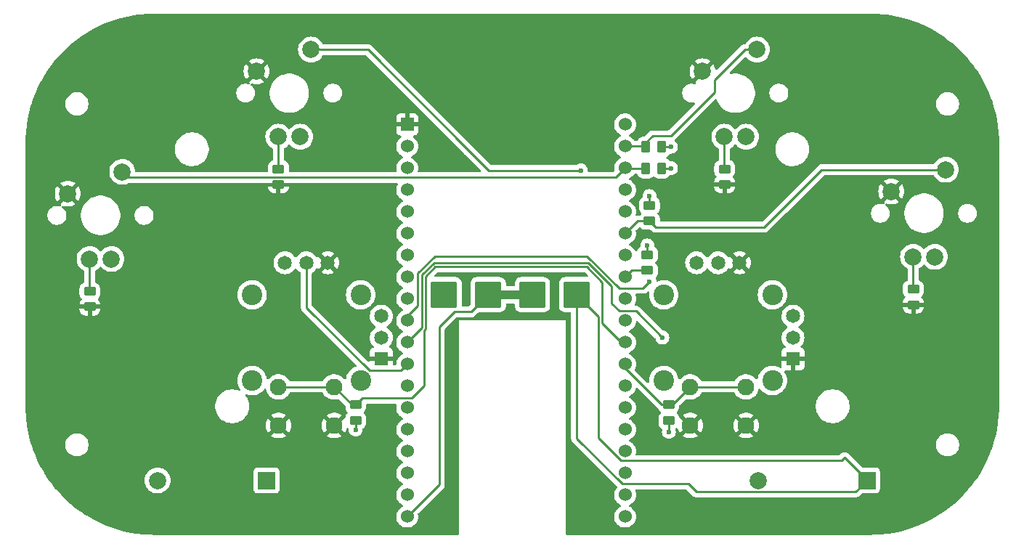
<source format=gtl>
%TF.GenerationSoftware,KiCad,Pcbnew,8.0.4*%
%TF.CreationDate,2024-09-15T13:25:13+10:00*%
%TF.ProjectId,SBRcontroller,53425263-6f6e-4747-926f-6c6c65722e6b,rev?*%
%TF.SameCoordinates,PX3d09000PY568bc30*%
%TF.FileFunction,Copper,L1,Top*%
%TF.FilePolarity,Positive*%
%FSLAX46Y46*%
G04 Gerber Fmt 4.6, Leading zero omitted, Abs format (unit mm)*
G04 Created by KiCad (PCBNEW 8.0.4) date 2024-09-15 13:25:13*
%MOMM*%
%LPD*%
G01*
G04 APERTURE LIST*
G04 Aperture macros list*
%AMRoundRect*
0 Rectangle with rounded corners*
0 $1 Rounding radius*
0 $2 $3 $4 $5 $6 $7 $8 $9 X,Y pos of 4 corners*
0 Add a 4 corners polygon primitive as box body*
4,1,4,$2,$3,$4,$5,$6,$7,$8,$9,$2,$3,0*
0 Add four circle primitives for the rounded corners*
1,1,$1+$1,$2,$3*
1,1,$1+$1,$4,$5*
1,1,$1+$1,$6,$7*
1,1,$1+$1,$8,$9*
0 Add four rect primitives between the rounded corners*
20,1,$1+$1,$2,$3,$4,$5,0*
20,1,$1+$1,$4,$5,$6,$7,0*
20,1,$1+$1,$6,$7,$8,$9,0*
20,1,$1+$1,$8,$9,$2,$3,0*%
G04 Aperture macros list end*
%TA.AperFunction,SMDPad,CuDef*%
%ADD10RoundRect,0.250000X-0.450000X0.262500X-0.450000X-0.262500X0.450000X-0.262500X0.450000X0.262500X0*%
%TD*%
%TA.AperFunction,ComponentPad*%
%ADD11C,2.000000*%
%TD*%
%TA.AperFunction,ComponentPad*%
%ADD12C,1.950000*%
%TD*%
%TA.AperFunction,ComponentPad*%
%ADD13C,2.400000*%
%TD*%
%TA.AperFunction,ComponentPad*%
%ADD14R,1.650000X1.650000*%
%TD*%
%TA.AperFunction,ComponentPad*%
%ADD15C,1.650000*%
%TD*%
%TA.AperFunction,SMDPad,CuDef*%
%ADD16RoundRect,0.250000X0.262500X0.450000X-0.262500X0.450000X-0.262500X-0.450000X0.262500X-0.450000X0*%
%TD*%
%TA.AperFunction,SMDPad,CuDef*%
%ADD17RoundRect,0.250000X0.450000X-0.262500X0.450000X0.262500X-0.450000X0.262500X-0.450000X-0.262500X0*%
%TD*%
%TA.AperFunction,ComponentPad*%
%ADD18R,1.530000X1.530000*%
%TD*%
%TA.AperFunction,ComponentPad*%
%ADD19C,1.530000*%
%TD*%
%TA.AperFunction,ComponentPad*%
%ADD20RoundRect,0.249999X-1.300001X1.300001X-1.300001X-1.300001X1.300001X-1.300001X1.300001X1.300001X0*%
%TD*%
%TA.AperFunction,ComponentPad*%
%ADD21R,2.000000X2.000000*%
%TD*%
%TA.AperFunction,ViaPad*%
%ADD22C,0.600000*%
%TD*%
%TA.AperFunction,Conductor*%
%ADD23C,0.250000*%
%TD*%
%TA.AperFunction,Conductor*%
%ADD24C,1.000000*%
%TD*%
G04 APERTURE END LIST*
D10*
%TO.P,R9,1*%
%TO.N,Net-(R9-Pad1)*%
X60750000Y1412500D03*
%TO.P,R9,2*%
%TO.N,+3V3*%
X60750000Y-412500D03*
%TD*%
D11*
%TO.P,U5,A,A*%
%TO.N,Net-(R4-Pad1)*%
X8730000Y5170000D03*
%TO.P,U5,K,K*%
%TO.N,GND*%
X11270000Y5170000D03*
%TO.P,U5,S1,S1*%
%TO.N,+3V3*%
X6190000Y12790000D03*
%TO.P,U5,S2,S1*%
%TO.N,/KB4*%
X12540000Y15330000D03*
%TD*%
D12*
%TO.P,U1,A*%
%TO.N,/SW1*%
X8750000Y-24000000D03*
%TO.P,U1,B*%
X15250000Y-24000000D03*
%TO.P,U1,C*%
%TO.N,+3V3*%
X8750000Y-28500000D03*
%TO.P,U1,D*%
X15250000Y-28500000D03*
D13*
%TO.P,U1,S1*%
%TO.N,N/C*%
X18325000Y-13250000D03*
%TO.P,U1,S2*%
X5675000Y-13250000D03*
%TO.P,U1,S3*%
X5675000Y-23250000D03*
%TO.P,U1,S4*%
X18325000Y-23250000D03*
D14*
%TO.P,U1,VR1_1*%
%TO.N,+3V3*%
X20730000Y-20750000D03*
D15*
%TO.P,U1,VR1_2*%
%TO.N,/P1V*%
X20730000Y-18250000D03*
%TO.P,U1,VR1_3*%
%TO.N,GND*%
X20730000Y-15750000D03*
%TO.P,U1,VR2_1*%
%TO.N,+3V3*%
X14500000Y-9520000D03*
%TO.P,U1,VR2_2*%
%TO.N,/P1H*%
X12000000Y-9520000D03*
%TO.P,U1,VR2_3*%
%TO.N,GND*%
X9500000Y-9520000D03*
%TD*%
D12*
%TO.P,U11,A*%
%TO.N,/SW2*%
X56750000Y-24000000D03*
%TO.P,U11,B*%
X63250000Y-24000000D03*
%TO.P,U11,C*%
%TO.N,+3V3*%
X56750000Y-28500000D03*
%TO.P,U11,D*%
X63250000Y-28500000D03*
D13*
%TO.P,U11,S1*%
%TO.N,N/C*%
X66325000Y-13250000D03*
%TO.P,U11,S2*%
X53675000Y-13250000D03*
%TO.P,U11,S3*%
X53675000Y-23250000D03*
%TO.P,U11,S4*%
X66325000Y-23250000D03*
D14*
%TO.P,U11,VR1_1*%
%TO.N,+3V3*%
X68730000Y-20750000D03*
D15*
%TO.P,U11,VR1_2*%
%TO.N,/P2V*%
X68730000Y-18250000D03*
%TO.P,U11,VR1_3*%
%TO.N,GND*%
X68730000Y-15750000D03*
%TO.P,U11,VR2_1*%
%TO.N,+3V3*%
X62500000Y-9520000D03*
%TO.P,U11,VR2_2*%
%TO.N,/P2H*%
X60000000Y-9520000D03*
%TO.P,U11,VR2_3*%
%TO.N,GND*%
X57500000Y-9520000D03*
%TD*%
D10*
%TO.P,R2,1*%
%TO.N,Net-(R2-Pad1)*%
X82750000Y-12587500D03*
%TO.P,R2,2*%
%TO.N,+3V3*%
X82750000Y-14412500D03*
%TD*%
D16*
%TO.P,R5,1*%
%TO.N,GND*%
X53412500Y4000000D03*
%TO.P,R5,2*%
%TO.N,/KB1*%
X51587500Y4000000D03*
%TD*%
D10*
%TO.P,R1,1*%
%TO.N,Net-(R1-Pad1)*%
X-13250000Y-12837500D03*
%TO.P,R1,2*%
%TO.N,+3V3*%
X-13250000Y-14662500D03*
%TD*%
%TO.P,R6,1*%
%TO.N,GND*%
X52000000Y-2837500D03*
%TO.P,R6,2*%
%TO.N,/KB3*%
X52000000Y-4662500D03*
%TD*%
D11*
%TO.P,U3,A,A*%
%TO.N,Net-(R1-Pad1)*%
X-13270000Y-9080000D03*
%TO.P,U3,K,K*%
%TO.N,GND*%
X-10730000Y-9080000D03*
%TO.P,U3,S1,S1*%
%TO.N,+3V3*%
X-15810000Y-1460000D03*
%TO.P,U3,S2,S1*%
%TO.N,/KB2*%
X-9460000Y1080000D03*
%TD*%
D10*
%TO.P,R8,1*%
%TO.N,GND*%
X51750000Y-8587500D03*
%TO.P,R8,2*%
%TO.N,/KB4*%
X51750000Y-10412500D03*
%TD*%
D17*
%TO.P,R14,1*%
%TO.N,GND*%
X54250000Y-27912500D03*
%TO.P,R14,2*%
%TO.N,/SW2*%
X54250000Y-26087500D03*
%TD*%
D18*
%TO.P,U7,1,3V3*%
%TO.N,+3V3*%
X23750000Y6600000D03*
D19*
%TO.P,U7,2,EN*%
%TO.N,unconnected-(U7-EN-Pad2)*%
X23750000Y4060000D03*
%TO.P,U7,3,SENSOR_VP*%
%TO.N,unconnected-(U7-SENSOR_VP-Pad3)*%
X23750000Y1520000D03*
%TO.P,U7,4,SENSOR_VN*%
%TO.N,unconnected-(U7-SENSOR_VN-Pad4)*%
X23750000Y-1020000D03*
%TO.P,U7,5,IO34*%
%TO.N,unconnected-(U7-IO34-Pad5)*%
X23750000Y-3560000D03*
%TO.P,U7,6,IO35*%
%TO.N,unconnected-(U7-IO35-Pad6)*%
X23750000Y-6100000D03*
%TO.P,U7,7,IO32*%
%TO.N,unconnected-(U7-IO32-Pad7)*%
X23750000Y-8640000D03*
%TO.P,U7,8,IO33*%
%TO.N,unconnected-(U7-IO33-Pad8)*%
X23750000Y-11180000D03*
%TO.P,U7,9,IO25*%
%TO.N,unconnected-(U7-IO25-Pad9)*%
X23750000Y-13720000D03*
%TO.P,U7,10,IO26*%
%TO.N,/P2H*%
X23750000Y-16260000D03*
%TO.P,U7,11,IO27*%
%TO.N,/P2V*%
X23750000Y-18800000D03*
%TO.P,U7,12,IO14*%
%TO.N,/P1H*%
X23750000Y-21340000D03*
%TO.P,U7,13,IO12*%
%TO.N,/P1V*%
X23750000Y-23880000D03*
%TO.P,U7,14,GND1*%
%TO.N,unconnected-(U7-GND1-Pad14)*%
X23750000Y-26420000D03*
%TO.P,U7,15,IO13*%
%TO.N,unconnected-(U7-IO13-Pad15)*%
X23750000Y-28960000D03*
%TO.P,U7,16,SD2*%
%TO.N,unconnected-(U7-SD2-Pad16)*%
X23750000Y-31500000D03*
%TO.P,U7,17,SD3*%
%TO.N,unconnected-(U7-SD3-Pad17)*%
X23750000Y-34040000D03*
%TO.P,U7,18,CMD*%
%TO.N,unconnected-(U7-CMD-Pad18)*%
X23750000Y-36580000D03*
%TO.P,U7,19,EXT_5V*%
%TO.N,+6V*%
X23750000Y-39120000D03*
%TO.P,U7,20,CLK*%
%TO.N,unconnected-(U7-CLK-Pad20)*%
X49150000Y-39120000D03*
%TO.P,U7,21,SD0*%
%TO.N,unconnected-(U7-SD0-Pad21)*%
X49150000Y-36580000D03*
%TO.P,U7,22,SD1*%
%TO.N,unconnected-(U7-SD1-Pad22)*%
X49150000Y-34040000D03*
%TO.P,U7,23,IO15*%
%TO.N,unconnected-(U7-IO15-Pad23)*%
X49150000Y-31500000D03*
%TO.P,U7,24,IO2*%
%TO.N,unconnected-(U7-IO2-Pad24)*%
X49150000Y-28960000D03*
%TO.P,U7,25,IO0*%
%TO.N,unconnected-(U7-IO0-Pad25)*%
X49150000Y-26420000D03*
%TO.P,U7,26,IO4*%
%TO.N,unconnected-(U7-IO4-Pad26)*%
X49150000Y-23880000D03*
%TO.P,U7,27,IO16*%
%TO.N,/SW2*%
X49150000Y-21340000D03*
%TO.P,U7,28,IO17*%
%TO.N,/SW1*%
X49150000Y-18800000D03*
%TO.P,U7,29,IO5*%
%TO.N,unconnected-(U7-IO5-Pad29)*%
X49150000Y-16260000D03*
%TO.P,U7,30,IO18*%
%TO.N,unconnected-(U7-IO18-Pad30)*%
X49150000Y-13720000D03*
%TO.P,U7,31,IO19*%
%TO.N,/KB4*%
X49150000Y-11180000D03*
%TO.P,U7,32,GND2*%
%TO.N,unconnected-(U7-GND2-Pad32)*%
X49150000Y-8640000D03*
%TO.P,U7,33,IO21*%
%TO.N,/KB3*%
X49150000Y-6100000D03*
%TO.P,U7,34,RXD0*%
%TO.N,unconnected-(U7-RXD0-Pad34)*%
X49150000Y-3560000D03*
%TO.P,U7,35,TXD0*%
%TO.N,unconnected-(U7-TXD0-Pad35)*%
X49150000Y-1020000D03*
%TO.P,U7,36,IO22*%
%TO.N,/KB2*%
X49150000Y1520000D03*
%TO.P,U7,37,IO23*%
%TO.N,/KB1*%
X49150000Y4060000D03*
%TO.P,U7,38,GND3*%
%TO.N,unconnected-(U7-GND3-Pad38)*%
X49150000Y6600000D03*
%TD*%
D10*
%TO.P,R4,1*%
%TO.N,Net-(R4-Pad1)*%
X8750000Y1412500D03*
%TO.P,R4,2*%
%TO.N,+3V3*%
X8750000Y-412500D03*
%TD*%
D17*
%TO.P,R13,1*%
%TO.N,GND*%
X17750000Y-27912500D03*
%TO.P,R13,2*%
%TO.N,/SW1*%
X17750000Y-26087500D03*
%TD*%
D16*
%TO.P,R3,1*%
%TO.N,GND*%
X53412500Y1500000D03*
%TO.P,R3,2*%
%TO.N,/KB2*%
X51587500Y1500000D03*
%TD*%
D11*
%TO.P,U4,A,A*%
%TO.N,Net-(R2-Pad1)*%
X82730000Y-8830000D03*
%TO.P,U4,K,K*%
%TO.N,GND*%
X85270000Y-8830000D03*
%TO.P,U4,S1,S1*%
%TO.N,+3V3*%
X80190000Y-1210000D03*
%TO.P,U4,S2,S1*%
%TO.N,/KB3*%
X86540000Y1330000D03*
%TD*%
%TO.P,U2,A,A*%
%TO.N,Net-(R9-Pad1)*%
X60730000Y5170000D03*
%TO.P,U2,K,K*%
%TO.N,GND*%
X63270000Y5170000D03*
%TO.P,U2,S1,S1*%
%TO.N,+3V3*%
X58190000Y12790000D03*
%TO.P,U2,S2,S1*%
%TO.N,/KB1*%
X64540000Y15330000D03*
%TD*%
D20*
%TO.P,J4,1,Pin_1*%
%TO.N,+6V*%
X33200000Y-13250000D03*
%TD*%
%TO.P,J3,1,Pin_1*%
%TO.N,+6V*%
X38350000Y-13250000D03*
%TD*%
%TO.P,J5,1,Pin_1*%
%TO.N,GND*%
X28050000Y-13250000D03*
%TD*%
D21*
%TO.P,BT2,1,+*%
%TO.N,Net-(BT1--)*%
X7350000Y-34900000D03*
D11*
%TO.P,BT2,2,-*%
%TO.N,GND*%
X-5350000Y-34900000D03*
%TD*%
D21*
%TO.P,BT1,1,+*%
%TO.N,Net-(BT1-+)*%
X77350000Y-34900000D03*
D11*
%TO.P,BT1,2,-*%
%TO.N,Net-(BT1--)*%
X64650000Y-34900000D03*
%TD*%
D20*
%TO.P,J2,1,Pin_1*%
%TO.N,Net-(BT1-+)*%
X43500000Y-13250000D03*
%TD*%
D22*
%TO.N,GND*%
X54250000Y-29250000D03*
X51750000Y-7500000D03*
X17750000Y-29000000D03*
X54500000Y4000000D03*
X54500000Y1500000D03*
X52000000Y-1750000D03*
%TO.N,/KB4*%
X44000000Y1250000D03*
%TO.N,/P2V*%
X53500000Y-18250000D03*
%TO.N,/P2H*%
X52000000Y-11750000D03*
%TD*%
D23*
%TO.N,GND*%
X53412500Y4000000D02*
X54500000Y4000000D01*
X51750000Y-8587500D02*
X51750000Y-7500000D01*
X54250000Y-27912500D02*
X54250000Y-29250000D01*
X52000000Y-2837500D02*
X52000000Y-1750000D01*
X53412500Y1500000D02*
X54500000Y1500000D01*
X17750000Y-27912500D02*
X17750000Y-29000000D01*
%TO.N,Net-(BT1-+)*%
X76025000Y-36225000D02*
X77350000Y-34900000D01*
X43500000Y-13250000D02*
X43500000Y-30000000D01*
X74750000Y-32250000D02*
X74410000Y-32590000D01*
X48804012Y-35304012D02*
X56554012Y-35304012D01*
X56554012Y-35304012D02*
X57475000Y-36225000D01*
X74410000Y-32590000D02*
X48698507Y-32590000D01*
X46050000Y-29941493D02*
X46050000Y-15800000D01*
X77350000Y-34850000D02*
X74750000Y-32250000D01*
X77350000Y-34900000D02*
X77350000Y-34850000D01*
X46050000Y-15800000D02*
X43500000Y-13250000D01*
X48698507Y-32590000D02*
X46050000Y-29941493D01*
X57475000Y-36225000D02*
X76025000Y-36225000D01*
X43500000Y-30000000D02*
X48804012Y-35304012D01*
%TO.N,+6V*%
X33200000Y-13250000D02*
X31200000Y-15250000D01*
D24*
X38350000Y-13250000D02*
X33200000Y-13250000D01*
D23*
X27500000Y-17000000D02*
X27500000Y-35370000D01*
X31200000Y-15250000D02*
X29250000Y-15250000D01*
X29250000Y-15250000D02*
X27500000Y-17000000D01*
X27500000Y-35370000D02*
X23750000Y-39120000D01*
%TO.N,/KB2*%
X-8810000Y430000D02*
X48060000Y430000D01*
X48060000Y430000D02*
X49130000Y1500000D01*
X49130000Y1500000D02*
X51337500Y1500000D01*
X-9460000Y1080000D02*
X-8810000Y430000D01*
%TO.N,/KB1*%
X54485000Y5275000D02*
X52362500Y5275000D01*
X51147500Y4060000D02*
X48700000Y4060000D01*
X63125787Y15330000D02*
X59580300Y11784513D01*
X52362500Y5275000D02*
X51147500Y4060000D01*
X64540000Y15330000D02*
X63125787Y15330000D01*
X59580300Y10370300D02*
X54485000Y5275000D01*
X59580300Y11784513D02*
X59580300Y10370300D01*
%TO.N,/KB3*%
X65387500Y-5362500D02*
X52700000Y-5362500D01*
X50587500Y-4662500D02*
X49150000Y-6100000D01*
X52700000Y-5362500D02*
X52000000Y-4662500D01*
X72080000Y1330000D02*
X65387500Y-5362500D01*
X86540000Y1330000D02*
X72080000Y1330000D01*
X52000000Y-4662500D02*
X50587500Y-4662500D01*
%TO.N,/KB4*%
X19170000Y15330000D02*
X31000000Y3500000D01*
X51250000Y-10412500D02*
X49917500Y-10412500D01*
X12540000Y15330000D02*
X19170000Y15330000D01*
X49150000Y-11180000D02*
X48700000Y-11180000D01*
X33250000Y1250000D02*
X44000000Y1250000D01*
X31000000Y3500000D02*
X33250000Y1250000D01*
X49917500Y-10412500D02*
X49150000Y-11180000D01*
%TO.N,Net-(R9-Pad1)*%
X60730000Y5170000D02*
X60730000Y1432500D01*
X60730000Y1432500D02*
X60750000Y1412500D01*
%TO.N,/SW1*%
X46500000Y-11794285D02*
X44705715Y-10000000D01*
X27022792Y-10000000D02*
X25900000Y-11122792D01*
X17337500Y-26087500D02*
X17750000Y-26087500D01*
X44705715Y-10000000D02*
X27022792Y-10000000D01*
X25750000Y-17436396D02*
X25750000Y-23875000D01*
X18507500Y-25330000D02*
X17750000Y-26087500D01*
X25750000Y-23875000D02*
X24295000Y-25330000D01*
X8750000Y-24000000D02*
X15250000Y-24000000D01*
X24295000Y-25330000D02*
X18507500Y-25330000D01*
X46500000Y-16600000D02*
X46500000Y-11794285D01*
X25900000Y-11122792D02*
X25900000Y-17286396D01*
X48700000Y-18800000D02*
X46500000Y-16600000D01*
X15250000Y-24000000D02*
X17337500Y-26087500D01*
X25900000Y-17286396D02*
X25750000Y-17436396D01*
%TO.N,/SW2*%
X63250000Y-24000000D02*
X56750000Y-24000000D01*
X54250000Y-26087500D02*
X53447500Y-26087500D01*
X54662500Y-26087500D02*
X54250000Y-26087500D01*
X53447500Y-26087500D02*
X48700000Y-21340000D01*
X56750000Y-24000000D02*
X54662500Y-26087500D01*
%TO.N,/P1H*%
X22985000Y-22105000D02*
X23750000Y-21340000D01*
X19355000Y-22105000D02*
X22985000Y-22105000D01*
X12000000Y-14750000D02*
X19355000Y-22105000D01*
X12000000Y-9520000D02*
X12000000Y-14750000D01*
%TO.N,/P2V*%
X48500000Y-15170000D02*
X50420000Y-15170000D01*
X44842111Y-9500000D02*
X47610000Y-12267889D01*
X23750000Y-18800000D02*
X25450000Y-17100000D01*
X25450000Y-10936396D02*
X26886396Y-9500000D01*
X50420000Y-15170000D02*
X53500000Y-18250000D01*
X47610000Y-12267889D02*
X47610000Y-14280000D01*
X25450000Y-17100000D02*
X25450000Y-10936396D01*
X26886396Y-9500000D02*
X44842111Y-9500000D01*
X47610000Y-14280000D02*
X48500000Y-15170000D01*
%TO.N,/P2H*%
X48478507Y-12500000D02*
X51250000Y-12500000D01*
X51250000Y-12500000D02*
X52000000Y-11750000D01*
X25000000Y-14560000D02*
X25000000Y-10750000D01*
X44728507Y-8750000D02*
X48478507Y-12500000D01*
X27000000Y-8750000D02*
X44728507Y-8750000D01*
X25000000Y-10750000D02*
X27000000Y-8750000D01*
X23300000Y-16260000D02*
X25000000Y-14560000D01*
%TO.N,Net-(R1-Pad1)*%
X-13270000Y-12817500D02*
X-13250000Y-12837500D01*
X-13270000Y-9080000D02*
X-13270000Y-12817500D01*
%TO.N,Net-(R2-Pad1)*%
X82730000Y-12567500D02*
X82750000Y-12587500D01*
X82730000Y-8830000D02*
X82730000Y-12567500D01*
%TO.N,Net-(R4-Pad1)*%
X8730000Y1432500D02*
X8750000Y1412500D01*
X8730000Y5170000D02*
X8730000Y1432500D01*
%TD*%
%TA.AperFunction,Conductor*%
%TO.N,+3V3*%
G36*
X77750458Y19499997D02*
G01*
X77781696Y19499793D01*
X78139839Y19497449D01*
X78145600Y19497280D01*
X78923805Y19456496D01*
X78930335Y19455982D01*
X79704947Y19374567D01*
X79711486Y19373707D01*
X80480759Y19251865D01*
X80487208Y19250670D01*
X81249074Y19088731D01*
X81255452Y19087200D01*
X81902747Y18913757D01*
X82007781Y18885613D01*
X82014106Y18883739D01*
X82754849Y18643058D01*
X82761019Y18640873D01*
X83488160Y18361749D01*
X83494225Y18359238D01*
X84205777Y18042435D01*
X84211699Y18039610D01*
X84905692Y17686002D01*
X84911457Y17682872D01*
X85585893Y17293485D01*
X85585959Y17293447D01*
X85591582Y17290002D01*
X86244795Y16865801D01*
X86250213Y16862077D01*
X86880276Y16404310D01*
X86880324Y16404275D01*
X86885553Y16400262D01*
X87490834Y15910115D01*
X87495803Y15905872D01*
X87872479Y15566711D01*
X88074648Y15384677D01*
X88079432Y15380136D01*
X88630135Y14829433D01*
X88634666Y14824660D01*
X89155857Y14245820D01*
X89160117Y14240831D01*
X89336429Y14023104D01*
X89650258Y13635558D01*
X89654274Y13630325D01*
X90112070Y13000223D01*
X90115807Y12994786D01*
X90540000Y12341584D01*
X90543446Y12335960D01*
X90932862Y11661474D01*
X90936008Y11655680D01*
X91044777Y11442209D01*
X91289601Y10961716D01*
X91292441Y10955762D01*
X91609230Y10244241D01*
X91611754Y10238146D01*
X91890863Y9511044D01*
X91893065Y9504826D01*
X92133738Y8764107D01*
X92135612Y8757782D01*
X92337194Y8005471D01*
X92338734Y7999057D01*
X92500665Y7237228D01*
X92501867Y7230742D01*
X92623705Y6461488D01*
X92624566Y6454948D01*
X92705979Y5680359D01*
X92706496Y5673782D01*
X92747278Y4895606D01*
X92747448Y4889837D01*
X92749997Y4500460D01*
X92750000Y4499635D01*
X92750000Y-26249634D01*
X92749997Y-26250459D01*
X92747448Y-26639836D01*
X92747278Y-26645605D01*
X92706496Y-27423781D01*
X92705979Y-27430358D01*
X92624566Y-28204947D01*
X92623705Y-28211487D01*
X92501867Y-28980741D01*
X92500665Y-28987227D01*
X92338734Y-29749056D01*
X92337194Y-29755470D01*
X92135612Y-30507781D01*
X92133738Y-30514106D01*
X91893065Y-31254825D01*
X91890863Y-31261043D01*
X91611754Y-31988145D01*
X91609230Y-31994240D01*
X91292441Y-32705761D01*
X91289601Y-32711715D01*
X90936010Y-33405676D01*
X90932862Y-33411473D01*
X90543446Y-34085959D01*
X90540000Y-34091583D01*
X90115807Y-34744785D01*
X90112070Y-34750222D01*
X89654274Y-35380324D01*
X89650258Y-35385557D01*
X89160129Y-35990816D01*
X89155845Y-35995833D01*
X88634676Y-36574648D01*
X88630135Y-36579432D01*
X88079432Y-37130135D01*
X88074648Y-37134676D01*
X87495833Y-37655845D01*
X87490816Y-37660129D01*
X86885557Y-38150258D01*
X86880324Y-38154274D01*
X86250222Y-38612070D01*
X86244785Y-38615807D01*
X85591583Y-39040000D01*
X85585959Y-39043446D01*
X84911473Y-39432862D01*
X84905676Y-39436010D01*
X84211715Y-39789601D01*
X84205761Y-39792441D01*
X83494240Y-40109230D01*
X83488145Y-40111754D01*
X82761043Y-40390863D01*
X82754825Y-40393065D01*
X82014106Y-40633738D01*
X82007781Y-40635612D01*
X81255470Y-40837194D01*
X81249056Y-40838734D01*
X80487227Y-41000665D01*
X80480741Y-41001867D01*
X79711487Y-41123705D01*
X79704947Y-41124566D01*
X78930358Y-41205979D01*
X78923781Y-41206496D01*
X78145605Y-41247278D01*
X78139836Y-41247448D01*
X77750459Y-41249997D01*
X77749634Y-41250000D01*
X42376000Y-41250000D01*
X42307879Y-41229998D01*
X42261386Y-41176342D01*
X42250000Y-41124000D01*
X42250000Y-16250000D01*
X29750000Y-16250000D01*
X29750000Y-41124000D01*
X29729998Y-41192121D01*
X29676342Y-41238614D01*
X29624000Y-41250000D01*
X-5749633Y-41250000D01*
X-5750458Y-41249997D01*
X-6139837Y-41247448D01*
X-6145606Y-41247278D01*
X-6923781Y-41206496D01*
X-6930358Y-41205979D01*
X-7704947Y-41124566D01*
X-7711487Y-41123705D01*
X-8480741Y-41001868D01*
X-8487227Y-41000666D01*
X-9249057Y-40838734D01*
X-9255471Y-40837194D01*
X-10007781Y-40635612D01*
X-10014106Y-40633738D01*
X-10754825Y-40393065D01*
X-10761043Y-40390863D01*
X-10792096Y-40378943D01*
X-11488145Y-40111754D01*
X-11494240Y-40109230D01*
X-12205761Y-39792441D01*
X-12211715Y-39789601D01*
X-12905676Y-39436010D01*
X-12911473Y-39432862D01*
X-13585965Y-39043444D01*
X-13591589Y-39039998D01*
X-13810224Y-38898015D01*
X-14244794Y-38615802D01*
X-14250219Y-38612073D01*
X-14430872Y-38480821D01*
X-14880326Y-38154273D01*
X-14885539Y-38150273D01*
X-15457510Y-37687099D01*
X-15490836Y-37660112D01*
X-15495851Y-37655828D01*
X-16074639Y-37134686D01*
X-16079424Y-37130145D01*
X-16630146Y-36579423D01*
X-16634687Y-36574638D01*
X-17155829Y-35995850D01*
X-17160113Y-35990835D01*
X-17348434Y-35758279D01*
X-17650279Y-35385533D01*
X-17654275Y-35380324D01*
X-18003251Y-34900000D01*
X-6863165Y-34900000D01*
X-6844535Y-35136711D01*
X-6842041Y-35147099D01*
X-6789106Y-35367592D01*
X-6711568Y-35554785D01*
X-6698240Y-35586963D01*
X-6647309Y-35670075D01*
X-6574175Y-35789417D01*
X-6574174Y-35789419D01*
X-6419970Y-35969969D01*
X-6248098Y-36116761D01*
X-6239416Y-36124176D01*
X-6036963Y-36248240D01*
X-5817594Y-36339105D01*
X-5586711Y-36394535D01*
X-5350000Y-36413165D01*
X-5113289Y-36394535D01*
X-4882406Y-36339105D01*
X-4663037Y-36248240D01*
X-4460584Y-36124176D01*
X-4280031Y-35969969D01*
X-4125824Y-35789416D01*
X-4001760Y-35586963D01*
X-3910895Y-35367594D01*
X-3855465Y-35136711D01*
X-3836835Y-34900000D01*
X-3855465Y-34663289D01*
X-3910895Y-34432406D01*
X-4001760Y-34213037D01*
X-4125824Y-34010584D01*
X-4261808Y-33851367D01*
X-4261823Y-33851350D01*
X5841500Y-33851350D01*
X5841500Y-35948649D01*
X5848009Y-36009196D01*
X5848011Y-36009204D01*
X5899110Y-36146202D01*
X5899112Y-36146207D01*
X5986738Y-36263261D01*
X6103792Y-36350887D01*
X6103794Y-36350888D01*
X6103796Y-36350889D01*
X6162875Y-36372924D01*
X6240795Y-36401988D01*
X6240803Y-36401990D01*
X6301350Y-36408499D01*
X6301355Y-36408499D01*
X6301362Y-36408500D01*
X6301368Y-36408500D01*
X8398632Y-36408500D01*
X8398638Y-36408500D01*
X8398645Y-36408499D01*
X8398649Y-36408499D01*
X8459196Y-36401990D01*
X8459199Y-36401989D01*
X8459201Y-36401989D01*
X8596204Y-36350889D01*
X8713261Y-36263261D01*
X8800889Y-36146204D01*
X8851989Y-36009201D01*
X8853425Y-35995850D01*
X8858499Y-35948649D01*
X8858500Y-35948632D01*
X8858500Y-33851367D01*
X8858499Y-33851350D01*
X8851990Y-33790803D01*
X8851988Y-33790795D01*
X8800889Y-33653797D01*
X8800887Y-33653792D01*
X8713261Y-33536738D01*
X8596207Y-33449112D01*
X8596202Y-33449110D01*
X8459204Y-33398011D01*
X8459196Y-33398009D01*
X8398649Y-33391500D01*
X8398638Y-33391500D01*
X6301362Y-33391500D01*
X6301350Y-33391500D01*
X6240803Y-33398009D01*
X6240795Y-33398011D01*
X6103797Y-33449110D01*
X6103792Y-33449112D01*
X5986738Y-33536738D01*
X5899112Y-33653792D01*
X5899110Y-33653797D01*
X5848011Y-33790795D01*
X5848009Y-33790803D01*
X5841500Y-33851350D01*
X-4261823Y-33851350D01*
X-4280031Y-33830030D01*
X-4460581Y-33675826D01*
X-4460583Y-33675825D01*
X-4460584Y-33675824D01*
X-4663037Y-33551760D01*
X-4699303Y-33536738D01*
X-4882408Y-33460894D01*
X-5088335Y-33411456D01*
X-5113289Y-33405465D01*
X-5350000Y-33386835D01*
X-5586711Y-33405465D01*
X-5817593Y-33460894D01*
X-6036962Y-33551759D01*
X-6239418Y-33675825D01*
X-6239420Y-33675826D01*
X-6419970Y-33830030D01*
X-6574174Y-34010580D01*
X-6574175Y-34010582D01*
X-6698241Y-34213038D01*
X-6789106Y-34432407D01*
X-6841467Y-34650510D01*
X-6844535Y-34663289D01*
X-6863165Y-34900000D01*
X-18003251Y-34900000D01*
X-18112082Y-34750207D01*
X-18115808Y-34744785D01*
X-18540004Y-34091580D01*
X-18543445Y-34085964D01*
X-18586968Y-34010580D01*
X-18932872Y-33411456D01*
X-18936010Y-33405676D01*
X-19289610Y-32711698D01*
X-19292435Y-32705776D01*
X-19609238Y-31994224D01*
X-19611749Y-31988159D01*
X-19890873Y-31261018D01*
X-19893058Y-31254848D01*
X-20091627Y-30643713D01*
X-16100500Y-30643713D01*
X-16100500Y-30856287D01*
X-16067246Y-31066243D01*
X-16001557Y-31268412D01*
X-15905051Y-31457816D01*
X-15780104Y-31629792D01*
X-15780102Y-31629794D01*
X-15780100Y-31629797D01*
X-15629798Y-31780099D01*
X-15629795Y-31780101D01*
X-15629792Y-31780104D01*
X-15457816Y-31905051D01*
X-15268412Y-32001557D01*
X-15066243Y-32067246D01*
X-14856287Y-32100500D01*
X-14856284Y-32100500D01*
X-14643716Y-32100500D01*
X-14643713Y-32100500D01*
X-14433757Y-32067246D01*
X-14231588Y-32001557D01*
X-14042184Y-31905051D01*
X-13870208Y-31780104D01*
X-13719896Y-31629792D01*
X-13594949Y-31457816D01*
X-13498443Y-31268412D01*
X-13432754Y-31066243D01*
X-13399500Y-30856287D01*
X-13399500Y-30643713D01*
X-13432754Y-30433757D01*
X-13498443Y-30231588D01*
X-13594949Y-30042184D01*
X-13719896Y-29870208D01*
X-13719899Y-29870205D01*
X-13719901Y-29870202D01*
X-13870203Y-29719900D01*
X-13870206Y-29719898D01*
X-13870208Y-29719896D01*
X-14042184Y-29594949D01*
X-14231588Y-29498443D01*
X-14433757Y-29432754D01*
X-14643713Y-29399500D01*
X-14856287Y-29399500D01*
X-15066243Y-29432754D01*
X-15066246Y-29432754D01*
X-15066247Y-29432755D01*
X-15268412Y-29498443D01*
X-15268414Y-29498444D01*
X-15457820Y-29594951D01*
X-15629795Y-29719898D01*
X-15629798Y-29719900D01*
X-15780100Y-29870202D01*
X-15780102Y-29870205D01*
X-15905049Y-30042180D01*
X-16001556Y-30231586D01*
X-16001557Y-30231588D01*
X-16057521Y-30403828D01*
X-16067246Y-30433757D01*
X-16100500Y-30643713D01*
X-20091627Y-30643713D01*
X-20133739Y-30514105D01*
X-20135613Y-30507780D01*
X-20222159Y-30184787D01*
X-20337200Y-29755452D01*
X-20338731Y-29749074D01*
X-20500671Y-28987207D01*
X-20501866Y-28980758D01*
X-20578011Y-28500000D01*
X7261917Y-28500000D01*
X7282213Y-28744931D01*
X7342547Y-28983185D01*
X7441265Y-29208239D01*
X7441267Y-29208242D01*
X7536610Y-29354178D01*
X8147301Y-28743487D01*
X8173978Y-28807890D01*
X8245112Y-28914351D01*
X8335649Y-29004888D01*
X8442110Y-29076022D01*
X8506511Y-29102698D01*
X7895238Y-29713971D01*
X7936087Y-29745766D01*
X7936093Y-29745770D01*
X8152248Y-29862748D01*
X8384692Y-29942546D01*
X8384701Y-29942548D01*
X8627119Y-29983000D01*
X8872881Y-29983000D01*
X9115298Y-29942548D01*
X9115307Y-29942546D01*
X9347753Y-29862748D01*
X9347755Y-29862747D01*
X9563897Y-29745776D01*
X9604760Y-29713969D01*
X8993489Y-29102698D01*
X9057890Y-29076022D01*
X9164351Y-29004888D01*
X9254888Y-28914351D01*
X9326022Y-28807890D01*
X9352698Y-28743487D01*
X9963389Y-29354178D01*
X10058731Y-29208245D01*
X10157452Y-28983185D01*
X10217786Y-28744931D01*
X10238082Y-28500000D01*
X10217786Y-28255068D01*
X10157452Y-28016814D01*
X10058730Y-27791751D01*
X9963388Y-27645820D01*
X9352698Y-28256510D01*
X9326022Y-28192110D01*
X9254888Y-28085649D01*
X9164351Y-27995112D01*
X9057890Y-27923978D01*
X8993488Y-27897301D01*
X9604761Y-27286028D01*
X9563905Y-27254228D01*
X9347751Y-27137251D01*
X9115307Y-27057453D01*
X9115298Y-27057451D01*
X8872881Y-27017000D01*
X8627119Y-27017000D01*
X8384701Y-27057451D01*
X8384692Y-27057453D01*
X8152248Y-27137251D01*
X7936092Y-27254229D01*
X7936087Y-27254232D01*
X7895238Y-27286027D01*
X7895238Y-27286029D01*
X8506510Y-27897301D01*
X8442110Y-27923978D01*
X8335649Y-27995112D01*
X8245112Y-28085649D01*
X8173978Y-28192110D01*
X8147301Y-28256510D01*
X7536610Y-27645819D01*
X7536609Y-27645820D01*
X7441274Y-27791742D01*
X7441267Y-27791756D01*
X7342547Y-28016814D01*
X7282213Y-28255068D01*
X7261917Y-28500000D01*
X-20578011Y-28500000D01*
X-20623707Y-28211485D01*
X-20624567Y-28204946D01*
X-20642369Y-28035572D01*
X-20705982Y-27430334D01*
X-20706496Y-27423804D01*
X-20747280Y-26645600D01*
X-20747449Y-26639835D01*
X-20749997Y-26250457D01*
X-20750000Y-26249633D01*
X-20750000Y-14975516D01*
X-14458000Y-14975516D01*
X-14447395Y-15079318D01*
X-14447394Y-15079321D01*
X-14391658Y-15247525D01*
X-14298635Y-15398339D01*
X-14298630Y-15398345D01*
X-14173346Y-15523629D01*
X-14173340Y-15523634D01*
X-14022526Y-15616657D01*
X-13854322Y-15672393D01*
X-13854319Y-15672394D01*
X-13750517Y-15682999D01*
X-13750517Y-15683000D01*
X-13504000Y-15683000D01*
X-12996000Y-15683000D01*
X-12749483Y-15683000D01*
X-12749484Y-15682999D01*
X-12645682Y-15672394D01*
X-12645679Y-15672393D01*
X-12477475Y-15616657D01*
X-12326661Y-15523634D01*
X-12326655Y-15523629D01*
X-12201371Y-15398345D01*
X-12201366Y-15398339D01*
X-12108343Y-15247525D01*
X-12052607Y-15079321D01*
X-12052606Y-15079318D01*
X-12042001Y-14975516D01*
X-12042000Y-14975516D01*
X-12042000Y-14916500D01*
X-12996000Y-14916500D01*
X-12996000Y-15683000D01*
X-13504000Y-15683000D01*
X-13504000Y-14916500D01*
X-14458000Y-14916500D01*
X-14458000Y-14975516D01*
X-20750000Y-14975516D01*
X-20750000Y-9080000D01*
X-14783165Y-9080000D01*
X-14764535Y-9316711D01*
X-14762867Y-9323658D01*
X-14709106Y-9547592D01*
X-14629977Y-9738626D01*
X-14618240Y-9766963D01*
X-14499879Y-9960110D01*
X-14494175Y-9969417D01*
X-14494174Y-9969419D01*
X-14339970Y-10149969D01*
X-14159420Y-10304173D01*
X-14159416Y-10304176D01*
X-13963663Y-10424134D01*
X-13916034Y-10476780D01*
X-13903500Y-10531565D01*
X-13903500Y-11752388D01*
X-13923502Y-11820509D01*
X-13977158Y-11867002D01*
X-13989866Y-11871992D01*
X-14022736Y-11882884D01*
X-14173653Y-11975970D01*
X-14173659Y-11975975D01*
X-14299025Y-12101341D01*
X-14299030Y-12101347D01*
X-14392115Y-12252262D01*
X-14447887Y-12420572D01*
X-14447888Y-12420579D01*
X-14458500Y-12524446D01*
X-14458500Y-13150544D01*
X-14447888Y-13254425D01*
X-14392115Y-13422738D01*
X-14299030Y-13573652D01*
X-14299025Y-13573658D01*
X-14211424Y-13661259D01*
X-14177398Y-13723571D01*
X-14182463Y-13794386D01*
X-14211424Y-13839449D01*
X-14298630Y-13926654D01*
X-14298635Y-13926660D01*
X-14391658Y-14077474D01*
X-14447394Y-14245678D01*
X-14447395Y-14245681D01*
X-14458000Y-14349483D01*
X-14458000Y-14408500D01*
X-12042000Y-14408500D01*
X-12042000Y-14349483D01*
X-12052606Y-14245681D01*
X-12052607Y-14245678D01*
X-12108343Y-14077474D01*
X-12201366Y-13926660D01*
X-12201371Y-13926654D01*
X-12288576Y-13839449D01*
X-12322602Y-13777137D01*
X-12317537Y-13706322D01*
X-12288576Y-13661259D01*
X-12200976Y-13573658D01*
X-12200970Y-13573652D01*
X-12107885Y-13422738D01*
X-12052113Y-13254426D01*
X-12051661Y-13250000D01*
X3961709Y-13250000D01*
X3980845Y-13505356D01*
X4037826Y-13755002D01*
X4037827Y-13755005D01*
X4131374Y-13993362D01*
X4131376Y-13993366D01*
X4259410Y-14215127D01*
X4259412Y-14215130D01*
X4259413Y-14215131D01*
X4419069Y-14415334D01*
X4606781Y-14589505D01*
X4606787Y-14589509D01*
X4818345Y-14733748D01*
X4818352Y-14733752D01*
X4818355Y-14733754D01*
X4951360Y-14797806D01*
X5049060Y-14844856D01*
X5049073Y-14844861D01*
X5293746Y-14920332D01*
X5293748Y-14920332D01*
X5293757Y-14920335D01*
X5546966Y-14958500D01*
X5546970Y-14958500D01*
X5803030Y-14958500D01*
X5803034Y-14958500D01*
X6056243Y-14920335D01*
X6200607Y-14875805D01*
X6300929Y-14844860D01*
X6300930Y-14844859D01*
X6300935Y-14844858D01*
X6531646Y-14733754D01*
X6743219Y-14589505D01*
X6930931Y-14415334D01*
X7090587Y-14215131D01*
X7218622Y-13993369D01*
X7312174Y-13755001D01*
X7369155Y-13505353D01*
X7388291Y-13250000D01*
X7369155Y-12994647D01*
X7312174Y-12744999D01*
X7307013Y-12731849D01*
X7218625Y-12506637D01*
X7218623Y-12506633D01*
X7090589Y-12284872D01*
X7082275Y-12274446D01*
X6930931Y-12084666D01*
X6743219Y-11910495D01*
X6702721Y-11882884D01*
X6624561Y-11829595D01*
X6531646Y-11766246D01*
X6531643Y-11766245D01*
X6531641Y-11766243D01*
X6531640Y-11766242D01*
X6300936Y-11655142D01*
X6300929Y-11655139D01*
X6056253Y-11579667D01*
X6056245Y-11579665D01*
X6056243Y-11579665D01*
X5803034Y-11541500D01*
X5546966Y-11541500D01*
X5293757Y-11579665D01*
X5293755Y-11579665D01*
X5293746Y-11579667D01*
X5049073Y-11655138D01*
X5049060Y-11655143D01*
X4818352Y-11766247D01*
X4818345Y-11766251D01*
X4606787Y-11910490D01*
X4606782Y-11910494D01*
X4507880Y-12002262D01*
X4419069Y-12084666D01*
X4405766Y-12101348D01*
X4259410Y-12284872D01*
X4131376Y-12506633D01*
X4131374Y-12506637D01*
X4037827Y-12744994D01*
X4037826Y-12744997D01*
X3980845Y-12994643D01*
X3961709Y-13250000D01*
X-12051661Y-13250000D01*
X-12041500Y-13150545D01*
X-12041501Y-12524456D01*
X-12042063Y-12518959D01*
X-12052113Y-12420574D01*
X-12080202Y-12335805D01*
X-12107885Y-12252262D01*
X-12200970Y-12101348D01*
X-12200971Y-12101347D01*
X-12200976Y-12101341D01*
X-12326342Y-11975975D01*
X-12326348Y-11975970D01*
X-12356041Y-11957655D01*
X-12477262Y-11882885D01*
X-12477265Y-11882884D01*
X-12550134Y-11858737D01*
X-12608505Y-11818323D01*
X-12635760Y-11752766D01*
X-12636500Y-11739133D01*
X-12636500Y-10531565D01*
X-12616498Y-10463444D01*
X-12576338Y-10424134D01*
X-12380584Y-10304176D01*
X-12200031Y-10149969D01*
X-12095811Y-10027942D01*
X-12036361Y-9989134D01*
X-11965366Y-9988626D01*
X-11905367Y-10026582D01*
X-11904189Y-10027943D01*
X-11799970Y-10149969D01*
X-11619420Y-10304173D01*
X-11619416Y-10304176D01*
X-11416963Y-10428240D01*
X-11197594Y-10519105D01*
X-10966711Y-10574535D01*
X-10730000Y-10593165D01*
X-10493289Y-10574535D01*
X-10262406Y-10519105D01*
X-10043037Y-10428240D01*
X-9840584Y-10304176D01*
X-9660031Y-10149969D01*
X-9505824Y-9969416D01*
X-9381760Y-9766963D01*
X-9290895Y-9547594D01*
X-9235465Y-9316711D01*
X-9216835Y-9080000D01*
X-9235465Y-8843289D01*
X-9290895Y-8612406D01*
X-9381760Y-8393037D01*
X-9505824Y-8190584D01*
X-9505827Y-8190580D01*
X-9660031Y-8010030D01*
X-9840581Y-7855826D01*
X-9840583Y-7855825D01*
X-9840584Y-7855824D01*
X-10043037Y-7731760D01*
X-10214548Y-7660718D01*
X-10262408Y-7640894D01*
X-10420349Y-7602976D01*
X-10493289Y-7585465D01*
X-10730000Y-7566835D01*
X-10966711Y-7585465D01*
X-11197593Y-7640894D01*
X-11416962Y-7731759D01*
X-11619418Y-7855825D01*
X-11619420Y-7855826D01*
X-11799967Y-8010028D01*
X-11904189Y-8132057D01*
X-11963640Y-8170866D01*
X-12034634Y-8171372D01*
X-12094633Y-8133416D01*
X-12095811Y-8132057D01*
X-12200034Y-8010028D01*
X-12380581Y-7855826D01*
X-12380583Y-7855825D01*
X-12380584Y-7855824D01*
X-12583037Y-7731760D01*
X-12754548Y-7660718D01*
X-12802408Y-7640894D01*
X-12960349Y-7602976D01*
X-13033289Y-7585465D01*
X-13270000Y-7566835D01*
X-13506711Y-7585465D01*
X-13737593Y-7640894D01*
X-13956962Y-7731759D01*
X-14159418Y-7855825D01*
X-14159420Y-7855826D01*
X-14339970Y-8010030D01*
X-14494174Y-8190580D01*
X-14494175Y-8190582D01*
X-14618241Y-8393038D01*
X-14709106Y-8612407D01*
X-14761345Y-8830000D01*
X-14764535Y-8843289D01*
X-14783165Y-9080000D01*
X-20750000Y-9080000D01*
X-20750000Y-3913118D01*
X-18183941Y-3913118D01*
X-18183941Y-4086882D01*
X-18158807Y-4245574D01*
X-18156758Y-4258511D01*
X-18103065Y-4423762D01*
X-18103064Y-4423765D01*
X-18103063Y-4423766D01*
X-18024175Y-4578591D01*
X-17922039Y-4719170D01*
X-17922037Y-4719172D01*
X-17922035Y-4719175D01*
X-17799176Y-4842034D01*
X-17799173Y-4842036D01*
X-17799170Y-4842039D01*
X-17658591Y-4944175D01*
X-17503766Y-5023063D01*
X-17338507Y-5076759D01*
X-17166882Y-5103941D01*
X-17166880Y-5103941D01*
X-16993120Y-5103941D01*
X-16993118Y-5103941D01*
X-16821493Y-5076759D01*
X-16656234Y-5023063D01*
X-16501409Y-4944175D01*
X-16360830Y-4842039D01*
X-16237961Y-4719170D01*
X-16135825Y-4578591D01*
X-16056937Y-4423766D01*
X-16003241Y-4258507D01*
X-15976059Y-4086882D01*
X-15976059Y-3913118D01*
X-15986125Y-3849562D01*
X-14295200Y-3849562D01*
X-14295200Y-4150437D01*
X-14255931Y-4448725D01*
X-14183466Y-4719170D01*
X-14178058Y-4739351D01*
X-14062919Y-5017319D01*
X-14062918Y-5017322D01*
X-14062916Y-5017325D01*
X-14062913Y-5017331D01*
X-13912487Y-5277877D01*
X-13912485Y-5277880D01*
X-13912484Y-5277881D01*
X-13898581Y-5296000D01*
X-13729326Y-5516578D01*
X-13729317Y-5516588D01*
X-13516589Y-5729316D01*
X-13516579Y-5729325D01*
X-13516578Y-5729326D01*
X-13322805Y-5878013D01*
X-13277878Y-5912486D01*
X-13017332Y-6062912D01*
X-13017326Y-6062915D01*
X-13017319Y-6062919D01*
X-12739351Y-6178058D01*
X-12448732Y-6255929D01*
X-12448728Y-6255929D01*
X-12448726Y-6255930D01*
X-12371845Y-6266051D01*
X-12150435Y-6295200D01*
X-12150428Y-6295200D01*
X-11849572Y-6295200D01*
X-11849565Y-6295200D01*
X-11579981Y-6259709D01*
X-11551275Y-6255930D01*
X-11551275Y-6255929D01*
X-11551268Y-6255929D01*
X-11260649Y-6178058D01*
X-10982681Y-6062919D01*
X-10722119Y-5912484D01*
X-10483422Y-5729326D01*
X-10270674Y-5516578D01*
X-10087516Y-5277881D01*
X-9937081Y-5017319D01*
X-9821942Y-4739351D01*
X-9744071Y-4448732D01*
X-9704800Y-4150435D01*
X-9704800Y-3913118D01*
X-8023941Y-3913118D01*
X-8023941Y-4086882D01*
X-7998807Y-4245574D01*
X-7996758Y-4258511D01*
X-7943065Y-4423762D01*
X-7943064Y-4423765D01*
X-7943063Y-4423766D01*
X-7864175Y-4578591D01*
X-7762039Y-4719170D01*
X-7762037Y-4719172D01*
X-7762035Y-4719175D01*
X-7639176Y-4842034D01*
X-7639173Y-4842036D01*
X-7639170Y-4842039D01*
X-7498591Y-4944175D01*
X-7343766Y-5023063D01*
X-7178507Y-5076759D01*
X-7006882Y-5103941D01*
X-7006880Y-5103941D01*
X-6833120Y-5103941D01*
X-6833118Y-5103941D01*
X-6661493Y-5076759D01*
X-6496234Y-5023063D01*
X-6341409Y-4944175D01*
X-6200830Y-4842039D01*
X-6077961Y-4719170D01*
X-5975825Y-4578591D01*
X-5896937Y-4423766D01*
X-5843241Y-4258507D01*
X-5816059Y-4086882D01*
X-5816059Y-3913118D01*
X-5843241Y-3741493D01*
X-5896937Y-3576234D01*
X-5975825Y-3421409D01*
X-6077961Y-3280830D01*
X-6077964Y-3280827D01*
X-6077966Y-3280824D01*
X-6200825Y-3157965D01*
X-6200828Y-3157963D01*
X-6200830Y-3157961D01*
X-6341409Y-3055825D01*
X-6496234Y-2976937D01*
X-6496235Y-2976936D01*
X-6496238Y-2976935D01*
X-6661489Y-2923242D01*
X-6661491Y-2923241D01*
X-6661493Y-2923241D01*
X-6833118Y-2896059D01*
X-7006882Y-2896059D01*
X-7178507Y-2923241D01*
X-7178509Y-2923241D01*
X-7178512Y-2923242D01*
X-7343763Y-2976935D01*
X-7498595Y-3055827D01*
X-7639173Y-3157963D01*
X-7639176Y-3157965D01*
X-7762035Y-3280824D01*
X-7762037Y-3280827D01*
X-7864173Y-3421405D01*
X-7943065Y-3576237D01*
X-7996758Y-3741488D01*
X-7996759Y-3741491D01*
X-7996759Y-3741493D01*
X-8023941Y-3913118D01*
X-9704800Y-3913118D01*
X-9704800Y-3849565D01*
X-9744071Y-3551268D01*
X-9821942Y-3260649D01*
X-9937081Y-2982681D01*
X-9937085Y-2982674D01*
X-9937088Y-2982668D01*
X-10087514Y-2722122D01*
X-10101390Y-2704039D01*
X-10270674Y-2483422D01*
X-10270675Y-2483421D01*
X-10270684Y-2483411D01*
X-10483412Y-2270683D01*
X-10483422Y-2270674D01*
X-10531984Y-2233411D01*
X-10722119Y-2087516D01*
X-10722120Y-2087515D01*
X-10722123Y-2087513D01*
X-10982669Y-1937087D01*
X-10982675Y-1937084D01*
X-10982678Y-1937082D01*
X-10982681Y-1937081D01*
X-11260649Y-1821942D01*
X-11260651Y-1821941D01*
X-11260652Y-1821941D01*
X-11551275Y-1744069D01*
X-11849563Y-1704800D01*
X-11849565Y-1704800D01*
X-12150435Y-1704800D01*
X-12150438Y-1704800D01*
X-12448726Y-1744069D01*
X-12739349Y-1821941D01*
X-12899690Y-1888357D01*
X-12994036Y-1927437D01*
X-13017326Y-1937084D01*
X-13017332Y-1937087D01*
X-13277878Y-2087513D01*
X-13516579Y-2270674D01*
X-13516589Y-2270683D01*
X-13729317Y-2483411D01*
X-13729326Y-2483421D01*
X-13912487Y-2722122D01*
X-14062913Y-2982668D01*
X-14062916Y-2982674D01*
X-14178059Y-3260651D01*
X-14255931Y-3551274D01*
X-14295200Y-3849562D01*
X-15986125Y-3849562D01*
X-16003241Y-3741493D01*
X-16056937Y-3576234D01*
X-16135825Y-3421409D01*
X-16237961Y-3280830D01*
X-16237964Y-3280827D01*
X-16237966Y-3280824D01*
X-16360825Y-3157965D01*
X-16360828Y-3157963D01*
X-16360830Y-3157961D01*
X-16440494Y-3100082D01*
X-16483847Y-3043861D01*
X-16489922Y-2973125D01*
X-16456791Y-2910333D01*
X-16394971Y-2875422D01*
X-16324090Y-2879474D01*
X-16318214Y-2881738D01*
X-16277438Y-2898628D01*
X-16046633Y-2954039D01*
X-15810000Y-2972662D01*
X-15573368Y-2954039D01*
X-15342563Y-2898628D01*
X-15123262Y-2807791D01*
X-14936110Y-2693102D01*
X-14936109Y-2693102D01*
X-15603403Y-2025807D01*
X-15578409Y-2019111D01*
X-15441592Y-1940119D01*
X-15329881Y-1828408D01*
X-15250889Y-1691591D01*
X-15244192Y-1666597D01*
X-14576898Y-2333891D01*
X-14576898Y-2333890D01*
X-14462209Y-2146738D01*
X-14371372Y-1927437D01*
X-14315961Y-1696632D01*
X-14297338Y-1460000D01*
X-14315961Y-1223367D01*
X-14371372Y-992562D01*
X-14462209Y-773261D01*
X-14491468Y-725516D01*
X7542000Y-725516D01*
X7552605Y-829318D01*
X7552606Y-829321D01*
X7608342Y-997525D01*
X7701365Y-1148339D01*
X7701370Y-1148345D01*
X7826654Y-1273629D01*
X7826660Y-1273634D01*
X7977474Y-1366657D01*
X8145678Y-1422393D01*
X8145681Y-1422394D01*
X8249483Y-1432999D01*
X8249483Y-1433000D01*
X8496000Y-1433000D01*
X9004000Y-1433000D01*
X9250517Y-1433000D01*
X9250516Y-1432999D01*
X9354318Y-1422394D01*
X9354321Y-1422393D01*
X9522525Y-1366657D01*
X9673339Y-1273634D01*
X9673345Y-1273629D01*
X9798629Y-1148345D01*
X9798634Y-1148339D01*
X9891657Y-997525D01*
X9947393Y-829321D01*
X9947394Y-829318D01*
X9957999Y-725516D01*
X9958000Y-725516D01*
X9958000Y-666500D01*
X9004000Y-666500D01*
X9004000Y-1433000D01*
X8496000Y-1433000D01*
X8496000Y-666500D01*
X7542000Y-666500D01*
X7542000Y-725516D01*
X-14491468Y-725516D01*
X-14576898Y-586108D01*
X-14576899Y-586107D01*
X-15244193Y-1253401D01*
X-15250889Y-1228409D01*
X-15329881Y-1091592D01*
X-15441592Y-979881D01*
X-15578409Y-900889D01*
X-15603404Y-894191D01*
X-14936110Y-226897D01*
X-14936110Y-226896D01*
X-15123262Y-112208D01*
X-15342563Y-21371D01*
X-15573368Y34040D01*
X-15810000Y52663D01*
X-16046633Y34040D01*
X-16277438Y-21371D01*
X-16496734Y-112206D01*
X-16683892Y-226897D01*
X-16683892Y-226898D01*
X-16016598Y-894192D01*
X-16041591Y-900889D01*
X-16178408Y-979881D01*
X-16290119Y-1091592D01*
X-16369111Y-1228409D01*
X-16375808Y-1253402D01*
X-17043102Y-586108D01*
X-17043103Y-586108D01*
X-17157794Y-773266D01*
X-17248629Y-992562D01*
X-17304040Y-1223367D01*
X-17322663Y-1460000D01*
X-17304040Y-1696632D01*
X-17248629Y-1927437D01*
X-17157792Y-2146738D01*
X-17043104Y-2333890D01*
X-17043103Y-2333890D01*
X-16375809Y-1666596D01*
X-16369111Y-1691591D01*
X-16290119Y-1828408D01*
X-16178408Y-1940119D01*
X-16041591Y-2019111D01*
X-16016599Y-2025807D01*
X-16683893Y-2693101D01*
X-16683892Y-2693102D01*
X-16636859Y-2721925D01*
X-16589227Y-2774572D01*
X-16577621Y-2844614D01*
X-16605725Y-2909811D01*
X-16664615Y-2949465D01*
X-16735595Y-2950986D01*
X-16741630Y-2949190D01*
X-16821489Y-2923242D01*
X-16821491Y-2923241D01*
X-16821493Y-2923241D01*
X-16993118Y-2896059D01*
X-17166882Y-2896059D01*
X-17338507Y-2923241D01*
X-17338509Y-2923241D01*
X-17338512Y-2923242D01*
X-17503763Y-2976935D01*
X-17658595Y-3055827D01*
X-17799173Y-3157963D01*
X-17799176Y-3157965D01*
X-17922035Y-3280824D01*
X-17922037Y-3280827D01*
X-18024173Y-3421405D01*
X-18103065Y-3576237D01*
X-18156758Y-3741488D01*
X-18156759Y-3741491D01*
X-18156759Y-3741493D01*
X-18183941Y-3913118D01*
X-20750000Y-3913118D01*
X-20750000Y1080000D01*
X-10973165Y1080000D01*
X-10954535Y843289D01*
X-10942424Y792842D01*
X-10899106Y612408D01*
X-10811999Y402113D01*
X-10808240Y393037D01*
X-10721199Y250999D01*
X-10684175Y190583D01*
X-10684174Y190581D01*
X-10529970Y10031D01*
X-10386846Y-112208D01*
X-10349416Y-144176D01*
X-10146963Y-268240D01*
X-9927594Y-359105D01*
X-9696711Y-414535D01*
X-9460000Y-433165D01*
X-9223289Y-414535D01*
X-8992406Y-359105D01*
X-8773037Y-268240D01*
X-8705571Y-226897D01*
X-8697689Y-222067D01*
X-8631855Y-203500D01*
X22527807Y-203500D01*
X22595928Y-223502D01*
X22642421Y-277158D01*
X22652525Y-347432D01*
X22642002Y-382750D01*
X22548731Y-582769D01*
X22548729Y-582774D01*
X22530478Y-650889D01*
X22491056Y-798014D01*
X22471635Y-1020000D01*
X22491056Y-1241986D01*
X22491253Y-1242720D01*
X22548729Y-1457225D01*
X22548731Y-1457230D01*
X22642902Y-1659182D01*
X22770718Y-1841720D01*
X22928279Y-1999281D01*
X22928282Y-1999283D01*
X22928283Y-1999284D01*
X23110817Y-2127097D01*
X23215272Y-2175805D01*
X23268557Y-2222722D01*
X23288018Y-2290999D01*
X23267476Y-2358959D01*
X23215272Y-2404195D01*
X23110821Y-2452901D01*
X22928282Y-2580716D01*
X22928278Y-2580719D01*
X22770719Y-2738278D01*
X22770716Y-2738282D01*
X22642901Y-2920821D01*
X22548731Y-3122769D01*
X22548729Y-3122774D01*
X22513455Y-3254420D01*
X22491056Y-3338014D01*
X22471635Y-3560000D01*
X22491056Y-3781986D01*
X22509163Y-3849562D01*
X22548729Y-3997225D01*
X22548731Y-3997230D01*
X22642902Y-4199182D01*
X22770718Y-4381720D01*
X22928279Y-4539281D01*
X22928282Y-4539283D01*
X22928283Y-4539284D01*
X23110817Y-4667097D01*
X23215272Y-4715805D01*
X23268557Y-4762722D01*
X23288018Y-4830999D01*
X23267476Y-4898959D01*
X23215272Y-4944195D01*
X23110821Y-4992901D01*
X22928282Y-5120716D01*
X22928278Y-5120719D01*
X22770719Y-5278278D01*
X22770716Y-5278282D01*
X22642901Y-5460821D01*
X22548731Y-5662769D01*
X22548729Y-5662774D01*
X22530897Y-5729325D01*
X22491056Y-5878014D01*
X22471635Y-6100000D01*
X22491056Y-6321986D01*
X22521963Y-6437332D01*
X22548729Y-6537225D01*
X22548731Y-6537230D01*
X22642902Y-6739182D01*
X22770718Y-6921720D01*
X22928279Y-7079281D01*
X22928282Y-7079283D01*
X22928283Y-7079284D01*
X23110817Y-7207097D01*
X23215272Y-7255805D01*
X23268557Y-7302722D01*
X23288018Y-7370999D01*
X23267476Y-7438959D01*
X23215272Y-7484195D01*
X23110821Y-7532901D01*
X22928282Y-7660716D01*
X22928278Y-7660719D01*
X22770719Y-7818278D01*
X22770716Y-7818282D01*
X22642901Y-8000821D01*
X22548731Y-8202769D01*
X22548729Y-8202774D01*
X22529522Y-8274456D01*
X22491056Y-8418014D01*
X22471635Y-8640000D01*
X22491056Y-8861986D01*
X22497214Y-8884968D01*
X22548729Y-9077225D01*
X22548731Y-9077230D01*
X22642902Y-9279182D01*
X22770718Y-9461720D01*
X22928279Y-9619281D01*
X22928282Y-9619283D01*
X22928283Y-9619284D01*
X23110817Y-9747097D01*
X23215272Y-9795805D01*
X23268557Y-9842722D01*
X23288018Y-9910999D01*
X23267476Y-9978959D01*
X23215272Y-10024195D01*
X23110821Y-10072901D01*
X22928282Y-10200716D01*
X22928278Y-10200719D01*
X22770719Y-10358278D01*
X22770716Y-10358282D01*
X22642901Y-10540821D01*
X22548731Y-10742769D01*
X22548729Y-10742774D01*
X22512853Y-10876668D01*
X22491056Y-10958014D01*
X22471635Y-11180000D01*
X22491056Y-11401986D01*
X22514407Y-11489133D01*
X22548729Y-11617225D01*
X22548731Y-11617230D01*
X22642902Y-11819182D01*
X22770718Y-12001720D01*
X22928279Y-12159281D01*
X22928282Y-12159283D01*
X22928283Y-12159284D01*
X23110817Y-12287097D01*
X23215272Y-12335805D01*
X23268557Y-12382722D01*
X23288018Y-12450999D01*
X23267476Y-12518959D01*
X23215272Y-12564195D01*
X23110821Y-12612901D01*
X22928282Y-12740716D01*
X22928278Y-12740719D01*
X22770719Y-12898278D01*
X22770716Y-12898282D01*
X22642901Y-13080821D01*
X22548731Y-13282769D01*
X22548729Y-13282774D01*
X22511226Y-13422738D01*
X22491056Y-13498014D01*
X22471635Y-13720000D01*
X22491056Y-13941986D01*
X22504824Y-13993369D01*
X22548729Y-14157225D01*
X22548731Y-14157230D01*
X22642902Y-14359182D01*
X22770718Y-14541720D01*
X22928279Y-14699281D01*
X22928282Y-14699283D01*
X22928283Y-14699284D01*
X23110817Y-14827097D01*
X23215272Y-14875805D01*
X23268557Y-14922722D01*
X23288018Y-14990999D01*
X23267476Y-15058959D01*
X23215272Y-15104195D01*
X23110821Y-15152901D01*
X22928282Y-15280716D01*
X22928278Y-15280719D01*
X22770719Y-15438278D01*
X22770716Y-15438282D01*
X22642901Y-15620821D01*
X22548731Y-15822769D01*
X22548729Y-15822774D01*
X22522569Y-15920405D01*
X22491056Y-16038014D01*
X22471635Y-16260000D01*
X22491056Y-16481986D01*
X22521650Y-16596164D01*
X22548729Y-16697225D01*
X22548731Y-16697230D01*
X22642902Y-16899182D01*
X22770718Y-17081720D01*
X22928279Y-17239281D01*
X22928282Y-17239283D01*
X22928283Y-17239284D01*
X23110817Y-17367097D01*
X23215272Y-17415805D01*
X23268557Y-17462722D01*
X23288018Y-17530999D01*
X23267476Y-17598959D01*
X23215272Y-17644195D01*
X23110821Y-17692901D01*
X22928282Y-17820716D01*
X22928278Y-17820719D01*
X22770719Y-17978278D01*
X22770716Y-17978282D01*
X22642901Y-18160821D01*
X22548731Y-18362769D01*
X22548729Y-18362774D01*
X22516664Y-18482444D01*
X22491056Y-18578014D01*
X22471635Y-18800000D01*
X22491056Y-19021986D01*
X22496745Y-19043217D01*
X22548729Y-19237225D01*
X22548731Y-19237230D01*
X22642902Y-19439182D01*
X22770718Y-19621720D01*
X22928279Y-19779281D01*
X22928282Y-19779283D01*
X22928283Y-19779284D01*
X23110817Y-19907097D01*
X23215272Y-19955805D01*
X23268557Y-20002722D01*
X23288018Y-20070999D01*
X23267476Y-20138959D01*
X23215272Y-20184195D01*
X23110821Y-20232901D01*
X22928282Y-20360716D01*
X22928278Y-20360719D01*
X22770719Y-20518278D01*
X22770716Y-20518282D01*
X22642901Y-20700821D01*
X22548731Y-20902769D01*
X22548729Y-20902774D01*
X22521606Y-21004000D01*
X22491056Y-21118014D01*
X22475135Y-21300000D01*
X22471635Y-21340005D01*
X22471635Y-21345500D01*
X22451633Y-21413621D01*
X22397977Y-21460114D01*
X22345635Y-21471500D01*
X22189000Y-21471500D01*
X22120879Y-21451498D01*
X22074386Y-21397842D01*
X22063000Y-21345500D01*
X22063000Y-21004000D01*
X21218438Y-21004000D01*
X21242518Y-20962292D01*
X21280000Y-20822409D01*
X21280000Y-20677591D01*
X21242518Y-20537708D01*
X21218438Y-20496000D01*
X22063000Y-20496000D01*
X22063000Y-19876414D01*
X22062999Y-19876402D01*
X22056494Y-19815906D01*
X22005444Y-19679035D01*
X22005444Y-19679034D01*
X21917904Y-19562095D01*
X21800966Y-19474556D01*
X21686284Y-19431782D01*
X21629449Y-19389235D01*
X21604638Y-19322715D01*
X21619730Y-19253340D01*
X21641216Y-19224637D01*
X21755422Y-19110432D01*
X21889256Y-18919297D01*
X21987867Y-18707826D01*
X22048258Y-18482444D01*
X22068594Y-18250000D01*
X22048258Y-18017556D01*
X21987867Y-17792174D01*
X21889256Y-17580703D01*
X21755422Y-17389568D01*
X21590432Y-17224578D01*
X21590428Y-17224575D01*
X21590423Y-17224571D01*
X21417105Y-17103213D01*
X21372776Y-17047756D01*
X21365467Y-16977137D01*
X21397497Y-16913776D01*
X21417105Y-16896787D01*
X21500539Y-16838364D01*
X21590432Y-16775422D01*
X21755422Y-16610432D01*
X21889256Y-16419297D01*
X21987867Y-16207826D01*
X22048258Y-15982444D01*
X22068594Y-15750000D01*
X22048258Y-15517556D01*
X21987867Y-15292174D01*
X21889256Y-15080703D01*
X21755422Y-14889568D01*
X21590432Y-14724578D01*
X21561653Y-14704427D01*
X21399297Y-14590744D01*
X21187828Y-14492134D01*
X21187824Y-14492132D01*
X21028721Y-14449501D01*
X20962444Y-14431742D01*
X20730000Y-14411406D01*
X20497556Y-14431742D01*
X20483886Y-14435405D01*
X20272175Y-14492132D01*
X20272171Y-14492134D01*
X20060702Y-14590744D01*
X19869571Y-14724575D01*
X19869565Y-14724580D01*
X19704580Y-14889565D01*
X19704575Y-14889571D01*
X19570744Y-15080702D01*
X19472134Y-15292171D01*
X19472132Y-15292175D01*
X19432983Y-15438282D01*
X19411742Y-15517556D01*
X19391406Y-15750000D01*
X19411742Y-15982444D01*
X19472133Y-16207826D01*
X19532646Y-16337596D01*
X19570744Y-16419297D01*
X19694589Y-16596167D01*
X19704578Y-16610432D01*
X19869568Y-16775422D01*
X19869571Y-16775424D01*
X20042895Y-16896787D01*
X20087223Y-16952244D01*
X20094532Y-17022863D01*
X20062501Y-17086224D01*
X20042895Y-17103213D01*
X19869571Y-17224575D01*
X19869565Y-17224580D01*
X19704580Y-17389565D01*
X19704575Y-17389571D01*
X19570744Y-17580702D01*
X19472134Y-17792171D01*
X19472132Y-17792175D01*
X19446357Y-17888370D01*
X19411742Y-18017556D01*
X19391406Y-18250000D01*
X19411742Y-18482444D01*
X19437350Y-18578014D01*
X19472132Y-18707824D01*
X19472134Y-18707828D01*
X19570744Y-18919297D01*
X19704575Y-19110428D01*
X19704580Y-19110434D01*
X19818777Y-19224631D01*
X19852803Y-19286943D01*
X19847738Y-19357758D01*
X19805191Y-19414594D01*
X19773715Y-19431781D01*
X19659038Y-19474553D01*
X19659034Y-19474555D01*
X19542095Y-19562095D01*
X19454555Y-19679034D01*
X19454555Y-19679035D01*
X19403505Y-19815906D01*
X19397000Y-19876402D01*
X19397000Y-20496000D01*
X20241562Y-20496000D01*
X20217482Y-20537708D01*
X20180000Y-20677591D01*
X20180000Y-20822409D01*
X20217482Y-20962292D01*
X20241562Y-21004000D01*
X19396999Y-21004000D01*
X19362547Y-21038452D01*
X19300235Y-21072478D01*
X19229420Y-21067413D01*
X19184357Y-21038452D01*
X12670405Y-14524500D01*
X12636379Y-14462188D01*
X12633500Y-14435405D01*
X12633500Y-13250000D01*
X16611709Y-13250000D01*
X16630845Y-13505356D01*
X16687826Y-13755002D01*
X16687827Y-13755005D01*
X16781374Y-13993362D01*
X16781376Y-13993366D01*
X16909410Y-14215127D01*
X16909412Y-14215130D01*
X16909413Y-14215131D01*
X17069069Y-14415334D01*
X17256781Y-14589505D01*
X17256787Y-14589509D01*
X17468345Y-14733748D01*
X17468352Y-14733752D01*
X17468355Y-14733754D01*
X17601360Y-14797806D01*
X17699060Y-14844856D01*
X17699073Y-14844861D01*
X17943746Y-14920332D01*
X17943748Y-14920332D01*
X17943757Y-14920335D01*
X18196966Y-14958500D01*
X18196970Y-14958500D01*
X18453030Y-14958500D01*
X18453034Y-14958500D01*
X18706243Y-14920335D01*
X18850607Y-14875805D01*
X18950929Y-14844860D01*
X18950930Y-14844859D01*
X18950935Y-14844858D01*
X19181646Y-14733754D01*
X19393219Y-14589505D01*
X19580931Y-14415334D01*
X19740587Y-14215131D01*
X19868622Y-13993369D01*
X19962174Y-13755001D01*
X20019155Y-13505353D01*
X20038291Y-13250000D01*
X20019155Y-12994647D01*
X19962174Y-12744999D01*
X19957013Y-12731849D01*
X19868625Y-12506637D01*
X19868623Y-12506633D01*
X19740589Y-12284872D01*
X19732275Y-12274446D01*
X19580931Y-12084666D01*
X19393219Y-11910495D01*
X19352721Y-11882884D01*
X19274561Y-11829595D01*
X19181646Y-11766246D01*
X19181643Y-11766245D01*
X19181641Y-11766243D01*
X19181640Y-11766242D01*
X18950936Y-11655142D01*
X18950929Y-11655139D01*
X18706253Y-11579667D01*
X18706245Y-11579665D01*
X18706243Y-11579665D01*
X18453034Y-11541500D01*
X18196966Y-11541500D01*
X17943757Y-11579665D01*
X17943755Y-11579665D01*
X17943746Y-11579667D01*
X17699073Y-11655138D01*
X17699060Y-11655143D01*
X17468352Y-11766247D01*
X17468345Y-11766251D01*
X17256787Y-11910490D01*
X17256782Y-11910494D01*
X17157880Y-12002262D01*
X17069069Y-12084666D01*
X17055766Y-12101348D01*
X16909410Y-12284872D01*
X16781376Y-12506633D01*
X16781374Y-12506637D01*
X16687827Y-12744994D01*
X16687826Y-12744997D01*
X16630845Y-12994643D01*
X16611709Y-13250000D01*
X12633500Y-13250000D01*
X12633500Y-10769913D01*
X12653502Y-10701792D01*
X12687229Y-10666700D01*
X12746710Y-10625051D01*
X12860432Y-10545422D01*
X13025422Y-10380432D01*
X13147092Y-10206667D01*
X13202547Y-10162341D01*
X13273167Y-10155032D01*
X13336527Y-10187062D01*
X13353517Y-10206669D01*
X13394949Y-10265839D01*
X13975016Y-9685771D01*
X13987482Y-9732292D01*
X14059890Y-9857708D01*
X14162292Y-9960110D01*
X14287708Y-10032518D01*
X14334226Y-10044982D01*
X13754159Y-10625049D01*
X13754159Y-10625051D01*
X13830947Y-10678818D01*
X13830948Y-10678819D01*
X14042342Y-10777393D01*
X14042347Y-10777395D01*
X14267644Y-10837762D01*
X14500000Y-10858091D01*
X14732355Y-10837762D01*
X14957652Y-10777395D01*
X14957657Y-10777393D01*
X15169044Y-10678822D01*
X15169046Y-10678821D01*
X15245839Y-10625051D01*
X15245839Y-10625048D01*
X14665773Y-10044982D01*
X14712292Y-10032518D01*
X14837708Y-9960110D01*
X14940110Y-9857708D01*
X15012518Y-9732292D01*
X15024982Y-9685773D01*
X15605048Y-10265839D01*
X15605051Y-10265839D01*
X15658821Y-10189046D01*
X15658822Y-10189044D01*
X15757393Y-9977657D01*
X15757395Y-9977652D01*
X15817762Y-9752355D01*
X15838091Y-9520000D01*
X15817762Y-9287644D01*
X15757395Y-9062347D01*
X15757393Y-9062342D01*
X15658819Y-8850948D01*
X15658818Y-8850947D01*
X15605051Y-8774159D01*
X15605049Y-8774159D01*
X15024982Y-9354226D01*
X15012518Y-9307708D01*
X14940110Y-9182292D01*
X14837708Y-9079890D01*
X14712292Y-9007482D01*
X14665772Y-8995016D01*
X15245839Y-8414949D01*
X15169048Y-8361179D01*
X14957657Y-8262606D01*
X14957652Y-8262604D01*
X14732355Y-8202237D01*
X14500000Y-8181908D01*
X14267644Y-8202237D01*
X14042347Y-8262604D01*
X14042342Y-8262606D01*
X13830952Y-8361179D01*
X13754158Y-8414949D01*
X14334226Y-8995017D01*
X14287708Y-9007482D01*
X14162292Y-9079890D01*
X14059890Y-9182292D01*
X13987482Y-9307708D01*
X13975017Y-9354226D01*
X13394949Y-8774158D01*
X13353519Y-8833329D01*
X13298062Y-8877658D01*
X13227443Y-8884968D01*
X13164082Y-8852937D01*
X13147092Y-8833330D01*
X13025424Y-8659571D01*
X13025419Y-8659565D01*
X12860434Y-8494580D01*
X12860428Y-8494575D01*
X12669297Y-8360744D01*
X12457828Y-8262134D01*
X12457824Y-8262132D01*
X12353224Y-8234104D01*
X12232444Y-8201742D01*
X12000000Y-8181406D01*
X11767556Y-8201742D01*
X11763705Y-8202774D01*
X11542175Y-8262132D01*
X11542171Y-8262134D01*
X11330702Y-8360744D01*
X11139571Y-8494575D01*
X11139565Y-8494580D01*
X10974580Y-8659565D01*
X10974575Y-8659571D01*
X10853213Y-8832895D01*
X10797756Y-8877223D01*
X10727137Y-8884532D01*
X10663776Y-8852501D01*
X10646787Y-8832895D01*
X10525424Y-8659571D01*
X10525419Y-8659565D01*
X10360434Y-8494580D01*
X10360428Y-8494575D01*
X10169297Y-8360744D01*
X9957828Y-8262134D01*
X9957824Y-8262132D01*
X9853224Y-8234104D01*
X9732444Y-8201742D01*
X9500000Y-8181406D01*
X9267556Y-8201742D01*
X9263705Y-8202774D01*
X9042175Y-8262132D01*
X9042171Y-8262134D01*
X8830702Y-8360744D01*
X8639571Y-8494575D01*
X8639565Y-8494580D01*
X8474580Y-8659565D01*
X8474575Y-8659571D01*
X8340744Y-8850702D01*
X8242134Y-9062171D01*
X8242132Y-9062175D01*
X8212507Y-9172738D01*
X8181742Y-9287556D01*
X8161406Y-9520000D01*
X8181742Y-9752444D01*
X8214104Y-9873224D01*
X8242132Y-9977824D01*
X8242134Y-9977828D01*
X8340744Y-10189297D01*
X8474571Y-10380423D01*
X8474578Y-10380432D01*
X8639568Y-10545422D01*
X8830703Y-10679256D01*
X9042174Y-10777867D01*
X9267556Y-10838258D01*
X9500000Y-10858594D01*
X9732444Y-10838258D01*
X9957826Y-10777867D01*
X10169297Y-10679256D01*
X10360432Y-10545422D01*
X10525422Y-10380432D01*
X10646787Y-10207105D01*
X10702244Y-10162776D01*
X10772863Y-10155467D01*
X10836224Y-10187497D01*
X10853213Y-10207105D01*
X10974571Y-10380423D01*
X10974575Y-10380428D01*
X10974578Y-10380432D01*
X11139568Y-10545422D01*
X11139571Y-10545424D01*
X11312771Y-10666700D01*
X11357099Y-10722157D01*
X11366500Y-10769913D01*
X11366500Y-14812396D01*
X11369866Y-14829318D01*
X11390845Y-14934785D01*
X11438600Y-15050075D01*
X11507929Y-15153833D01*
X11507931Y-15153835D01*
X17788255Y-21434160D01*
X17822281Y-21496472D01*
X17817216Y-21567287D01*
X17774669Y-21624123D01*
X17736302Y-21643655D01*
X17699078Y-21655138D01*
X17699059Y-21655144D01*
X17468352Y-21766247D01*
X17468345Y-21766251D01*
X17256787Y-21910490D01*
X17256782Y-21910494D01*
X17069070Y-22084665D01*
X16909410Y-22284872D01*
X16781376Y-22506633D01*
X16781374Y-22506637D01*
X16687827Y-22744994D01*
X16687826Y-22744997D01*
X16630844Y-22994648D01*
X16630715Y-22996381D01*
X16630496Y-22996961D01*
X16630143Y-22999305D01*
X16629641Y-22999229D01*
X16605674Y-23062814D01*
X16548691Y-23105164D01*
X16477858Y-23109983D01*
X16415664Y-23075742D01*
X16412366Y-23072293D01*
X16399468Y-23058282D01*
X16258191Y-22904813D01*
X16064178Y-22753807D01*
X16064177Y-22753806D01*
X15847956Y-22636793D01*
X15847954Y-22636792D01*
X15615430Y-22556967D01*
X15615423Y-22556965D01*
X15511638Y-22539647D01*
X15372926Y-22516500D01*
X15127074Y-22516500D01*
X15005716Y-22536751D01*
X14884576Y-22556965D01*
X14884569Y-22556967D01*
X14652045Y-22636792D01*
X14652043Y-22636793D01*
X14435822Y-22753806D01*
X14435821Y-22753807D01*
X14241806Y-22904815D01*
X14075297Y-23085693D01*
X13940828Y-23291513D01*
X13938351Y-23296092D01*
X13937297Y-23295522D01*
X13895327Y-23345460D01*
X13827515Y-23366486D01*
X13825617Y-23366500D01*
X10174383Y-23366500D01*
X10106262Y-23346498D01*
X10062286Y-23295747D01*
X10061649Y-23296092D01*
X10060092Y-23293214D01*
X10059769Y-23292842D01*
X10059189Y-23291546D01*
X10059171Y-23291513D01*
X10059171Y-23291512D01*
X9924702Y-23085693D01*
X9907097Y-23066569D01*
X9758193Y-22904815D01*
X9758192Y-22904814D01*
X9758191Y-22904813D01*
X9564178Y-22753807D01*
X9564177Y-22753806D01*
X9347956Y-22636793D01*
X9347954Y-22636792D01*
X9115430Y-22556967D01*
X9115423Y-22556965D01*
X9011638Y-22539647D01*
X8872926Y-22516500D01*
X8627074Y-22516500D01*
X8505716Y-22536751D01*
X8384576Y-22556965D01*
X8384569Y-22556967D01*
X8152045Y-22636792D01*
X8152043Y-22636793D01*
X7935822Y-22753806D01*
X7935821Y-22753807D01*
X7741802Y-22904818D01*
X7587632Y-23072293D01*
X7526780Y-23108864D01*
X7455815Y-23106731D01*
X7397270Y-23066569D01*
X7369731Y-23001131D01*
X7369283Y-22996361D01*
X7369155Y-22994647D01*
X7312174Y-22744999D01*
X7300069Y-22714155D01*
X7218625Y-22506637D01*
X7218623Y-22506633D01*
X7212371Y-22495805D01*
X7090587Y-22284869D01*
X6930931Y-22084666D01*
X6743219Y-21910495D01*
X6706979Y-21885787D01*
X6587158Y-21804094D01*
X6531646Y-21766246D01*
X6531643Y-21766245D01*
X6531641Y-21766243D01*
X6531640Y-21766242D01*
X6300936Y-21655142D01*
X6300929Y-21655139D01*
X6056253Y-21579667D01*
X6056245Y-21579665D01*
X6056243Y-21579665D01*
X5803034Y-21541500D01*
X5546966Y-21541500D01*
X5293757Y-21579665D01*
X5293755Y-21579665D01*
X5293746Y-21579667D01*
X5049073Y-21655138D01*
X5049060Y-21655143D01*
X4818352Y-21766247D01*
X4818345Y-21766251D01*
X4606787Y-21910490D01*
X4606782Y-21910494D01*
X4419070Y-22084665D01*
X4259410Y-22284872D01*
X4131376Y-22506633D01*
X4131374Y-22506637D01*
X4037827Y-22744994D01*
X4037826Y-22744997D01*
X3980845Y-22994643D01*
X3961709Y-23250000D01*
X3980845Y-23505356D01*
X4037826Y-23755002D01*
X4037827Y-23755005D01*
X4131374Y-23993362D01*
X4131376Y-23993366D01*
X4259410Y-24215127D01*
X4259412Y-24215130D01*
X4259413Y-24215131D01*
X4278410Y-24238953D01*
X4292219Y-24256268D01*
X4319053Y-24321999D01*
X4306091Y-24391802D01*
X4257448Y-24443516D01*
X4188568Y-24460723D01*
X4145492Y-24451237D01*
X3986366Y-24385325D01*
X3815517Y-24339546D01*
X3736221Y-24318299D01*
X3479483Y-24284500D01*
X3479481Y-24284500D01*
X3220519Y-24284500D01*
X3220516Y-24284500D01*
X2963778Y-24318299D01*
X2713634Y-24385325D01*
X2477009Y-24483339D01*
X2474382Y-24484427D01*
X2474371Y-24484432D01*
X2250119Y-24613904D01*
X2044666Y-24771553D01*
X2044656Y-24771562D01*
X1861562Y-24954656D01*
X1861553Y-24954666D01*
X1703904Y-25160119D01*
X1574432Y-25384371D01*
X1574427Y-25384382D01*
X1574426Y-25384384D01*
X1551092Y-25440718D01*
X1475325Y-25623634D01*
X1408299Y-25873778D01*
X1374500Y-26130516D01*
X1374500Y-26389483D01*
X1408299Y-26646221D01*
X1415404Y-26672737D01*
X1475325Y-26896366D01*
X1574426Y-27135616D01*
X1574427Y-27135617D01*
X1574432Y-27135628D01*
X1703904Y-27359880D01*
X1861553Y-27565333D01*
X1861562Y-27565343D01*
X2044656Y-27748437D01*
X2044666Y-27748446D01*
X2044667Y-27748447D01*
X2209567Y-27874979D01*
X2250119Y-27906095D01*
X2474371Y-28035567D01*
X2474375Y-28035568D01*
X2474384Y-28035574D01*
X2713634Y-28134675D01*
X2963772Y-28201699D01*
X2963776Y-28201699D01*
X2963778Y-28201700D01*
X3029949Y-28210411D01*
X3220519Y-28235500D01*
X3220526Y-28235500D01*
X3479474Y-28235500D01*
X3479481Y-28235500D01*
X3711564Y-28204946D01*
X3736221Y-28201700D01*
X3736221Y-28201699D01*
X3736228Y-28201699D01*
X3986366Y-28134675D01*
X4225616Y-28035574D01*
X4449884Y-27906093D01*
X4655333Y-27748447D01*
X4838447Y-27565333D01*
X4996093Y-27359884D01*
X5125574Y-27135616D01*
X5224675Y-26896366D01*
X5291699Y-26646228D01*
X5292258Y-26641986D01*
X5300474Y-26579571D01*
X5325500Y-26389481D01*
X5325500Y-26130519D01*
X5291699Y-25873772D01*
X5224675Y-25623634D01*
X5125574Y-25384384D01*
X5125568Y-25384375D01*
X5125567Y-25384371D01*
X4996095Y-25160119D01*
X4989097Y-25150999D01*
X4903032Y-25038836D01*
X4877433Y-24972617D01*
X4891698Y-24903069D01*
X4941299Y-24852273D01*
X5010489Y-24836357D01*
X5044446Y-24843836D01*
X5044560Y-24843469D01*
X5049005Y-24844840D01*
X5049036Y-24844847D01*
X5049067Y-24844859D01*
X5293746Y-24920332D01*
X5293748Y-24920332D01*
X5293757Y-24920335D01*
X5546966Y-24958500D01*
X5546970Y-24958500D01*
X5803030Y-24958500D01*
X5803034Y-24958500D01*
X6056243Y-24920335D01*
X6056253Y-24920332D01*
X6300929Y-24844860D01*
X6300930Y-24844859D01*
X6300935Y-24844858D01*
X6531646Y-24733754D01*
X6743219Y-24589505D01*
X6930931Y-24415334D01*
X7071590Y-24238951D01*
X7129700Y-24198166D01*
X7200637Y-24195270D01*
X7261879Y-24231185D01*
X7292244Y-24286581D01*
X7342071Y-24483339D01*
X7342072Y-24483342D01*
X7440829Y-24708488D01*
X7482032Y-24771553D01*
X7575297Y-24914306D01*
X7728997Y-25081270D01*
X7741809Y-25095187D01*
X7900832Y-25218959D01*
X7935821Y-25246192D01*
X7935822Y-25246193D01*
X8152043Y-25363206D01*
X8152045Y-25363207D01*
X8213732Y-25384384D01*
X8384574Y-25443034D01*
X8627074Y-25483500D01*
X8627078Y-25483500D01*
X8872922Y-25483500D01*
X8872926Y-25483500D01*
X9115426Y-25443034D01*
X9347957Y-25363206D01*
X9564178Y-25246193D01*
X9758191Y-25095187D01*
X9924702Y-24914307D01*
X10059171Y-24708488D01*
X10059175Y-24708477D01*
X10061649Y-24703908D01*
X10062702Y-24704477D01*
X10104673Y-24654540D01*
X10172485Y-24633514D01*
X10174383Y-24633500D01*
X13825617Y-24633500D01*
X13893738Y-24653502D01*
X13937713Y-24704252D01*
X13938351Y-24703908D01*
X13939907Y-24706785D01*
X13940231Y-24707158D01*
X13940810Y-24708453D01*
X13940828Y-24708486D01*
X13940829Y-24708488D01*
X13957338Y-24733757D01*
X14075297Y-24914306D01*
X14228997Y-25081270D01*
X14241809Y-25095187D01*
X14400832Y-25218959D01*
X14435821Y-25246192D01*
X14435822Y-25246193D01*
X14652043Y-25363206D01*
X14652045Y-25363207D01*
X14713732Y-25384384D01*
X14884574Y-25443034D01*
X15127074Y-25483500D01*
X15127078Y-25483500D01*
X15372922Y-25483500D01*
X15372926Y-25483500D01*
X15615426Y-25443034D01*
X15676301Y-25422134D01*
X15747222Y-25418933D01*
X15806308Y-25452212D01*
X16504595Y-26150499D01*
X16538621Y-26212811D01*
X16541500Y-26239593D01*
X16541500Y-26400544D01*
X16552112Y-26504425D01*
X16607885Y-26672738D01*
X16700970Y-26823652D01*
X16700975Y-26823658D01*
X16788222Y-26910905D01*
X16822248Y-26973217D01*
X16817183Y-27044032D01*
X16788222Y-27089095D01*
X16700975Y-27176341D01*
X16700970Y-27176347D01*
X16607885Y-27327262D01*
X16552113Y-27495572D01*
X16552112Y-27495579D01*
X16548819Y-27527812D01*
X16521997Y-27593546D01*
X16500730Y-27608478D01*
X15852698Y-28256510D01*
X15826022Y-28192110D01*
X15754888Y-28085649D01*
X15664351Y-27995112D01*
X15557890Y-27923978D01*
X15493488Y-27897301D01*
X16104761Y-27286028D01*
X16063905Y-27254228D01*
X15847751Y-27137251D01*
X15615307Y-27057453D01*
X15615298Y-27057451D01*
X15372881Y-27017000D01*
X15127119Y-27017000D01*
X14884701Y-27057451D01*
X14884692Y-27057453D01*
X14652248Y-27137251D01*
X14436092Y-27254229D01*
X14436087Y-27254232D01*
X14395238Y-27286027D01*
X14395238Y-27286029D01*
X15006510Y-27897301D01*
X14942110Y-27923978D01*
X14835649Y-27995112D01*
X14745112Y-28085649D01*
X14673978Y-28192110D01*
X14647301Y-28256510D01*
X14036610Y-27645819D01*
X14036609Y-27645820D01*
X13941274Y-27791742D01*
X13941267Y-27791756D01*
X13842547Y-28016814D01*
X13782213Y-28255068D01*
X13761917Y-28500000D01*
X13782213Y-28744931D01*
X13842547Y-28983185D01*
X13941265Y-29208239D01*
X13941267Y-29208242D01*
X14036610Y-29354178D01*
X14647301Y-28743487D01*
X14673978Y-28807890D01*
X14745112Y-28914351D01*
X14835649Y-29004888D01*
X14942110Y-29076022D01*
X15006511Y-29102698D01*
X14395238Y-29713971D01*
X14436087Y-29745766D01*
X14436093Y-29745770D01*
X14652248Y-29862748D01*
X14884692Y-29942546D01*
X14884701Y-29942548D01*
X15127119Y-29983000D01*
X15372881Y-29983000D01*
X15615298Y-29942548D01*
X15615307Y-29942546D01*
X15847753Y-29862748D01*
X15847755Y-29862747D01*
X16063897Y-29745776D01*
X16104760Y-29713969D01*
X15493489Y-29102698D01*
X15557890Y-29076022D01*
X15664351Y-29004888D01*
X15754888Y-28914351D01*
X15826022Y-28807890D01*
X15852698Y-28743487D01*
X16463389Y-29354178D01*
X16558731Y-29208245D01*
X16657453Y-28983184D01*
X16683928Y-28878635D01*
X16720040Y-28817509D01*
X16783467Y-28785609D01*
X16854071Y-28793065D01*
X16872213Y-28802320D01*
X16885030Y-28810226D01*
X16932508Y-28863009D01*
X16944093Y-28931573D01*
X16937712Y-28988210D01*
X16936384Y-29000000D01*
X16956783Y-29181047D01*
X16956783Y-29181049D01*
X16956784Y-29181050D01*
X17016957Y-29353015D01*
X17016958Y-29353018D01*
X17113887Y-29507279D01*
X17113888Y-29507281D01*
X17242718Y-29636111D01*
X17242720Y-29636112D01*
X17396981Y-29733041D01*
X17396982Y-29733041D01*
X17396985Y-29733043D01*
X17568953Y-29793217D01*
X17750000Y-29813616D01*
X17931047Y-29793217D01*
X18103015Y-29733043D01*
X18257281Y-29636111D01*
X18386111Y-29507281D01*
X18483043Y-29353015D01*
X18543217Y-29181047D01*
X18563616Y-29000000D01*
X18555906Y-28931573D01*
X18568155Y-28861643D01*
X18614967Y-28810227D01*
X18673652Y-28774030D01*
X18799030Y-28648652D01*
X18892115Y-28497738D01*
X18947887Y-28329426D01*
X18958500Y-28225545D01*
X18958499Y-27599456D01*
X18947887Y-27495574D01*
X18892115Y-27327262D01*
X18799030Y-27176348D01*
X18799029Y-27176347D01*
X18799024Y-27176341D01*
X18711778Y-27089095D01*
X18677752Y-27026783D01*
X18682817Y-26955968D01*
X18711778Y-26910905D01*
X18799024Y-26823658D01*
X18799030Y-26823652D01*
X18892115Y-26672738D01*
X18947887Y-26504426D01*
X18958500Y-26400545D01*
X18958499Y-26089499D01*
X18978501Y-26021380D01*
X19032156Y-25974887D01*
X19084499Y-25963500D01*
X22389688Y-25963500D01*
X22457809Y-25983502D01*
X22504302Y-26037158D01*
X22514406Y-26107432D01*
X22511397Y-26122099D01*
X22491056Y-26198014D01*
X22471635Y-26420000D01*
X22491056Y-26641986D01*
X22499296Y-26672737D01*
X22548729Y-26857225D01*
X22548731Y-26857230D01*
X22642902Y-27059182D01*
X22770718Y-27241720D01*
X22928279Y-27399281D01*
X22928282Y-27399283D01*
X22928283Y-27399284D01*
X23110817Y-27527097D01*
X23215272Y-27575805D01*
X23268557Y-27622722D01*
X23288018Y-27690999D01*
X23267476Y-27758959D01*
X23215272Y-27804195D01*
X23110821Y-27852901D01*
X22928282Y-27980716D01*
X22928278Y-27980719D01*
X22770719Y-28138278D01*
X22770716Y-28138282D01*
X22642901Y-28320821D01*
X22548731Y-28522769D01*
X22548729Y-28522774D01*
X22514999Y-28648658D01*
X22491056Y-28738014D01*
X22471635Y-28960000D01*
X22491056Y-29181986D01*
X22521963Y-29297332D01*
X22548729Y-29397225D01*
X22548731Y-29397230D01*
X22642902Y-29599182D01*
X22770718Y-29781720D01*
X22928279Y-29939281D01*
X22928282Y-29939283D01*
X22928283Y-29939284D01*
X23110817Y-30067097D01*
X23215272Y-30115805D01*
X23268557Y-30162722D01*
X23288018Y-30230999D01*
X23267476Y-30298959D01*
X23215272Y-30344195D01*
X23110821Y-30392901D01*
X22928282Y-30520716D01*
X22928278Y-30520719D01*
X22770719Y-30678278D01*
X22770716Y-30678282D01*
X22658962Y-30837883D01*
X22646079Y-30856283D01*
X22642901Y-30860821D01*
X22548731Y-31062769D01*
X22548729Y-31062774D01*
X22547799Y-31066246D01*
X22491056Y-31278014D01*
X22471635Y-31500000D01*
X22491056Y-31721986D01*
X22506628Y-31780101D01*
X22548729Y-31937225D01*
X22548731Y-31937230D01*
X22642902Y-32139182D01*
X22770718Y-32321720D01*
X22928279Y-32479281D01*
X22928282Y-32479283D01*
X22928283Y-32479284D01*
X23110817Y-32607097D01*
X23215272Y-32655805D01*
X23268557Y-32702722D01*
X23288018Y-32770999D01*
X23267476Y-32838959D01*
X23215272Y-32884195D01*
X23110821Y-32932901D01*
X22928282Y-33060716D01*
X22928278Y-33060719D01*
X22770719Y-33218278D01*
X22770716Y-33218282D01*
X22715487Y-33297158D01*
X22644869Y-33398011D01*
X22642901Y-33400821D01*
X22548731Y-33602769D01*
X22548729Y-33602774D01*
X22529155Y-33675826D01*
X22491056Y-33818014D01*
X22471635Y-34040000D01*
X22491056Y-34261986D01*
X22498454Y-34289594D01*
X22548729Y-34477225D01*
X22548731Y-34477230D01*
X22642902Y-34679182D01*
X22770718Y-34861720D01*
X22928279Y-35019281D01*
X22928282Y-35019283D01*
X22928283Y-35019284D01*
X23110817Y-35147097D01*
X23215272Y-35195805D01*
X23268557Y-35242722D01*
X23288018Y-35310999D01*
X23267476Y-35378959D01*
X23215272Y-35424195D01*
X23110821Y-35472901D01*
X22928282Y-35600716D01*
X22928278Y-35600719D01*
X22770719Y-35758278D01*
X22770716Y-35758282D01*
X22642901Y-35940821D01*
X22548731Y-36142769D01*
X22548729Y-36142774D01*
X22520470Y-36248240D01*
X22491056Y-36358014D01*
X22471635Y-36580000D01*
X22491056Y-36801986D01*
X22499676Y-36834155D01*
X22548729Y-37017225D01*
X22548731Y-37017230D01*
X22642902Y-37219182D01*
X22770718Y-37401720D01*
X22928279Y-37559281D01*
X22928282Y-37559283D01*
X22928283Y-37559284D01*
X23110817Y-37687097D01*
X23215272Y-37735805D01*
X23268557Y-37782722D01*
X23288018Y-37850999D01*
X23267476Y-37918959D01*
X23215272Y-37964195D01*
X23110821Y-38012901D01*
X22928282Y-38140716D01*
X22928278Y-38140719D01*
X22770719Y-38298278D01*
X22770716Y-38298282D01*
X22642901Y-38480821D01*
X22548731Y-38682769D01*
X22548729Y-38682774D01*
X22521054Y-38786060D01*
X22491056Y-38898014D01*
X22471635Y-39120000D01*
X22491056Y-39341986D01*
X22515406Y-39432862D01*
X22548729Y-39557225D01*
X22548731Y-39557230D01*
X22642902Y-39759182D01*
X22770718Y-39941720D01*
X22928279Y-40099281D01*
X22928282Y-40099283D01*
X22928283Y-40099284D01*
X23110817Y-40227097D01*
X23312773Y-40321270D01*
X23528014Y-40378944D01*
X23750000Y-40398365D01*
X23971986Y-40378944D01*
X24187227Y-40321270D01*
X24389183Y-40227097D01*
X24571717Y-40099284D01*
X24729284Y-39941717D01*
X24857097Y-39759183D01*
X24951270Y-39557227D01*
X25008944Y-39341986D01*
X25028365Y-39120000D01*
X25008944Y-38898014D01*
X24997963Y-38857033D01*
X24999651Y-38786060D01*
X25030572Y-38735330D01*
X27992071Y-35773833D01*
X28061400Y-35670075D01*
X28109155Y-35554785D01*
X28133500Y-35432394D01*
X28133500Y-35307606D01*
X28133500Y-17314594D01*
X28153502Y-17246473D01*
X28170405Y-17225499D01*
X29475500Y-15920405D01*
X29537812Y-15886379D01*
X29564595Y-15883500D01*
X31262393Y-15883500D01*
X31262394Y-15883500D01*
X31384785Y-15859155D01*
X31500075Y-15811400D01*
X31603833Y-15742071D01*
X32000499Y-15345405D01*
X32062811Y-15311379D01*
X32089594Y-15308500D01*
X34550554Y-15308500D01*
X34609906Y-15302435D01*
X34654427Y-15297887D01*
X34822739Y-15242115D01*
X34973652Y-15149030D01*
X35099030Y-15023652D01*
X35192115Y-14872739D01*
X35247887Y-14704427D01*
X35252435Y-14659906D01*
X35258500Y-14600554D01*
X35258500Y-14384500D01*
X35278502Y-14316379D01*
X35332158Y-14269886D01*
X35384500Y-14258500D01*
X36165500Y-14258500D01*
X36233621Y-14278502D01*
X36280114Y-14332158D01*
X36291500Y-14384500D01*
X36291500Y-14600554D01*
X36291499Y-14600554D01*
X36302112Y-14704421D01*
X36302113Y-14704427D01*
X36357885Y-14872739D01*
X36421279Y-14975516D01*
X36450970Y-15023652D01*
X36450975Y-15023658D01*
X36576341Y-15149024D01*
X36576347Y-15149029D01*
X36576348Y-15149030D01*
X36727261Y-15242115D01*
X36895573Y-15297887D01*
X36935527Y-15301968D01*
X36999446Y-15308500D01*
X36999454Y-15308500D01*
X39700554Y-15308500D01*
X39759906Y-15302435D01*
X39804427Y-15297887D01*
X39972739Y-15242115D01*
X40123652Y-15149030D01*
X40249030Y-15023652D01*
X40342115Y-14872739D01*
X40397887Y-14704427D01*
X40402435Y-14659906D01*
X40408500Y-14600554D01*
X40408500Y-11899445D01*
X40401363Y-11829595D01*
X40397887Y-11795573D01*
X40342115Y-11627261D01*
X40249030Y-11476348D01*
X40249029Y-11476347D01*
X40249024Y-11476341D01*
X40123658Y-11350975D01*
X40123652Y-11350970D01*
X40043874Y-11301762D01*
X39972739Y-11257885D01*
X39888583Y-11229999D01*
X39804428Y-11202113D01*
X39804421Y-11202112D01*
X39700554Y-11191500D01*
X39700546Y-11191500D01*
X36999454Y-11191500D01*
X36999446Y-11191500D01*
X36895578Y-11202112D01*
X36895571Y-11202113D01*
X36727261Y-11257885D01*
X36576347Y-11350970D01*
X36576341Y-11350975D01*
X36450975Y-11476341D01*
X36450970Y-11476347D01*
X36357885Y-11627261D01*
X36302113Y-11795571D01*
X36302112Y-11795578D01*
X36291500Y-11899445D01*
X36291500Y-12115500D01*
X36271498Y-12183621D01*
X36217842Y-12230114D01*
X36165500Y-12241500D01*
X35384500Y-12241500D01*
X35316379Y-12221498D01*
X35269886Y-12167842D01*
X35258500Y-12115500D01*
X35258500Y-11899445D01*
X35251363Y-11829595D01*
X35247887Y-11795573D01*
X35192115Y-11627261D01*
X35099030Y-11476348D01*
X35099029Y-11476347D01*
X35099024Y-11476341D01*
X34973658Y-11350975D01*
X34973652Y-11350970D01*
X34893874Y-11301762D01*
X34822739Y-11257885D01*
X34738583Y-11229999D01*
X34654428Y-11202113D01*
X34654421Y-11202112D01*
X34550554Y-11191500D01*
X34550546Y-11191500D01*
X31849454Y-11191500D01*
X31849446Y-11191500D01*
X31745578Y-11202112D01*
X31745571Y-11202113D01*
X31577261Y-11257885D01*
X31426347Y-11350970D01*
X31426341Y-11350975D01*
X31300975Y-11476341D01*
X31300970Y-11476347D01*
X31207885Y-11627261D01*
X31152113Y-11795571D01*
X31152112Y-11795578D01*
X31141500Y-11899445D01*
X31141500Y-14360406D01*
X31121498Y-14428527D01*
X31104595Y-14449501D01*
X30974501Y-14579595D01*
X30912189Y-14613621D01*
X30885406Y-14616500D01*
X30234500Y-14616500D01*
X30166379Y-14596498D01*
X30119886Y-14542842D01*
X30108500Y-14490500D01*
X30108500Y-11899445D01*
X30101363Y-11829595D01*
X30097887Y-11795573D01*
X30042115Y-11627261D01*
X29949030Y-11476348D01*
X29949029Y-11476347D01*
X29949024Y-11476341D01*
X29823658Y-11350975D01*
X29823652Y-11350970D01*
X29743874Y-11301762D01*
X29672739Y-11257885D01*
X29588583Y-11229999D01*
X29504428Y-11202113D01*
X29504421Y-11202112D01*
X29400554Y-11191500D01*
X29400546Y-11191500D01*
X27031387Y-11191500D01*
X26963266Y-11171498D01*
X26916773Y-11117842D01*
X26906669Y-11047568D01*
X26936163Y-10982988D01*
X26942292Y-10976404D01*
X27033599Y-10885098D01*
X27248293Y-10670404D01*
X27310605Y-10636379D01*
X27337388Y-10633500D01*
X44391121Y-10633500D01*
X44459242Y-10653502D01*
X44480216Y-10670405D01*
X44786216Y-10976405D01*
X44820242Y-11038717D01*
X44815177Y-11109532D01*
X44772630Y-11166368D01*
X44706110Y-11191179D01*
X44697121Y-11191500D01*
X42149446Y-11191500D01*
X42045578Y-11202112D01*
X42045571Y-11202113D01*
X41877261Y-11257885D01*
X41726347Y-11350970D01*
X41726341Y-11350975D01*
X41600975Y-11476341D01*
X41600970Y-11476347D01*
X41507885Y-11627261D01*
X41452113Y-11795571D01*
X41452112Y-11795578D01*
X41441500Y-11899445D01*
X41441500Y-14600554D01*
X41441499Y-14600554D01*
X41452112Y-14704421D01*
X41452113Y-14704427D01*
X41507885Y-14872739D01*
X41571279Y-14975516D01*
X41600970Y-15023652D01*
X41600975Y-15023658D01*
X41726341Y-15149024D01*
X41726347Y-15149029D01*
X41726348Y-15149030D01*
X41877261Y-15242115D01*
X42045573Y-15297887D01*
X42085527Y-15301968D01*
X42149446Y-15308500D01*
X42149454Y-15308500D01*
X42740500Y-15308500D01*
X42808621Y-15328502D01*
X42855114Y-15382158D01*
X42866500Y-15434500D01*
X42866500Y-30062396D01*
X42866743Y-30063616D01*
X42890845Y-30184785D01*
X42938600Y-30300075D01*
X43007929Y-30403833D01*
X43007931Y-30403835D01*
X48177451Y-35573355D01*
X48211477Y-35635667D01*
X48206412Y-35706482D01*
X48177460Y-35751537D01*
X48170718Y-35758279D01*
X48170716Y-35758282D01*
X48042901Y-35940821D01*
X47948731Y-36142769D01*
X47948729Y-36142774D01*
X47920470Y-36248240D01*
X47891056Y-36358014D01*
X47871635Y-36580000D01*
X47891056Y-36801986D01*
X47899676Y-36834155D01*
X47948729Y-37017225D01*
X47948731Y-37017230D01*
X48042902Y-37219182D01*
X48170718Y-37401720D01*
X48328279Y-37559281D01*
X48328282Y-37559283D01*
X48328283Y-37559284D01*
X48510817Y-37687097D01*
X48615272Y-37735805D01*
X48668557Y-37782722D01*
X48688018Y-37850999D01*
X48667476Y-37918959D01*
X48615272Y-37964195D01*
X48510821Y-38012901D01*
X48328282Y-38140716D01*
X48328278Y-38140719D01*
X48170719Y-38298278D01*
X48170716Y-38298282D01*
X48042901Y-38480821D01*
X47948731Y-38682769D01*
X47948729Y-38682774D01*
X47921054Y-38786060D01*
X47891056Y-38898014D01*
X47871635Y-39120000D01*
X47891056Y-39341986D01*
X47915406Y-39432862D01*
X47948729Y-39557225D01*
X47948731Y-39557230D01*
X48042902Y-39759182D01*
X48170718Y-39941720D01*
X48328279Y-40099281D01*
X48328282Y-40099283D01*
X48328283Y-40099284D01*
X48510817Y-40227097D01*
X48712773Y-40321270D01*
X48928014Y-40378944D01*
X49150000Y-40398365D01*
X49371986Y-40378944D01*
X49587227Y-40321270D01*
X49789183Y-40227097D01*
X49971717Y-40099284D01*
X50129284Y-39941717D01*
X50257097Y-39759183D01*
X50351270Y-39557227D01*
X50408944Y-39341986D01*
X50428365Y-39120000D01*
X50408944Y-38898014D01*
X50351270Y-38682773D01*
X50257097Y-38480818D01*
X50129284Y-38298283D01*
X50129283Y-38298282D01*
X50129280Y-38298278D01*
X49971720Y-38140718D01*
X49935055Y-38115045D01*
X49789183Y-38012903D01*
X49789179Y-38012901D01*
X49789178Y-38012900D01*
X49684728Y-37964195D01*
X49631442Y-37917278D01*
X49611981Y-37849001D01*
X49632522Y-37781041D01*
X49684728Y-37735805D01*
X49718600Y-37720009D01*
X49789183Y-37687097D01*
X49971717Y-37559284D01*
X50129284Y-37401717D01*
X50257097Y-37219183D01*
X50351270Y-37017227D01*
X50408944Y-36801986D01*
X50428365Y-36580000D01*
X50408944Y-36358014D01*
X50351270Y-36142773D01*
X50342597Y-36124173D01*
X50339141Y-36116761D01*
X50328480Y-36046570D01*
X50357460Y-35981757D01*
X50416880Y-35942901D01*
X50453336Y-35937512D01*
X56239417Y-35937512D01*
X56307538Y-35957514D01*
X56328512Y-35974416D01*
X57071167Y-36717072D01*
X57174925Y-36786401D01*
X57256447Y-36820168D01*
X57290215Y-36834155D01*
X57412606Y-36858500D01*
X57412607Y-36858500D01*
X76087393Y-36858500D01*
X76087394Y-36858500D01*
X76209785Y-36834155D01*
X76325075Y-36786400D01*
X76428833Y-36717071D01*
X76700499Y-36445405D01*
X76762811Y-36411379D01*
X76789594Y-36408500D01*
X78398632Y-36408500D01*
X78398638Y-36408500D01*
X78398645Y-36408499D01*
X78398649Y-36408499D01*
X78459196Y-36401990D01*
X78459199Y-36401989D01*
X78459201Y-36401989D01*
X78596204Y-36350889D01*
X78713261Y-36263261D01*
X78800889Y-36146204D01*
X78851989Y-36009201D01*
X78853425Y-35995850D01*
X78858499Y-35948649D01*
X78858500Y-35948632D01*
X78858500Y-33851367D01*
X78858499Y-33851350D01*
X78851990Y-33790803D01*
X78851988Y-33790795D01*
X78800889Y-33653797D01*
X78800887Y-33653792D01*
X78713261Y-33536738D01*
X78596207Y-33449112D01*
X78596202Y-33449110D01*
X78459204Y-33398011D01*
X78459196Y-33398009D01*
X78398649Y-33391500D01*
X78398638Y-33391500D01*
X76839594Y-33391500D01*
X76771473Y-33371498D01*
X76750499Y-33354595D01*
X75246482Y-31850578D01*
X75246473Y-31850568D01*
X75208473Y-31812568D01*
X75153833Y-31757928D01*
X75050075Y-31688599D01*
X74934787Y-31640846D01*
X74934785Y-31640845D01*
X74812396Y-31616500D01*
X74812394Y-31616500D01*
X74687606Y-31616500D01*
X74687600Y-31616500D01*
X74565217Y-31640844D01*
X74565209Y-31640846D01*
X74531447Y-31654830D01*
X74531447Y-31654831D01*
X74449925Y-31688599D01*
X74346171Y-31757925D01*
X74346164Y-31757930D01*
X74184500Y-31919595D01*
X74122188Y-31953621D01*
X74095405Y-31956500D01*
X50510312Y-31956500D01*
X50442191Y-31936498D01*
X50395698Y-31882842D01*
X50385594Y-31812568D01*
X50388602Y-31797900D01*
X50408944Y-31721986D01*
X50428365Y-31500000D01*
X50408944Y-31278014D01*
X50351270Y-31062773D01*
X50257097Y-30860818D01*
X50129284Y-30678283D01*
X50129283Y-30678282D01*
X50129280Y-30678278D01*
X50094715Y-30643713D01*
X85399500Y-30643713D01*
X85399500Y-30856287D01*
X85432754Y-31066243D01*
X85498443Y-31268412D01*
X85594949Y-31457816D01*
X85719896Y-31629792D01*
X85719898Y-31629794D01*
X85719900Y-31629797D01*
X85870202Y-31780099D01*
X85870205Y-31780101D01*
X85870208Y-31780104D01*
X86042184Y-31905051D01*
X86231588Y-32001557D01*
X86433757Y-32067246D01*
X86643713Y-32100500D01*
X86643716Y-32100500D01*
X86856284Y-32100500D01*
X86856287Y-32100500D01*
X87066243Y-32067246D01*
X87268412Y-32001557D01*
X87457816Y-31905051D01*
X87629792Y-31780104D01*
X87780104Y-31629792D01*
X87905051Y-31457816D01*
X88001557Y-31268412D01*
X88067246Y-31066243D01*
X88100500Y-30856287D01*
X88100500Y-30643713D01*
X88067246Y-30433757D01*
X88001557Y-30231588D01*
X87905051Y-30042184D01*
X87780104Y-29870208D01*
X87780101Y-29870205D01*
X87780099Y-29870202D01*
X87629797Y-29719900D01*
X87629794Y-29719898D01*
X87629792Y-29719896D01*
X87457816Y-29594949D01*
X87268412Y-29498443D01*
X87066243Y-29432754D01*
X86856287Y-29399500D01*
X86643713Y-29399500D01*
X86433757Y-29432754D01*
X86433754Y-29432754D01*
X86433753Y-29432755D01*
X86231588Y-29498443D01*
X86231586Y-29498444D01*
X86042180Y-29594951D01*
X85870205Y-29719898D01*
X85870202Y-29719900D01*
X85719900Y-29870202D01*
X85719898Y-29870205D01*
X85594951Y-30042180D01*
X85498444Y-30231586D01*
X85498443Y-30231588D01*
X85442479Y-30403828D01*
X85432754Y-30433757D01*
X85399500Y-30643713D01*
X50094715Y-30643713D01*
X49971720Y-30520718D01*
X49804785Y-30403828D01*
X49789183Y-30392903D01*
X49789179Y-30392901D01*
X49789178Y-30392900D01*
X49684728Y-30344195D01*
X49631442Y-30297278D01*
X49611981Y-30229001D01*
X49632522Y-30161041D01*
X49684728Y-30115805D01*
X49718600Y-30100009D01*
X49789183Y-30067097D01*
X49971717Y-29939284D01*
X50129284Y-29781717D01*
X50257097Y-29599183D01*
X50351270Y-29397227D01*
X50408944Y-29181986D01*
X50428365Y-28960000D01*
X50408944Y-28738014D01*
X50351270Y-28522773D01*
X50257097Y-28320818D01*
X50129284Y-28138283D01*
X50129283Y-28138282D01*
X50129280Y-28138278D01*
X49971720Y-27980718D01*
X49935055Y-27955045D01*
X49789183Y-27852903D01*
X49789179Y-27852901D01*
X49789178Y-27852900D01*
X49684728Y-27804195D01*
X49631442Y-27757278D01*
X49611981Y-27689001D01*
X49632522Y-27621041D01*
X49684728Y-27575805D01*
X49718600Y-27560009D01*
X49789183Y-27527097D01*
X49971717Y-27399284D01*
X50129284Y-27241717D01*
X50257097Y-27059183D01*
X50351270Y-26857227D01*
X50408944Y-26641986D01*
X50428365Y-26420000D01*
X50408944Y-26198014D01*
X50351270Y-25982773D01*
X50257097Y-25780818D01*
X50129284Y-25598283D01*
X50129283Y-25598282D01*
X50129280Y-25598278D01*
X49971720Y-25440718D01*
X49891267Y-25384384D01*
X49789183Y-25312903D01*
X49789179Y-25312901D01*
X49789178Y-25312900D01*
X49684728Y-25264195D01*
X49631442Y-25217278D01*
X49611981Y-25149001D01*
X49632522Y-25081041D01*
X49684728Y-25035805D01*
X49738418Y-25010769D01*
X49789183Y-24987097D01*
X49971717Y-24859284D01*
X50129284Y-24701717D01*
X50257097Y-24519183D01*
X50351270Y-24317227D01*
X50385667Y-24188852D01*
X50422617Y-24128234D01*
X50486478Y-24097212D01*
X50556972Y-24105640D01*
X50596468Y-24132372D01*
X53043661Y-26579566D01*
X53043666Y-26579570D01*
X53043667Y-26579571D01*
X53050504Y-26584139D01*
X53096033Y-26638615D01*
X53100109Y-26649272D01*
X53107885Y-26672738D01*
X53200970Y-26823652D01*
X53200975Y-26823658D01*
X53288222Y-26910905D01*
X53322248Y-26973217D01*
X53317183Y-27044032D01*
X53288222Y-27089095D01*
X53200975Y-27176341D01*
X53200970Y-27176347D01*
X53107885Y-27327262D01*
X53052113Y-27495572D01*
X53052112Y-27495579D01*
X53041500Y-27599446D01*
X53041500Y-28225544D01*
X53052112Y-28329425D01*
X53107885Y-28497738D01*
X53200970Y-28648652D01*
X53200975Y-28648658D01*
X53326341Y-28774024D01*
X53326347Y-28774029D01*
X53326348Y-28774030D01*
X53432255Y-28839354D01*
X53479732Y-28892139D01*
X53491135Y-28962214D01*
X53485037Y-28988208D01*
X53456783Y-29068952D01*
X53444047Y-29181986D01*
X53436384Y-29250000D01*
X53456783Y-29431047D01*
X53456783Y-29431049D01*
X53456784Y-29431050D01*
X53516957Y-29603015D01*
X53516958Y-29603018D01*
X53613887Y-29757279D01*
X53613888Y-29757281D01*
X53742718Y-29886111D01*
X53742720Y-29886112D01*
X53896981Y-29983041D01*
X53896982Y-29983041D01*
X53896985Y-29983043D01*
X54068953Y-30043217D01*
X54250000Y-30063616D01*
X54431047Y-30043217D01*
X54603015Y-29983043D01*
X54757281Y-29886111D01*
X54886111Y-29757281D01*
X54983043Y-29603015D01*
X55043217Y-29431047D01*
X55063616Y-29250000D01*
X55043217Y-29068953D01*
X55014962Y-28988206D01*
X55011343Y-28917305D01*
X55046632Y-28855700D01*
X55067741Y-28839356D01*
X55127780Y-28802323D01*
X55196259Y-28783587D01*
X55263998Y-28804847D01*
X55309489Y-28859354D01*
X55316070Y-28878634D01*
X55342543Y-28983176D01*
X55342546Y-28983183D01*
X55441265Y-29208239D01*
X55441267Y-29208242D01*
X55536610Y-29354178D01*
X56147301Y-28743487D01*
X56173978Y-28807890D01*
X56245112Y-28914351D01*
X56335649Y-29004888D01*
X56442110Y-29076022D01*
X56506511Y-29102698D01*
X55895238Y-29713971D01*
X55936087Y-29745766D01*
X55936093Y-29745770D01*
X56152248Y-29862748D01*
X56384692Y-29942546D01*
X56384701Y-29942548D01*
X56627119Y-29983000D01*
X56872881Y-29983000D01*
X57115298Y-29942548D01*
X57115307Y-29942546D01*
X57347753Y-29862748D01*
X57347755Y-29862747D01*
X57563897Y-29745776D01*
X57604760Y-29713969D01*
X56993489Y-29102698D01*
X57057890Y-29076022D01*
X57164351Y-29004888D01*
X57254888Y-28914351D01*
X57326022Y-28807890D01*
X57352698Y-28743487D01*
X57963389Y-29354178D01*
X58058731Y-29208245D01*
X58157452Y-28983185D01*
X58217786Y-28744931D01*
X58238082Y-28500000D01*
X61761917Y-28500000D01*
X61782213Y-28744931D01*
X61842547Y-28983185D01*
X61941265Y-29208239D01*
X61941267Y-29208242D01*
X62036610Y-29354178D01*
X62647301Y-28743487D01*
X62673978Y-28807890D01*
X62745112Y-28914351D01*
X62835649Y-29004888D01*
X62942110Y-29076022D01*
X63006511Y-29102698D01*
X62395238Y-29713971D01*
X62436087Y-29745766D01*
X62436093Y-29745770D01*
X62652248Y-29862748D01*
X62884692Y-29942546D01*
X62884701Y-29942548D01*
X63127119Y-29983000D01*
X63372881Y-29983000D01*
X63615298Y-29942548D01*
X63615307Y-29942546D01*
X63847753Y-29862748D01*
X63847755Y-29862747D01*
X64063897Y-29745776D01*
X64104760Y-29713969D01*
X63493489Y-29102698D01*
X63557890Y-29076022D01*
X63664351Y-29004888D01*
X63754888Y-28914351D01*
X63826022Y-28807890D01*
X63852698Y-28743487D01*
X64463389Y-29354178D01*
X64558731Y-29208245D01*
X64657452Y-28983185D01*
X64717786Y-28744931D01*
X64738082Y-28500000D01*
X64717786Y-28255068D01*
X64657452Y-28016814D01*
X64558730Y-27791751D01*
X64463388Y-27645820D01*
X63852698Y-28256510D01*
X63826022Y-28192110D01*
X63754888Y-28085649D01*
X63664351Y-27995112D01*
X63557890Y-27923978D01*
X63493488Y-27897301D01*
X64104761Y-27286028D01*
X64063905Y-27254228D01*
X63847751Y-27137251D01*
X63615307Y-27057453D01*
X63615298Y-27057451D01*
X63372881Y-27017000D01*
X63127119Y-27017000D01*
X62884701Y-27057451D01*
X62884692Y-27057453D01*
X62652248Y-27137251D01*
X62436092Y-27254229D01*
X62436087Y-27254232D01*
X62395238Y-27286027D01*
X62395238Y-27286029D01*
X63006510Y-27897301D01*
X62942110Y-27923978D01*
X62835649Y-27995112D01*
X62745112Y-28085649D01*
X62673978Y-28192110D01*
X62647301Y-28256510D01*
X62036610Y-27645819D01*
X62036609Y-27645820D01*
X61941274Y-27791742D01*
X61941267Y-27791756D01*
X61842547Y-28016814D01*
X61782213Y-28255068D01*
X61761917Y-28500000D01*
X58238082Y-28500000D01*
X58217786Y-28255068D01*
X58157452Y-28016814D01*
X58058730Y-27791751D01*
X57963388Y-27645820D01*
X57352698Y-28256510D01*
X57326022Y-28192110D01*
X57254888Y-28085649D01*
X57164351Y-27995112D01*
X57057890Y-27923978D01*
X56993488Y-27897301D01*
X57604761Y-27286028D01*
X57563905Y-27254228D01*
X57347751Y-27137251D01*
X57115307Y-27057453D01*
X57115298Y-27057451D01*
X56872881Y-27017000D01*
X56627119Y-27017000D01*
X56384701Y-27057451D01*
X56384692Y-27057453D01*
X56152248Y-27137251D01*
X55936092Y-27254229D01*
X55936087Y-27254232D01*
X55895238Y-27286027D01*
X55895238Y-27286029D01*
X56506510Y-27897301D01*
X56442110Y-27923978D01*
X56335649Y-27995112D01*
X56245112Y-28085649D01*
X56173978Y-28192110D01*
X56147301Y-28256510D01*
X55496291Y-27605500D01*
X55467917Y-27578877D01*
X55451179Y-27527807D01*
X55447887Y-27495574D01*
X55392115Y-27327262D01*
X55299030Y-27176348D01*
X55299029Y-27176347D01*
X55299024Y-27176341D01*
X55211778Y-27089095D01*
X55177752Y-27026783D01*
X55182817Y-26955968D01*
X55211778Y-26910905D01*
X55299024Y-26823658D01*
X55299030Y-26823652D01*
X55392115Y-26672738D01*
X55447887Y-26504426D01*
X55458500Y-26400545D01*
X55458499Y-26239593D01*
X55478501Y-26171473D01*
X55495399Y-26150503D01*
X55515386Y-26130516D01*
X71374500Y-26130516D01*
X71374500Y-26389483D01*
X71408299Y-26646221D01*
X71415404Y-26672737D01*
X71475325Y-26896366D01*
X71574426Y-27135616D01*
X71574427Y-27135617D01*
X71574432Y-27135628D01*
X71703904Y-27359880D01*
X71861553Y-27565333D01*
X71861562Y-27565343D01*
X72044656Y-27748437D01*
X72044666Y-27748446D01*
X72044667Y-27748447D01*
X72209567Y-27874979D01*
X72250119Y-27906095D01*
X72474371Y-28035567D01*
X72474375Y-28035568D01*
X72474384Y-28035574D01*
X72713634Y-28134675D01*
X72963772Y-28201699D01*
X72963776Y-28201699D01*
X72963778Y-28201700D01*
X73029949Y-28210411D01*
X73220519Y-28235500D01*
X73220526Y-28235500D01*
X73479474Y-28235500D01*
X73479481Y-28235500D01*
X73711564Y-28204946D01*
X73736221Y-28201700D01*
X73736221Y-28201699D01*
X73736228Y-28201699D01*
X73986366Y-28134675D01*
X74225616Y-28035574D01*
X74449884Y-27906093D01*
X74655333Y-27748447D01*
X74838447Y-27565333D01*
X74996093Y-27359884D01*
X75125574Y-27135616D01*
X75224675Y-26896366D01*
X75291699Y-26646228D01*
X75292258Y-26641986D01*
X75300474Y-26579571D01*
X75325500Y-26389481D01*
X75325500Y-26130519D01*
X75291699Y-25873772D01*
X75224675Y-25623634D01*
X75125574Y-25384384D01*
X75125568Y-25384375D01*
X75125567Y-25384371D01*
X74996095Y-25160119D01*
X74988330Y-25150000D01*
X74838447Y-24954667D01*
X74838446Y-24954666D01*
X74838437Y-24954656D01*
X74655343Y-24771562D01*
X74655333Y-24771553D01*
X74573099Y-24708453D01*
X74449884Y-24613907D01*
X74449883Y-24613906D01*
X74449880Y-24613904D01*
X74225628Y-24484432D01*
X74225620Y-24484428D01*
X74225616Y-24484426D01*
X73986366Y-24385325D01*
X73815517Y-24339546D01*
X73736221Y-24318299D01*
X73479483Y-24284500D01*
X73479481Y-24284500D01*
X73220519Y-24284500D01*
X73220516Y-24284500D01*
X72963778Y-24318299D01*
X72713634Y-24385325D01*
X72477009Y-24483339D01*
X72474382Y-24484427D01*
X72474371Y-24484432D01*
X72250119Y-24613904D01*
X72044666Y-24771553D01*
X72044656Y-24771562D01*
X71861562Y-24954656D01*
X71861553Y-24954666D01*
X71703904Y-25160119D01*
X71574432Y-25384371D01*
X71574427Y-25384382D01*
X71574426Y-25384384D01*
X71551092Y-25440718D01*
X71475325Y-25623634D01*
X71408299Y-25873778D01*
X71374500Y-26130516D01*
X55515386Y-26130516D01*
X56193692Y-25452210D01*
X56256002Y-25418186D01*
X56323698Y-25422134D01*
X56338730Y-25427295D01*
X56384569Y-25443033D01*
X56384573Y-25443033D01*
X56384574Y-25443034D01*
X56627074Y-25483500D01*
X56627078Y-25483500D01*
X56872922Y-25483500D01*
X56872926Y-25483500D01*
X57115426Y-25443034D01*
X57347957Y-25363206D01*
X57564178Y-25246193D01*
X57758191Y-25095187D01*
X57924702Y-24914307D01*
X58059171Y-24708488D01*
X58059175Y-24708477D01*
X58061649Y-24703908D01*
X58062702Y-24704477D01*
X58104673Y-24654540D01*
X58172485Y-24633514D01*
X58174383Y-24633500D01*
X61825617Y-24633500D01*
X61893738Y-24653502D01*
X61937713Y-24704252D01*
X61938351Y-24703908D01*
X61939907Y-24706785D01*
X61940231Y-24707158D01*
X61940810Y-24708453D01*
X61940828Y-24708486D01*
X61940829Y-24708488D01*
X61957338Y-24733757D01*
X62075297Y-24914306D01*
X62228997Y-25081270D01*
X62241809Y-25095187D01*
X62400832Y-25218959D01*
X62435821Y-25246192D01*
X62435822Y-25246193D01*
X62652043Y-25363206D01*
X62652045Y-25363207D01*
X62713732Y-25384384D01*
X62884574Y-25443034D01*
X63127074Y-25483500D01*
X63127078Y-25483500D01*
X63372922Y-25483500D01*
X63372926Y-25483500D01*
X63615426Y-25443034D01*
X63847957Y-25363206D01*
X64064178Y-25246193D01*
X64258191Y-25095187D01*
X64424702Y-24914307D01*
X64559171Y-24708488D01*
X64657928Y-24483342D01*
X64707755Y-24286581D01*
X64743867Y-24225456D01*
X64807295Y-24193557D01*
X64877898Y-24201014D01*
X64928410Y-24238953D01*
X64990834Y-24317230D01*
X65069069Y-24415334D01*
X65256781Y-24589505D01*
X65256787Y-24589509D01*
X65468345Y-24733748D01*
X65468352Y-24733752D01*
X65468355Y-24733754D01*
X65601360Y-24797806D01*
X65699060Y-24844856D01*
X65699073Y-24844861D01*
X65943746Y-24920332D01*
X65943748Y-24920332D01*
X65943757Y-24920335D01*
X66196966Y-24958500D01*
X66196970Y-24958500D01*
X66453030Y-24958500D01*
X66453034Y-24958500D01*
X66706243Y-24920335D01*
X66706253Y-24920332D01*
X66950929Y-24844860D01*
X66950930Y-24844859D01*
X66950935Y-24844858D01*
X67181646Y-24733754D01*
X67393219Y-24589505D01*
X67580931Y-24415334D01*
X67740587Y-24215131D01*
X67868622Y-23993369D01*
X67962174Y-23755001D01*
X68019155Y-23505353D01*
X68038291Y-23250000D01*
X68019155Y-22994647D01*
X67962174Y-22744999D01*
X67950069Y-22714155D01*
X67868625Y-22506637D01*
X67868623Y-22506633D01*
X67862371Y-22495805D01*
X67740587Y-22284869D01*
X67740586Y-22284868D01*
X67737932Y-22280975D01*
X67739283Y-22280053D01*
X67715109Y-22220840D01*
X67728070Y-22151037D01*
X67776713Y-22099322D01*
X67845593Y-22082115D01*
X67853942Y-22082734D01*
X67856410Y-22082999D01*
X67856415Y-22083000D01*
X68476000Y-22083000D01*
X68476000Y-21238438D01*
X68517708Y-21262518D01*
X68657591Y-21300000D01*
X68802409Y-21300000D01*
X68942292Y-21262518D01*
X68984000Y-21238438D01*
X68984000Y-22083000D01*
X69603585Y-22083000D01*
X69603597Y-22082999D01*
X69664093Y-22076494D01*
X69800964Y-22025444D01*
X69800965Y-22025444D01*
X69917904Y-21937904D01*
X70005444Y-21820965D01*
X70005444Y-21820964D01*
X70056494Y-21684093D01*
X70062999Y-21623597D01*
X70063000Y-21623585D01*
X70063000Y-21004000D01*
X69218438Y-21004000D01*
X69242518Y-20962292D01*
X69280000Y-20822409D01*
X69280000Y-20677591D01*
X69242518Y-20537708D01*
X69218438Y-20496000D01*
X70063000Y-20496000D01*
X70063000Y-19876414D01*
X70062999Y-19876402D01*
X70056494Y-19815906D01*
X70005444Y-19679035D01*
X70005444Y-19679034D01*
X69917904Y-19562095D01*
X69800966Y-19474556D01*
X69686284Y-19431782D01*
X69629449Y-19389235D01*
X69604638Y-19322715D01*
X69619730Y-19253340D01*
X69641216Y-19224637D01*
X69755422Y-19110432D01*
X69889256Y-18919297D01*
X69987867Y-18707826D01*
X70048258Y-18482444D01*
X70068594Y-18250000D01*
X70048258Y-18017556D01*
X69987867Y-17792174D01*
X69889256Y-17580703D01*
X69755422Y-17389568D01*
X69590432Y-17224578D01*
X69590428Y-17224575D01*
X69590423Y-17224571D01*
X69417105Y-17103213D01*
X69372776Y-17047756D01*
X69365467Y-16977137D01*
X69397497Y-16913776D01*
X69417105Y-16896787D01*
X69500539Y-16838364D01*
X69590432Y-16775422D01*
X69755422Y-16610432D01*
X69889256Y-16419297D01*
X69987867Y-16207826D01*
X70048258Y-15982444D01*
X70068594Y-15750000D01*
X70048258Y-15517556D01*
X69987867Y-15292174D01*
X69889256Y-15080703D01*
X69755422Y-14889568D01*
X69591370Y-14725516D01*
X81542000Y-14725516D01*
X81552605Y-14829318D01*
X81552606Y-14829321D01*
X81608342Y-14997525D01*
X81701365Y-15148339D01*
X81701370Y-15148345D01*
X81826654Y-15273629D01*
X81826660Y-15273634D01*
X81977474Y-15366657D01*
X82145678Y-15422393D01*
X82145681Y-15422394D01*
X82249483Y-15432999D01*
X82249483Y-15433000D01*
X82496000Y-15433000D01*
X83004000Y-15433000D01*
X83250517Y-15433000D01*
X83250516Y-15432999D01*
X83354318Y-15422394D01*
X83354321Y-15422393D01*
X83522525Y-15366657D01*
X83673339Y-15273634D01*
X83673345Y-15273629D01*
X83798629Y-15148345D01*
X83798634Y-15148339D01*
X83891657Y-14997525D01*
X83947393Y-14829321D01*
X83947394Y-14829318D01*
X83957999Y-14725516D01*
X83958000Y-14725516D01*
X83958000Y-14666500D01*
X83004000Y-14666500D01*
X83004000Y-15433000D01*
X82496000Y-15433000D01*
X82496000Y-14666500D01*
X81542000Y-14666500D01*
X81542000Y-14725516D01*
X69591370Y-14725516D01*
X69590432Y-14724578D01*
X69561653Y-14704427D01*
X69399297Y-14590744D01*
X69187828Y-14492134D01*
X69187824Y-14492132D01*
X69028721Y-14449501D01*
X68962444Y-14431742D01*
X68730000Y-14411406D01*
X68497556Y-14431742D01*
X68483886Y-14435405D01*
X68272175Y-14492132D01*
X68272171Y-14492134D01*
X68060702Y-14590744D01*
X67869571Y-14724575D01*
X67869565Y-14724580D01*
X67704580Y-14889565D01*
X67704575Y-14889571D01*
X67570744Y-15080702D01*
X67472134Y-15292171D01*
X67472132Y-15292175D01*
X67432983Y-15438282D01*
X67411742Y-15517556D01*
X67391406Y-15750000D01*
X67411742Y-15982444D01*
X67472133Y-16207826D01*
X67532646Y-16337596D01*
X67570744Y-16419297D01*
X67694589Y-16596167D01*
X67704578Y-16610432D01*
X67869568Y-16775422D01*
X67869571Y-16775424D01*
X68042895Y-16896787D01*
X68087223Y-16952244D01*
X68094532Y-17022863D01*
X68062501Y-17086224D01*
X68042895Y-17103213D01*
X67869571Y-17224575D01*
X67869565Y-17224580D01*
X67704580Y-17389565D01*
X67704575Y-17389571D01*
X67570744Y-17580702D01*
X67472134Y-17792171D01*
X67472132Y-17792175D01*
X67446357Y-17888370D01*
X67411742Y-18017556D01*
X67391406Y-18250000D01*
X67411742Y-18482444D01*
X67437350Y-18578014D01*
X67472132Y-18707824D01*
X67472134Y-18707828D01*
X67570744Y-18919297D01*
X67704575Y-19110428D01*
X67704580Y-19110434D01*
X67818777Y-19224631D01*
X67852803Y-19286943D01*
X67847738Y-19357758D01*
X67805191Y-19414594D01*
X67773715Y-19431781D01*
X67659038Y-19474553D01*
X67659034Y-19474555D01*
X67542095Y-19562095D01*
X67454555Y-19679034D01*
X67454555Y-19679035D01*
X67403505Y-19815906D01*
X67397000Y-19876402D01*
X67397000Y-20496000D01*
X68241562Y-20496000D01*
X68217482Y-20537708D01*
X68180000Y-20677591D01*
X68180000Y-20822409D01*
X68217482Y-20962292D01*
X68241562Y-21004000D01*
X67397000Y-21004000D01*
X67397000Y-21623600D01*
X67401420Y-21664705D01*
X67388814Y-21734574D01*
X67340436Y-21786536D01*
X67271645Y-21804094D01*
X67205163Y-21782280D01*
X67181647Y-21766247D01*
X67181646Y-21766246D01*
X67181643Y-21766245D01*
X67181641Y-21766243D01*
X67181640Y-21766242D01*
X66950936Y-21655142D01*
X66950929Y-21655139D01*
X66706253Y-21579667D01*
X66706245Y-21579665D01*
X66706243Y-21579665D01*
X66453034Y-21541500D01*
X66196966Y-21541500D01*
X65943757Y-21579665D01*
X65943755Y-21579665D01*
X65943746Y-21579667D01*
X65699073Y-21655138D01*
X65699060Y-21655143D01*
X65468352Y-21766247D01*
X65468345Y-21766251D01*
X65256787Y-21910490D01*
X65256782Y-21910494D01*
X65069070Y-22084665D01*
X64909410Y-22284872D01*
X64781376Y-22506633D01*
X64781374Y-22506637D01*
X64687827Y-22744994D01*
X64687826Y-22744997D01*
X64630844Y-22994648D01*
X64630715Y-22996381D01*
X64630496Y-22996961D01*
X64630143Y-22999305D01*
X64629641Y-22999229D01*
X64605674Y-23062814D01*
X64548691Y-23105164D01*
X64477858Y-23109983D01*
X64415664Y-23075742D01*
X64412366Y-23072293D01*
X64399468Y-23058282D01*
X64258191Y-22904813D01*
X64064178Y-22753807D01*
X64064177Y-22753806D01*
X63847956Y-22636793D01*
X63847954Y-22636792D01*
X63615430Y-22556967D01*
X63615423Y-22556965D01*
X63511638Y-22539647D01*
X63372926Y-22516500D01*
X63127074Y-22516500D01*
X63005716Y-22536751D01*
X62884576Y-22556965D01*
X62884569Y-22556967D01*
X62652045Y-22636792D01*
X62652043Y-22636793D01*
X62435822Y-22753806D01*
X62435821Y-22753807D01*
X62241806Y-22904815D01*
X62075297Y-23085693D01*
X61940828Y-23291513D01*
X61938351Y-23296092D01*
X61937297Y-23295522D01*
X61895327Y-23345460D01*
X61827515Y-23366486D01*
X61825617Y-23366500D01*
X58174383Y-23366500D01*
X58106262Y-23346498D01*
X58062286Y-23295747D01*
X58061649Y-23296092D01*
X58060092Y-23293214D01*
X58059769Y-23292842D01*
X58059189Y-23291546D01*
X58059171Y-23291513D01*
X58059171Y-23291512D01*
X57924702Y-23085693D01*
X57907097Y-23066569D01*
X57758193Y-22904815D01*
X57758192Y-22904814D01*
X57758191Y-22904813D01*
X57564178Y-22753807D01*
X57564177Y-22753806D01*
X57347956Y-22636793D01*
X57347954Y-22636792D01*
X57115430Y-22556967D01*
X57115423Y-22556965D01*
X57011638Y-22539647D01*
X56872926Y-22516500D01*
X56627074Y-22516500D01*
X56505716Y-22536751D01*
X56384576Y-22556965D01*
X56384569Y-22556967D01*
X56152045Y-22636792D01*
X56152043Y-22636793D01*
X55935822Y-22753806D01*
X55935821Y-22753807D01*
X55741802Y-22904818D01*
X55587632Y-23072293D01*
X55526780Y-23108864D01*
X55455815Y-23106731D01*
X55397270Y-23066569D01*
X55369731Y-23001131D01*
X55369283Y-22996361D01*
X55369155Y-22994647D01*
X55312174Y-22744999D01*
X55300069Y-22714155D01*
X55218625Y-22506637D01*
X55218623Y-22506633D01*
X55212371Y-22495805D01*
X55090587Y-22284869D01*
X54930931Y-22084666D01*
X54743219Y-21910495D01*
X54706979Y-21885787D01*
X54587158Y-21804094D01*
X54531646Y-21766246D01*
X54531643Y-21766245D01*
X54531641Y-21766243D01*
X54531640Y-21766242D01*
X54300936Y-21655142D01*
X54300929Y-21655139D01*
X54056253Y-21579667D01*
X54056245Y-21579665D01*
X54056243Y-21579665D01*
X53803034Y-21541500D01*
X53546966Y-21541500D01*
X53293757Y-21579665D01*
X53293755Y-21579665D01*
X53293746Y-21579667D01*
X53049073Y-21655138D01*
X53049060Y-21655143D01*
X52818352Y-21766247D01*
X52818345Y-21766251D01*
X52606787Y-21910490D01*
X52606782Y-21910494D01*
X52419070Y-22084665D01*
X52259410Y-22284872D01*
X52131376Y-22506633D01*
X52131374Y-22506637D01*
X52037827Y-22744994D01*
X52037826Y-22744997D01*
X51980845Y-22994643D01*
X51961709Y-23250000D01*
X51973257Y-23404099D01*
X51958401Y-23473524D01*
X51908370Y-23523897D01*
X51839047Y-23539224D01*
X51772443Y-23514639D01*
X51758514Y-23502610D01*
X50312482Y-22056578D01*
X50278456Y-21994266D01*
X50283521Y-21923451D01*
X50287374Y-21914251D01*
X50351270Y-21777227D01*
X50408944Y-21561986D01*
X50428365Y-21340000D01*
X50408944Y-21118014D01*
X50351270Y-20902773D01*
X50257097Y-20700818D01*
X50129284Y-20518283D01*
X50129283Y-20518282D01*
X50129280Y-20518278D01*
X49971720Y-20360718D01*
X49795722Y-20237482D01*
X49789183Y-20232903D01*
X49789179Y-20232901D01*
X49789178Y-20232900D01*
X49684728Y-20184195D01*
X49631442Y-20137278D01*
X49611981Y-20069001D01*
X49632522Y-20001041D01*
X49684728Y-19955805D01*
X49718600Y-19940009D01*
X49789183Y-19907097D01*
X49971717Y-19779284D01*
X50129284Y-19621717D01*
X50257097Y-19439183D01*
X50351270Y-19237227D01*
X50408944Y-19021986D01*
X50428365Y-18800000D01*
X50408944Y-18578014D01*
X50351270Y-18362773D01*
X50257097Y-18160818D01*
X50129284Y-17978283D01*
X50129283Y-17978282D01*
X50129280Y-17978278D01*
X49971720Y-17820718D01*
X49858269Y-17741278D01*
X49789183Y-17692903D01*
X49789179Y-17692901D01*
X49789178Y-17692900D01*
X49684728Y-17644195D01*
X49631442Y-17597278D01*
X49611981Y-17529001D01*
X49632522Y-17461041D01*
X49684728Y-17415805D01*
X49741000Y-17389565D01*
X49789183Y-17367097D01*
X49971717Y-17239284D01*
X50129284Y-17081717D01*
X50257097Y-16899183D01*
X50351270Y-16697227D01*
X50408944Y-16481986D01*
X50419757Y-16358387D01*
X50445619Y-16292273D01*
X50503122Y-16250633D01*
X50574010Y-16246692D01*
X50634372Y-16280277D01*
X52665655Y-18311560D01*
X52699681Y-18373872D01*
X52701767Y-18386543D01*
X52706782Y-18431039D01*
X52706784Y-18431052D01*
X52766957Y-18603015D01*
X52766958Y-18603018D01*
X52863887Y-18757279D01*
X52863888Y-18757281D01*
X52992718Y-18886111D01*
X52992720Y-18886112D01*
X53146981Y-18983041D01*
X53146982Y-18983041D01*
X53146985Y-18983043D01*
X53318953Y-19043217D01*
X53500000Y-19063616D01*
X53681047Y-19043217D01*
X53853015Y-18983043D01*
X54007281Y-18886111D01*
X54136111Y-18757281D01*
X54233043Y-18603015D01*
X54293217Y-18431047D01*
X54313616Y-18250000D01*
X54293217Y-18068953D01*
X54233043Y-17896985D01*
X54233041Y-17896982D01*
X54233041Y-17896981D01*
X54136112Y-17742720D01*
X54136111Y-17742718D01*
X54007281Y-17613888D01*
X54007279Y-17613887D01*
X53853018Y-17516958D01*
X53853015Y-17516957D01*
X53681052Y-17456784D01*
X53681048Y-17456783D01*
X53681047Y-17456783D01*
X53681041Y-17456782D01*
X53681039Y-17456782D01*
X53636543Y-17451767D01*
X53571091Y-17424262D01*
X53561560Y-17415655D01*
X50823835Y-14677931D01*
X50823833Y-14677929D01*
X50720075Y-14608600D01*
X50604785Y-14560845D01*
X50531086Y-14546185D01*
X50482396Y-14536500D01*
X50482394Y-14536500D01*
X50372193Y-14536500D01*
X50304072Y-14516498D01*
X50257579Y-14462842D01*
X50247475Y-14392568D01*
X50257998Y-14357250D01*
X50261620Y-14349483D01*
X50351270Y-14157227D01*
X50408944Y-13941986D01*
X50428365Y-13720000D01*
X50408944Y-13498014D01*
X50353772Y-13292110D01*
X50355462Y-13221134D01*
X50395256Y-13162339D01*
X50460521Y-13134391D01*
X50475479Y-13133500D01*
X51312393Y-13133500D01*
X51312394Y-13133500D01*
X51434785Y-13109155D01*
X51550075Y-13061400D01*
X51653833Y-12992071D01*
X51769062Y-12876841D01*
X51831373Y-12842817D01*
X51902189Y-12847881D01*
X51959025Y-12890428D01*
X51983836Y-12956948D01*
X51981308Y-12989944D01*
X51981548Y-12989981D01*
X51981055Y-12993249D01*
X51981001Y-12993961D01*
X51980846Y-12994639D01*
X51980846Y-12994643D01*
X51980845Y-12994647D01*
X51968278Y-13162339D01*
X51961709Y-13250000D01*
X51980845Y-13505356D01*
X52037826Y-13755002D01*
X52037827Y-13755005D01*
X52131374Y-13993362D01*
X52131376Y-13993366D01*
X52259410Y-14215127D01*
X52259412Y-14215130D01*
X52259413Y-14215131D01*
X52419069Y-14415334D01*
X52606781Y-14589505D01*
X52606787Y-14589509D01*
X52818345Y-14733748D01*
X52818352Y-14733752D01*
X52818355Y-14733754D01*
X52951360Y-14797806D01*
X53049060Y-14844856D01*
X53049073Y-14844861D01*
X53293746Y-14920332D01*
X53293748Y-14920332D01*
X53293757Y-14920335D01*
X53546966Y-14958500D01*
X53546970Y-14958500D01*
X53803030Y-14958500D01*
X53803034Y-14958500D01*
X54056243Y-14920335D01*
X54200607Y-14875805D01*
X54300929Y-14844860D01*
X54300930Y-14844859D01*
X54300935Y-14844858D01*
X54531646Y-14733754D01*
X54743219Y-14589505D01*
X54930931Y-14415334D01*
X55090587Y-14215131D01*
X55218622Y-13993369D01*
X55312174Y-13755001D01*
X55369155Y-13505353D01*
X55388291Y-13250000D01*
X64611709Y-13250000D01*
X64630845Y-13505356D01*
X64687826Y-13755002D01*
X64687827Y-13755005D01*
X64781374Y-13993362D01*
X64781376Y-13993366D01*
X64909410Y-14215127D01*
X64909412Y-14215130D01*
X64909413Y-14215131D01*
X65069069Y-14415334D01*
X65256781Y-14589505D01*
X65256787Y-14589509D01*
X65468345Y-14733748D01*
X65468352Y-14733752D01*
X65468355Y-14733754D01*
X65601360Y-14797806D01*
X65699060Y-14844856D01*
X65699073Y-14844861D01*
X65943746Y-14920332D01*
X65943748Y-14920332D01*
X65943757Y-14920335D01*
X66196966Y-14958500D01*
X66196970Y-14958500D01*
X66453030Y-14958500D01*
X66453034Y-14958500D01*
X66706243Y-14920335D01*
X66850607Y-14875805D01*
X66950929Y-14844860D01*
X66950930Y-14844859D01*
X66950935Y-14844858D01*
X67181646Y-14733754D01*
X67393219Y-14589505D01*
X67580931Y-14415334D01*
X67740587Y-14215131D01*
X67868622Y-13993369D01*
X67962174Y-13755001D01*
X68019155Y-13505353D01*
X68038291Y-13250000D01*
X68019155Y-12994647D01*
X67962174Y-12744999D01*
X67957013Y-12731849D01*
X67868625Y-12506637D01*
X67868623Y-12506633D01*
X67740589Y-12284872D01*
X67732275Y-12274446D01*
X67580931Y-12084666D01*
X67393219Y-11910495D01*
X67352721Y-11882884D01*
X67274561Y-11829595D01*
X67181646Y-11766246D01*
X67181643Y-11766245D01*
X67181641Y-11766243D01*
X67181640Y-11766242D01*
X66950936Y-11655142D01*
X66950929Y-11655139D01*
X66706253Y-11579667D01*
X66706245Y-11579665D01*
X66706243Y-11579665D01*
X66453034Y-11541500D01*
X66196966Y-11541500D01*
X65943757Y-11579665D01*
X65943755Y-11579665D01*
X65943746Y-11579667D01*
X65699073Y-11655138D01*
X65699060Y-11655143D01*
X65468352Y-11766247D01*
X65468345Y-11766251D01*
X65256787Y-11910490D01*
X65256782Y-11910494D01*
X65157880Y-12002262D01*
X65069069Y-12084666D01*
X65055766Y-12101348D01*
X64909410Y-12284872D01*
X64781376Y-12506633D01*
X64781374Y-12506637D01*
X64687827Y-12744994D01*
X64687826Y-12744997D01*
X64630845Y-12994643D01*
X64611709Y-13250000D01*
X55388291Y-13250000D01*
X55369155Y-12994647D01*
X55312174Y-12744999D01*
X55307013Y-12731849D01*
X55218625Y-12506637D01*
X55218623Y-12506633D01*
X55090589Y-12284872D01*
X55082275Y-12274446D01*
X54930931Y-12084666D01*
X54743219Y-11910495D01*
X54702721Y-11882884D01*
X54624561Y-11829595D01*
X54531646Y-11766246D01*
X54531643Y-11766245D01*
X54531641Y-11766243D01*
X54531640Y-11766242D01*
X54300936Y-11655142D01*
X54300929Y-11655139D01*
X54056253Y-11579667D01*
X54056245Y-11579665D01*
X54056243Y-11579665D01*
X53803034Y-11541500D01*
X53546966Y-11541500D01*
X53293757Y-11579665D01*
X53293755Y-11579665D01*
X53293746Y-11579667D01*
X53049073Y-11655138D01*
X53049055Y-11655145D01*
X52975589Y-11690525D01*
X52905536Y-11702060D01*
X52840367Y-11673890D01*
X52800773Y-11614959D01*
X52795714Y-11591118D01*
X52793217Y-11568953D01*
X52733043Y-11396985D01*
X52716138Y-11370082D01*
X52696833Y-11301762D01*
X52717528Y-11233848D01*
X52733726Y-11213955D01*
X52799030Y-11148652D01*
X52892115Y-10997738D01*
X52947887Y-10829426D01*
X52958500Y-10725545D01*
X52958499Y-10099456D01*
X52955786Y-10072903D01*
X52947887Y-9995574D01*
X52942381Y-9978959D01*
X52892115Y-9827262D01*
X52799030Y-9676348D01*
X52799029Y-9676347D01*
X52799024Y-9676341D01*
X52711778Y-9589095D01*
X52677752Y-9526783D01*
X52678237Y-9520000D01*
X56161406Y-9520000D01*
X56181742Y-9752444D01*
X56214104Y-9873224D01*
X56242132Y-9977824D01*
X56242134Y-9977828D01*
X56340744Y-10189297D01*
X56474571Y-10380423D01*
X56474578Y-10380432D01*
X56639568Y-10545422D01*
X56830703Y-10679256D01*
X57042174Y-10777867D01*
X57267556Y-10838258D01*
X57500000Y-10858594D01*
X57732444Y-10838258D01*
X57957826Y-10777867D01*
X58169297Y-10679256D01*
X58360432Y-10545422D01*
X58525422Y-10380432D01*
X58646787Y-10207105D01*
X58702244Y-10162776D01*
X58772863Y-10155467D01*
X58836224Y-10187497D01*
X58853213Y-10207105D01*
X58974571Y-10380423D01*
X58974575Y-10380428D01*
X58974578Y-10380432D01*
X59139568Y-10545422D01*
X59330703Y-10679256D01*
X59542174Y-10777867D01*
X59767556Y-10838258D01*
X60000000Y-10858594D01*
X60232444Y-10838258D01*
X60457826Y-10777867D01*
X60669297Y-10679256D01*
X60860432Y-10545422D01*
X61025422Y-10380432D01*
X61147092Y-10206667D01*
X61202547Y-10162341D01*
X61273167Y-10155032D01*
X61336527Y-10187062D01*
X61353517Y-10206669D01*
X61394949Y-10265839D01*
X61975016Y-9685771D01*
X61987482Y-9732292D01*
X62059890Y-9857708D01*
X62162292Y-9960110D01*
X62287708Y-10032518D01*
X62334226Y-10044982D01*
X61754159Y-10625049D01*
X61754159Y-10625051D01*
X61830947Y-10678818D01*
X61830948Y-10678819D01*
X62042342Y-10777393D01*
X62042347Y-10777395D01*
X62267644Y-10837762D01*
X62500000Y-10858091D01*
X62732355Y-10837762D01*
X62957652Y-10777395D01*
X62957657Y-10777393D01*
X63169044Y-10678822D01*
X63169046Y-10678821D01*
X63245839Y-10625051D01*
X63245839Y-10625048D01*
X62665773Y-10044982D01*
X62712292Y-10032518D01*
X62837708Y-9960110D01*
X62940110Y-9857708D01*
X63012518Y-9732292D01*
X63024982Y-9685773D01*
X63605048Y-10265839D01*
X63605051Y-10265839D01*
X63658821Y-10189046D01*
X63658822Y-10189044D01*
X63757393Y-9977657D01*
X63757395Y-9977652D01*
X63817762Y-9752355D01*
X63838091Y-9520000D01*
X63817762Y-9287644D01*
X63757395Y-9062347D01*
X63757393Y-9062342D01*
X63658819Y-8850948D01*
X63658818Y-8850947D01*
X63644151Y-8830000D01*
X81216835Y-8830000D01*
X81235465Y-9066711D01*
X81239727Y-9084462D01*
X81290894Y-9297592D01*
X81358877Y-9461717D01*
X81381760Y-9516963D01*
X81497199Y-9705342D01*
X81505825Y-9719417D01*
X81505826Y-9719419D01*
X81660030Y-9899969D01*
X81840580Y-10054173D01*
X81840584Y-10054176D01*
X82036337Y-10174134D01*
X82083966Y-10226780D01*
X82096500Y-10281565D01*
X82096500Y-11502388D01*
X82076498Y-11570509D01*
X82022842Y-11617002D01*
X82010134Y-11621992D01*
X81977264Y-11632884D01*
X81826347Y-11725970D01*
X81826341Y-11725975D01*
X81700975Y-11851341D01*
X81700970Y-11851347D01*
X81607885Y-12002262D01*
X81552113Y-12170572D01*
X81552112Y-12170579D01*
X81541500Y-12274446D01*
X81541500Y-12900544D01*
X81552112Y-13004425D01*
X81607885Y-13172738D01*
X81700970Y-13323652D01*
X81700975Y-13323658D01*
X81788576Y-13411259D01*
X81822602Y-13473571D01*
X81817537Y-13544386D01*
X81788576Y-13589449D01*
X81701370Y-13676654D01*
X81701365Y-13676660D01*
X81608342Y-13827474D01*
X81552606Y-13995678D01*
X81552605Y-13995681D01*
X81542000Y-14099483D01*
X81542000Y-14158500D01*
X83958000Y-14158500D01*
X83958000Y-14099483D01*
X83947394Y-13995681D01*
X83947393Y-13995678D01*
X83891657Y-13827474D01*
X83798634Y-13676660D01*
X83798629Y-13676654D01*
X83711424Y-13589449D01*
X83677398Y-13527137D01*
X83682463Y-13456322D01*
X83711424Y-13411259D01*
X83799024Y-13323658D01*
X83799030Y-13323652D01*
X83892115Y-13172738D01*
X83947887Y-13004426D01*
X83958500Y-12900545D01*
X83958499Y-12274456D01*
X83947887Y-12170574D01*
X83892115Y-12002262D01*
X83799030Y-11851348D01*
X83799029Y-11851347D01*
X83799024Y-11851341D01*
X83673658Y-11725975D01*
X83673652Y-11725970D01*
X83522738Y-11632885D01*
X83505766Y-11627261D01*
X83449866Y-11608737D01*
X83391495Y-11568323D01*
X83364240Y-11502766D01*
X83363500Y-11489133D01*
X83363500Y-10281565D01*
X83383502Y-10213444D01*
X83423662Y-10174134D01*
X83619416Y-10054176D01*
X83799969Y-9899969D01*
X83904189Y-9777942D01*
X83963639Y-9739134D01*
X84034634Y-9738626D01*
X84094633Y-9776582D01*
X84095811Y-9777943D01*
X84200030Y-9899969D01*
X84380580Y-10054173D01*
X84380584Y-10054176D01*
X84583037Y-10178240D01*
X84802406Y-10269105D01*
X85033289Y-10324535D01*
X85270000Y-10343165D01*
X85506711Y-10324535D01*
X85737594Y-10269105D01*
X85956963Y-10178240D01*
X86159416Y-10054176D01*
X86339969Y-9899969D01*
X86494176Y-9719416D01*
X86618240Y-9516963D01*
X86709105Y-9297594D01*
X86764535Y-9066711D01*
X86783165Y-8830000D01*
X86764535Y-8593289D01*
X86709105Y-8362406D01*
X86618240Y-8143037D01*
X86494176Y-7940584D01*
X86494173Y-7940580D01*
X86339969Y-7760030D01*
X86159419Y-7605826D01*
X86159417Y-7605825D01*
X86159416Y-7605824D01*
X85956963Y-7481760D01*
X85849574Y-7437278D01*
X85737592Y-7390894D01*
X85579651Y-7352976D01*
X85506711Y-7335465D01*
X85270000Y-7316835D01*
X85033289Y-7335465D01*
X84802407Y-7390894D01*
X84583038Y-7481759D01*
X84380582Y-7605825D01*
X84380580Y-7605826D01*
X84200033Y-7760028D01*
X84095811Y-7882057D01*
X84036360Y-7920866D01*
X83965366Y-7921372D01*
X83905367Y-7883416D01*
X83904189Y-7882057D01*
X83849720Y-7818282D01*
X83799969Y-7760031D01*
X83799967Y-7760029D01*
X83799966Y-7760028D01*
X83619419Y-7605826D01*
X83619417Y-7605825D01*
X83619416Y-7605824D01*
X83416963Y-7481760D01*
X83309574Y-7437278D01*
X83197592Y-7390894D01*
X83039651Y-7352976D01*
X82966711Y-7335465D01*
X82730000Y-7316835D01*
X82493289Y-7335465D01*
X82262407Y-7390894D01*
X82043038Y-7481759D01*
X81840582Y-7605825D01*
X81840580Y-7605826D01*
X81660030Y-7760030D01*
X81505826Y-7940580D01*
X81505825Y-7940582D01*
X81381759Y-8143038D01*
X81290894Y-8362407D01*
X81277544Y-8418015D01*
X81235465Y-8593289D01*
X81216835Y-8830000D01*
X63644151Y-8830000D01*
X63605051Y-8774159D01*
X63605049Y-8774159D01*
X63024982Y-9354226D01*
X63012518Y-9307708D01*
X62940110Y-9182292D01*
X62837708Y-9079890D01*
X62712292Y-9007482D01*
X62665772Y-8995016D01*
X63245839Y-8414949D01*
X63169048Y-8361179D01*
X62957657Y-8262606D01*
X62957652Y-8262604D01*
X62732355Y-8202237D01*
X62500000Y-8181908D01*
X62267644Y-8202237D01*
X62042347Y-8262604D01*
X62042342Y-8262606D01*
X61830952Y-8361179D01*
X61754158Y-8414949D01*
X62334226Y-8995017D01*
X62287708Y-9007482D01*
X62162292Y-9079890D01*
X62059890Y-9182292D01*
X61987482Y-9307708D01*
X61975017Y-9354226D01*
X61394949Y-8774158D01*
X61353519Y-8833329D01*
X61298062Y-8877658D01*
X61227443Y-8884968D01*
X61164082Y-8852937D01*
X61147092Y-8833330D01*
X61025424Y-8659571D01*
X61025419Y-8659565D01*
X60860434Y-8494580D01*
X60860428Y-8494575D01*
X60669297Y-8360744D01*
X60457828Y-8262134D01*
X60457824Y-8262132D01*
X60353224Y-8234104D01*
X60232444Y-8201742D01*
X60000000Y-8181406D01*
X59767556Y-8201742D01*
X59763705Y-8202774D01*
X59542175Y-8262132D01*
X59542171Y-8262134D01*
X59330702Y-8360744D01*
X59139571Y-8494575D01*
X59139565Y-8494580D01*
X58974580Y-8659565D01*
X58974575Y-8659571D01*
X58853213Y-8832895D01*
X58797756Y-8877223D01*
X58727137Y-8884532D01*
X58663776Y-8852501D01*
X58646787Y-8832895D01*
X58525424Y-8659571D01*
X58525419Y-8659565D01*
X58360434Y-8494580D01*
X58360428Y-8494575D01*
X58169297Y-8360744D01*
X57957828Y-8262134D01*
X57957824Y-8262132D01*
X57853224Y-8234104D01*
X57732444Y-8201742D01*
X57500000Y-8181406D01*
X57267556Y-8201742D01*
X57263705Y-8202774D01*
X57042175Y-8262132D01*
X57042171Y-8262134D01*
X56830702Y-8360744D01*
X56639571Y-8494575D01*
X56639565Y-8494580D01*
X56474580Y-8659565D01*
X56474575Y-8659571D01*
X56340744Y-8850702D01*
X56242134Y-9062171D01*
X56242132Y-9062175D01*
X56212507Y-9172738D01*
X56181742Y-9287556D01*
X56161406Y-9520000D01*
X52678237Y-9520000D01*
X52682817Y-9455968D01*
X52711778Y-9410905D01*
X52799024Y-9323658D01*
X52799030Y-9323652D01*
X52892115Y-9172738D01*
X52947887Y-9004426D01*
X52958500Y-8900545D01*
X52958499Y-8274456D01*
X52957288Y-8262606D01*
X52947887Y-8170574D01*
X52894689Y-8010031D01*
X52892115Y-8002262D01*
X52799030Y-7851348D01*
X52799029Y-7851347D01*
X52799024Y-7851341D01*
X52673658Y-7725975D01*
X52673649Y-7725968D01*
X52614966Y-7689771D01*
X52567488Y-7636985D01*
X52555906Y-7568424D01*
X52563616Y-7500000D01*
X52543217Y-7318953D01*
X52483043Y-7146985D01*
X52483041Y-7146982D01*
X52483041Y-7146981D01*
X52386112Y-6992720D01*
X52386111Y-6992718D01*
X52257281Y-6863888D01*
X52257279Y-6863887D01*
X52103018Y-6766958D01*
X52103015Y-6766957D01*
X51931050Y-6706784D01*
X51931049Y-6706783D01*
X51931047Y-6706783D01*
X51750000Y-6686384D01*
X51568953Y-6706783D01*
X51568950Y-6706783D01*
X51568949Y-6706784D01*
X51396984Y-6766957D01*
X51396981Y-6766958D01*
X51242720Y-6863887D01*
X51242718Y-6863888D01*
X51113888Y-6992718D01*
X51113887Y-6992720D01*
X51016958Y-7146981D01*
X51016957Y-7146984D01*
X50962971Y-7301270D01*
X50956783Y-7318953D01*
X50943262Y-7438959D01*
X50936384Y-7500000D01*
X50944093Y-7568425D01*
X50931843Y-7638357D01*
X50885034Y-7689771D01*
X50826346Y-7725971D01*
X50826341Y-7725975D01*
X50700975Y-7851341D01*
X50700970Y-7851347D01*
X50607885Y-8002261D01*
X50562204Y-8140121D01*
X50521790Y-8198492D01*
X50456233Y-8225748D01*
X50386348Y-8213235D01*
X50334322Y-8164925D01*
X50328404Y-8153737D01*
X50322392Y-8140845D01*
X50263879Y-8015361D01*
X50257100Y-8000823D01*
X50257097Y-8000820D01*
X50257097Y-8000818D01*
X50129284Y-7818283D01*
X50129283Y-7818282D01*
X50129280Y-7818278D01*
X49971720Y-7660718D01*
X49893324Y-7605824D01*
X49789183Y-7532903D01*
X49789179Y-7532901D01*
X49789178Y-7532900D01*
X49684728Y-7484195D01*
X49631442Y-7437278D01*
X49611981Y-7369001D01*
X49632522Y-7301041D01*
X49684728Y-7255805D01*
X49718600Y-7240009D01*
X49789183Y-7207097D01*
X49971717Y-7079284D01*
X50129284Y-6921717D01*
X50257097Y-6739183D01*
X50351270Y-6537227D01*
X50408944Y-6321986D01*
X50428365Y-6100000D01*
X50408944Y-5878014D01*
X50397963Y-5837033D01*
X50399651Y-5766061D01*
X50430572Y-5715330D01*
X50760902Y-5385001D01*
X50823213Y-5350977D01*
X50894029Y-5356042D01*
X50945627Y-5393615D01*
X50945780Y-5393463D01*
X50946748Y-5394431D01*
X50948834Y-5395950D01*
X50950975Y-5398658D01*
X51076341Y-5524024D01*
X51076347Y-5524029D01*
X51076348Y-5524030D01*
X51227262Y-5617115D01*
X51395574Y-5672887D01*
X51499455Y-5683500D01*
X52072905Y-5683499D01*
X52141026Y-5703501D01*
X52162000Y-5720404D01*
X52207929Y-5766333D01*
X52296167Y-5854571D01*
X52399925Y-5923900D01*
X52515215Y-5971655D01*
X52637606Y-5996000D01*
X52637607Y-5996000D01*
X65449893Y-5996000D01*
X65449894Y-5996000D01*
X65572285Y-5971655D01*
X65687575Y-5923900D01*
X65791333Y-5854571D01*
X67982786Y-3663118D01*
X77816059Y-3663118D01*
X77816059Y-3836882D01*
X77841455Y-3997230D01*
X77843242Y-4008511D01*
X77896935Y-4173762D01*
X77896936Y-4173765D01*
X77896937Y-4173766D01*
X77975825Y-4328591D01*
X78077961Y-4469170D01*
X78077963Y-4469172D01*
X78077965Y-4469175D01*
X78200824Y-4592034D01*
X78200827Y-4592036D01*
X78200830Y-4592039D01*
X78341409Y-4694175D01*
X78496234Y-4773063D01*
X78661493Y-4826759D01*
X78833118Y-4853941D01*
X78833120Y-4853941D01*
X79006880Y-4853941D01*
X79006882Y-4853941D01*
X79178507Y-4826759D01*
X79343766Y-4773063D01*
X79498591Y-4694175D01*
X79639170Y-4592039D01*
X79762039Y-4469170D01*
X79864175Y-4328591D01*
X79943063Y-4173766D01*
X79996759Y-4008507D01*
X80023941Y-3836882D01*
X80023941Y-3663118D01*
X80013875Y-3599562D01*
X81704800Y-3599562D01*
X81704800Y-3900437D01*
X81744069Y-4198725D01*
X81816534Y-4469170D01*
X81821942Y-4489351D01*
X81937081Y-4767319D01*
X81937082Y-4767322D01*
X81937084Y-4767325D01*
X81937087Y-4767331D01*
X82087513Y-5027877D01*
X82270674Y-5266578D01*
X82270683Y-5266588D01*
X82483411Y-5479316D01*
X82483421Y-5479325D01*
X82483422Y-5479326D01*
X82662991Y-5617114D01*
X82722122Y-5662486D01*
X82982668Y-5812912D01*
X82982674Y-5812915D01*
X82982681Y-5812919D01*
X83260649Y-5928058D01*
X83551268Y-6005929D01*
X83551272Y-6005929D01*
X83551274Y-6005930D01*
X83628155Y-6016051D01*
X83849565Y-6045200D01*
X83849572Y-6045200D01*
X84150428Y-6045200D01*
X84150435Y-6045200D01*
X84420019Y-6009709D01*
X84448725Y-6005930D01*
X84448725Y-6005929D01*
X84448732Y-6005929D01*
X84739351Y-5928058D01*
X85017319Y-5812919D01*
X85277881Y-5662484D01*
X85516578Y-5479326D01*
X85729326Y-5266578D01*
X85912484Y-5027881D01*
X86062919Y-4767319D01*
X86178058Y-4489351D01*
X86255929Y-4198732D01*
X86295200Y-3900435D01*
X86295200Y-3663118D01*
X87976059Y-3663118D01*
X87976059Y-3836882D01*
X88001455Y-3997230D01*
X88003242Y-4008511D01*
X88056935Y-4173762D01*
X88056936Y-4173765D01*
X88056937Y-4173766D01*
X88135825Y-4328591D01*
X88237961Y-4469170D01*
X88237963Y-4469172D01*
X88237965Y-4469175D01*
X88360824Y-4592034D01*
X88360827Y-4592036D01*
X88360830Y-4592039D01*
X88501409Y-4694175D01*
X88656234Y-4773063D01*
X88821493Y-4826759D01*
X88993118Y-4853941D01*
X88993120Y-4853941D01*
X89166880Y-4853941D01*
X89166882Y-4853941D01*
X89338507Y-4826759D01*
X89503766Y-4773063D01*
X89658591Y-4694175D01*
X89799170Y-4592039D01*
X89922039Y-4469170D01*
X90024175Y-4328591D01*
X90103063Y-4173766D01*
X90156759Y-4008507D01*
X90183941Y-3836882D01*
X90183941Y-3663118D01*
X90156759Y-3491493D01*
X90103063Y-3326234D01*
X90024175Y-3171409D01*
X89922039Y-3030830D01*
X89922036Y-3030827D01*
X89922034Y-3030824D01*
X89799175Y-2907965D01*
X89799172Y-2907963D01*
X89799170Y-2907961D01*
X89658591Y-2805825D01*
X89503766Y-2726937D01*
X89503765Y-2726936D01*
X89503762Y-2726935D01*
X89338511Y-2673242D01*
X89338509Y-2673241D01*
X89338507Y-2673241D01*
X89166882Y-2646059D01*
X88993118Y-2646059D01*
X88821493Y-2673241D01*
X88821491Y-2673241D01*
X88821488Y-2673242D01*
X88656237Y-2726935D01*
X88501405Y-2805827D01*
X88360827Y-2907963D01*
X88360824Y-2907965D01*
X88237965Y-3030824D01*
X88237963Y-3030827D01*
X88135827Y-3171405D01*
X88056935Y-3326237D01*
X88003242Y-3491488D01*
X88003241Y-3491491D01*
X88003241Y-3491493D01*
X87976059Y-3663118D01*
X86295200Y-3663118D01*
X86295200Y-3599565D01*
X86255929Y-3301268D01*
X86178058Y-3010649D01*
X86062919Y-2732681D01*
X86062915Y-2732674D01*
X86062912Y-2732668D01*
X85912486Y-2472122D01*
X85897737Y-2452901D01*
X85729326Y-2233422D01*
X85729325Y-2233421D01*
X85729316Y-2233411D01*
X85516588Y-2020683D01*
X85516578Y-2020674D01*
X85355061Y-1896738D01*
X85277881Y-1837516D01*
X85277880Y-1837515D01*
X85277877Y-1837513D01*
X85017331Y-1687087D01*
X85017325Y-1687084D01*
X85017322Y-1687082D01*
X85017319Y-1687081D01*
X84739351Y-1571942D01*
X84739349Y-1571941D01*
X84739348Y-1571941D01*
X84448725Y-1494069D01*
X84150437Y-1454800D01*
X84150435Y-1454800D01*
X83849565Y-1454800D01*
X83849562Y-1454800D01*
X83551274Y-1494069D01*
X83260651Y-1571941D01*
X83085346Y-1644555D01*
X83005964Y-1677437D01*
X82982674Y-1687084D01*
X82982668Y-1687087D01*
X82722122Y-1837513D01*
X82483421Y-2020674D01*
X82483411Y-2020683D01*
X82270683Y-2233411D01*
X82270674Y-2233421D01*
X82087513Y-2472122D01*
X81937087Y-2732668D01*
X81937084Y-2732674D01*
X81821941Y-3010651D01*
X81744069Y-3301274D01*
X81704800Y-3599562D01*
X80013875Y-3599562D01*
X79996759Y-3491493D01*
X79943063Y-3326234D01*
X79864175Y-3171409D01*
X79762039Y-3030830D01*
X79762036Y-3030827D01*
X79762034Y-3030824D01*
X79639175Y-2907965D01*
X79639172Y-2907963D01*
X79639170Y-2907961D01*
X79559506Y-2850082D01*
X79516153Y-2793861D01*
X79510078Y-2723125D01*
X79543209Y-2660333D01*
X79605029Y-2625422D01*
X79675910Y-2629474D01*
X79681786Y-2631738D01*
X79722562Y-2648628D01*
X79953367Y-2704039D01*
X80190000Y-2722662D01*
X80426632Y-2704039D01*
X80657437Y-2648628D01*
X80876738Y-2557791D01*
X81063890Y-2443102D01*
X81063891Y-2443102D01*
X80396597Y-1775807D01*
X80421591Y-1769111D01*
X80558408Y-1690119D01*
X80670119Y-1578408D01*
X80749111Y-1441591D01*
X80755808Y-1416597D01*
X81423102Y-2083891D01*
X81423102Y-2083890D01*
X81537791Y-1896738D01*
X81628628Y-1677437D01*
X81684039Y-1446632D01*
X81702662Y-1210000D01*
X81684039Y-973367D01*
X81628628Y-742562D01*
X81537791Y-523261D01*
X81423102Y-336108D01*
X81423101Y-336107D01*
X80755807Y-1003401D01*
X80749111Y-978409D01*
X80670119Y-841592D01*
X80558408Y-729881D01*
X80421591Y-650889D01*
X80396596Y-644191D01*
X81063890Y23103D01*
X81063890Y23104D01*
X80876738Y137792D01*
X80657437Y228629D01*
X80426632Y284040D01*
X80190000Y302663D01*
X79953367Y284040D01*
X79722562Y228629D01*
X79503266Y137794D01*
X79316108Y23103D01*
X79316108Y23102D01*
X79983402Y-644192D01*
X79958409Y-650889D01*
X79821592Y-729881D01*
X79709881Y-841592D01*
X79630889Y-978409D01*
X79624192Y-1003402D01*
X78956898Y-336108D01*
X78956897Y-336108D01*
X78842206Y-523266D01*
X78751371Y-742562D01*
X78695960Y-973367D01*
X78677337Y-1210000D01*
X78695960Y-1446632D01*
X78751371Y-1677437D01*
X78842208Y-1896738D01*
X78956896Y-2083890D01*
X78956897Y-2083890D01*
X79624191Y-1416596D01*
X79630889Y-1441591D01*
X79709881Y-1578408D01*
X79821592Y-1690119D01*
X79958409Y-1769111D01*
X79983401Y-1775807D01*
X79316107Y-2443101D01*
X79316108Y-2443102D01*
X79363141Y-2471925D01*
X79410773Y-2524572D01*
X79422379Y-2594614D01*
X79394275Y-2659811D01*
X79335385Y-2699465D01*
X79264405Y-2700986D01*
X79258370Y-2699190D01*
X79178511Y-2673242D01*
X79178509Y-2673241D01*
X79178507Y-2673241D01*
X79006882Y-2646059D01*
X78833118Y-2646059D01*
X78661493Y-2673241D01*
X78661491Y-2673241D01*
X78661488Y-2673242D01*
X78496237Y-2726935D01*
X78341405Y-2805827D01*
X78200827Y-2907963D01*
X78200824Y-2907965D01*
X78077965Y-3030824D01*
X78077963Y-3030827D01*
X77975827Y-3171405D01*
X77896935Y-3326237D01*
X77843242Y-3491488D01*
X77843241Y-3491491D01*
X77843241Y-3491493D01*
X77816059Y-3663118D01*
X67982786Y-3663118D01*
X72305499Y659595D01*
X72367811Y693621D01*
X72394594Y696500D01*
X85088435Y696500D01*
X85156556Y676498D01*
X85195865Y636338D01*
X85315824Y440584D01*
X85315825Y440583D01*
X85315826Y440581D01*
X85470030Y260031D01*
X85650580Y105827D01*
X85650584Y105824D01*
X85853037Y-18240D01*
X86072406Y-109105D01*
X86303289Y-164535D01*
X86540000Y-183165D01*
X86776711Y-164535D01*
X87007594Y-109105D01*
X87226963Y-18240D01*
X87429416Y105824D01*
X87609969Y260031D01*
X87764176Y440584D01*
X87888240Y643037D01*
X87979105Y862406D01*
X88034535Y1093289D01*
X88053165Y1330000D01*
X88034535Y1566711D01*
X87979105Y1797594D01*
X87888240Y2016963D01*
X87764176Y2219416D01*
X87762350Y2221554D01*
X87609969Y2399970D01*
X87429419Y2554174D01*
X87429417Y2554175D01*
X87429416Y2554176D01*
X87226963Y2678240D01*
X87153909Y2708500D01*
X87007592Y2769106D01*
X86849651Y2807024D01*
X86776711Y2824535D01*
X86540000Y2843165D01*
X86303289Y2824535D01*
X86072407Y2769106D01*
X85853038Y2678241D01*
X85650582Y2554175D01*
X85650580Y2554174D01*
X85470030Y2399970D01*
X85315826Y2219420D01*
X85315825Y2219418D01*
X85315824Y2219416D01*
X85195865Y2023663D01*
X85143220Y1976034D01*
X85088435Y1963500D01*
X72017603Y1963500D01*
X71944568Y1948972D01*
X71895215Y1939155D01*
X71895213Y1939155D01*
X71895212Y1939154D01*
X71779923Y1891399D01*
X71676171Y1822074D01*
X71676164Y1822069D01*
X65162001Y-4692095D01*
X65099689Y-4726121D01*
X65072906Y-4729000D01*
X53334500Y-4729000D01*
X53266379Y-4708998D01*
X53219886Y-4655342D01*
X53208500Y-4603000D01*
X53208499Y-4349455D01*
X53197887Y-4245574D01*
X53182515Y-4199183D01*
X53142115Y-4077262D01*
X53049030Y-3926348D01*
X53049029Y-3926347D01*
X53049024Y-3926341D01*
X52961778Y-3839095D01*
X52927752Y-3776783D01*
X52932817Y-3705968D01*
X52961778Y-3660905D01*
X53049024Y-3573658D01*
X53049030Y-3573652D01*
X53142115Y-3422738D01*
X53197887Y-3254426D01*
X53208500Y-3150545D01*
X53208499Y-2524456D01*
X53197887Y-2420574D01*
X53142115Y-2252262D01*
X53049030Y-2101348D01*
X53049029Y-2101347D01*
X53049024Y-2101341D01*
X52923658Y-1975975D01*
X52923649Y-1975968D01*
X52864966Y-1939771D01*
X52817488Y-1886985D01*
X52805906Y-1818424D01*
X52813616Y-1750000D01*
X52793217Y-1568953D01*
X52733043Y-1396985D01*
X52733041Y-1396982D01*
X52733041Y-1396981D01*
X52636112Y-1242720D01*
X52636111Y-1242718D01*
X52507281Y-1113888D01*
X52507279Y-1113887D01*
X52353018Y-1016958D01*
X52353015Y-1016957D01*
X52181050Y-956784D01*
X52181049Y-956783D01*
X52181047Y-956783D01*
X52000000Y-936384D01*
X51818953Y-956783D01*
X51818950Y-956783D01*
X51818949Y-956784D01*
X51646984Y-1016957D01*
X51646981Y-1016958D01*
X51492720Y-1113887D01*
X51492718Y-1113888D01*
X51363888Y-1242718D01*
X51363887Y-1242720D01*
X51266958Y-1396981D01*
X51266957Y-1396984D01*
X51244908Y-1459999D01*
X51206783Y-1568953D01*
X51205718Y-1578408D01*
X51186384Y-1750000D01*
X51194093Y-1818425D01*
X51181843Y-1888357D01*
X51135034Y-1939771D01*
X51076346Y-1975971D01*
X51076341Y-1975975D01*
X50950975Y-2101341D01*
X50950970Y-2101347D01*
X50857885Y-2252262D01*
X50802113Y-2420572D01*
X50802112Y-2420579D01*
X50791500Y-2524446D01*
X50791500Y-3150544D01*
X50802112Y-3254425D01*
X50857885Y-3422738D01*
X50950970Y-3573652D01*
X50950975Y-3573658D01*
X51038222Y-3660905D01*
X51072248Y-3723217D01*
X51067183Y-3794032D01*
X51038222Y-3839095D01*
X50950975Y-3926341D01*
X50950968Y-3926350D01*
X50924570Y-3969148D01*
X50871784Y-4016626D01*
X50817330Y-4029000D01*
X50525104Y-4029000D01*
X50518975Y-4029603D01*
X50449223Y-4016367D01*
X50397700Y-3967521D01*
X50380764Y-3898574D01*
X50384930Y-3871604D01*
X50408944Y-3781986D01*
X50428365Y-3560000D01*
X50408944Y-3338014D01*
X50351270Y-3122773D01*
X50257097Y-2920818D01*
X50129284Y-2738283D01*
X50129283Y-2738282D01*
X50129280Y-2738278D01*
X49971720Y-2580718D01*
X49832768Y-2483422D01*
X49789183Y-2452903D01*
X49789179Y-2452901D01*
X49789178Y-2452900D01*
X49684728Y-2404195D01*
X49631442Y-2357278D01*
X49611981Y-2289001D01*
X49632522Y-2221041D01*
X49684728Y-2175805D01*
X49747062Y-2146738D01*
X49789183Y-2127097D01*
X49971717Y-1999284D01*
X50129284Y-1841717D01*
X50257097Y-1659183D01*
X50351270Y-1457227D01*
X50408944Y-1241986D01*
X50428365Y-1020000D01*
X50408944Y-798014D01*
X50389518Y-725516D01*
X59542000Y-725516D01*
X59552605Y-829318D01*
X59552606Y-829321D01*
X59608342Y-997525D01*
X59701365Y-1148339D01*
X59701370Y-1148345D01*
X59826654Y-1273629D01*
X59826660Y-1273634D01*
X59977474Y-1366657D01*
X60145678Y-1422393D01*
X60145681Y-1422394D01*
X60249483Y-1432999D01*
X60249483Y-1433000D01*
X60496000Y-1433000D01*
X61004000Y-1433000D01*
X61250517Y-1433000D01*
X61250516Y-1432999D01*
X61354318Y-1422394D01*
X61354321Y-1422393D01*
X61522525Y-1366657D01*
X61673339Y-1273634D01*
X61673345Y-1273629D01*
X61798629Y-1148345D01*
X61798634Y-1148339D01*
X61891657Y-997525D01*
X61947393Y-829321D01*
X61947394Y-829318D01*
X61957999Y-725516D01*
X61958000Y-725516D01*
X61958000Y-666500D01*
X61004000Y-666500D01*
X61004000Y-1433000D01*
X60496000Y-1433000D01*
X60496000Y-666500D01*
X59542000Y-666500D01*
X59542000Y-725516D01*
X50389518Y-725516D01*
X50351270Y-582773D01*
X50257097Y-380818D01*
X50129284Y-198283D01*
X50129283Y-198282D01*
X50129280Y-198278D01*
X49971720Y-40718D01*
X49907397Y4322D01*
X49789183Y87097D01*
X49789181Y87098D01*
X49789178Y87100D01*
X49684728Y135805D01*
X49631442Y182722D01*
X49611981Y250999D01*
X49632522Y318959D01*
X49684728Y364195D01*
X49746584Y393039D01*
X49789183Y412903D01*
X49971717Y540716D01*
X50129284Y698283D01*
X50209451Y812774D01*
X50264908Y857100D01*
X50312663Y866500D01*
X50495761Y866500D01*
X50563882Y846498D01*
X50610375Y792842D01*
X50615365Y780133D01*
X50632883Y727266D01*
X50632884Y727264D01*
X50632885Y727262D01*
X50684836Y643037D01*
X50725970Y576348D01*
X50725975Y576342D01*
X50851341Y450976D01*
X50851347Y450971D01*
X50851348Y450970D01*
X51002262Y357885D01*
X51170574Y302113D01*
X51274455Y291500D01*
X51900544Y291501D01*
X52004426Y302113D01*
X52172738Y357885D01*
X52323652Y450970D01*
X52345545Y472863D01*
X52410905Y538222D01*
X52473217Y572248D01*
X52544032Y567183D01*
X52589095Y538222D01*
X52676341Y450976D01*
X52676347Y450971D01*
X52676348Y450970D01*
X52827262Y357885D01*
X52995574Y302113D01*
X53099455Y291500D01*
X53725544Y291501D01*
X53829426Y302113D01*
X53997738Y357885D01*
X54148652Y450970D01*
X54274030Y576348D01*
X54310227Y635033D01*
X54363011Y682511D01*
X54431573Y694094D01*
X54500000Y686384D01*
X54681047Y706783D01*
X54853015Y766957D01*
X55007281Y863889D01*
X55136111Y992719D01*
X55233043Y1146985D01*
X55293217Y1318953D01*
X55313616Y1500000D01*
X55293217Y1681047D01*
X55233043Y1853015D01*
X55233041Y1853018D01*
X55233041Y1853019D01*
X55136112Y2007280D01*
X55136111Y2007282D01*
X55007281Y2136112D01*
X55007279Y2136113D01*
X54853018Y2233042D01*
X54853015Y2233043D01*
X54681050Y2293216D01*
X54681049Y2293217D01*
X54681047Y2293217D01*
X54500000Y2313616D01*
X54499998Y2313616D01*
X54431573Y2305907D01*
X54361641Y2318157D01*
X54310227Y2364967D01*
X54274030Y2423652D01*
X54274029Y2423653D01*
X54274024Y2423659D01*
X54148658Y2549025D01*
X54148652Y2549030D01*
X54107302Y2574535D01*
X53997738Y2642115D01*
X53997733Y2642117D01*
X53996692Y2642759D01*
X53949214Y2695545D01*
X53937811Y2765620D01*
X53966103Y2830735D01*
X53996692Y2857241D01*
X53997733Y2857884D01*
X53997738Y2857885D01*
X54148652Y2950970D01*
X54274030Y3076348D01*
X54310227Y3135033D01*
X54363011Y3182511D01*
X54431573Y3194094D01*
X54500000Y3186384D01*
X54681047Y3206783D01*
X54853015Y3266957D01*
X55007281Y3363889D01*
X55136111Y3492719D01*
X55233043Y3646985D01*
X55293217Y3818953D01*
X55313616Y4000000D01*
X55293217Y4181047D01*
X55233043Y4353015D01*
X55233041Y4353018D01*
X55233041Y4353019D01*
X55136112Y4507280D01*
X55136111Y4507282D01*
X55007282Y4636111D01*
X54978157Y4654411D01*
X54931119Y4707589D01*
X54920298Y4777756D01*
X54949130Y4842635D01*
X54956085Y4850182D01*
X55275903Y5170000D01*
X59216835Y5170000D01*
X59235465Y4933289D01*
X59244512Y4895606D01*
X59290894Y4702408D01*
X59292232Y4699179D01*
X59381760Y4483037D01*
X59504965Y4281985D01*
X59505825Y4280583D01*
X59505826Y4280581D01*
X59660030Y4100031D01*
X59840580Y3945827D01*
X59840584Y3945824D01*
X60036337Y3825866D01*
X60083966Y3773220D01*
X60096500Y3718435D01*
X60096500Y2497612D01*
X60076498Y2429491D01*
X60022842Y2382998D01*
X60010134Y2378008D01*
X59977264Y2367116D01*
X59977262Y2367116D01*
X59977262Y2367115D01*
X59936094Y2341722D01*
X59826347Y2274030D01*
X59826341Y2274025D01*
X59700975Y2148659D01*
X59700970Y2148653D01*
X59607885Y1997738D01*
X59552113Y1829428D01*
X59552112Y1829421D01*
X59541500Y1725554D01*
X59541500Y1099456D01*
X59552112Y995575D01*
X59607885Y827262D01*
X59700970Y676348D01*
X59700975Y676342D01*
X59788576Y588741D01*
X59822602Y526429D01*
X59817537Y455614D01*
X59788576Y410551D01*
X59701370Y323346D01*
X59701365Y323340D01*
X59608342Y172526D01*
X59552606Y4322D01*
X59552605Y4319D01*
X59542000Y-99483D01*
X59542000Y-158500D01*
X61958000Y-158500D01*
X61958000Y-99483D01*
X61947394Y4319D01*
X61947393Y4322D01*
X61891657Y172526D01*
X61798634Y323340D01*
X61798629Y323346D01*
X61711424Y410551D01*
X61677398Y472863D01*
X61682463Y543678D01*
X61711424Y588741D01*
X61799024Y676342D01*
X61799030Y676348D01*
X61892115Y827262D01*
X61947887Y995574D01*
X61958500Y1099455D01*
X61958499Y1725544D01*
X61956819Y1741985D01*
X61947887Y1829426D01*
X61945932Y1835326D01*
X61892115Y1997738D01*
X61799030Y2148652D01*
X61799029Y2148653D01*
X61799024Y2148659D01*
X61673658Y2274025D01*
X61673652Y2274030D01*
X61522738Y2367115D01*
X61522735Y2367116D01*
X61449866Y2391263D01*
X61391495Y2431677D01*
X61364240Y2497234D01*
X61363500Y2510867D01*
X61363500Y3718435D01*
X61383502Y3786556D01*
X61423662Y3825866D01*
X61619416Y3945824D01*
X61799969Y4100031D01*
X61904189Y4222058D01*
X61963639Y4260866D01*
X62034634Y4261374D01*
X62094633Y4223418D01*
X62095811Y4222057D01*
X62200030Y4100031D01*
X62380580Y3945827D01*
X62380584Y3945824D01*
X62583037Y3821760D01*
X62802406Y3730895D01*
X63033289Y3675465D01*
X63270000Y3656835D01*
X63506711Y3675465D01*
X63737594Y3730895D01*
X63956963Y3821760D01*
X63985886Y3839484D01*
X66674500Y3839484D01*
X66674500Y3580517D01*
X66708299Y3323779D01*
X66708301Y3323772D01*
X66775325Y3073634D01*
X66874426Y2834384D01*
X66874427Y2834383D01*
X66874432Y2834372D01*
X67003904Y2610120D01*
X67161553Y2404667D01*
X67161562Y2404657D01*
X67344656Y2221563D01*
X67344666Y2221554D01*
X67344667Y2221553D01*
X67459420Y2133500D01*
X67550119Y2063905D01*
X67774371Y1934433D01*
X67774375Y1934432D01*
X67774384Y1934426D01*
X68013634Y1835325D01*
X68263772Y1768301D01*
X68263776Y1768301D01*
X68263778Y1768300D01*
X68329949Y1759589D01*
X68520519Y1734500D01*
X68520526Y1734500D01*
X68779474Y1734500D01*
X68779481Y1734500D01*
X69011514Y1765048D01*
X69036221Y1768300D01*
X69036221Y1768301D01*
X69036228Y1768301D01*
X69286366Y1835325D01*
X69525616Y1934426D01*
X69749884Y2063907D01*
X69955333Y2221553D01*
X70138447Y2404667D01*
X70296093Y2610116D01*
X70425574Y2834384D01*
X70524675Y3073634D01*
X70591699Y3323772D01*
X70625500Y3580519D01*
X70625500Y3839481D01*
X70600411Y4030051D01*
X70591700Y4096222D01*
X70591699Y4096224D01*
X70591699Y4096228D01*
X70524675Y4346366D01*
X70425574Y4585616D01*
X70425568Y4585625D01*
X70425567Y4585629D01*
X70296095Y4809881D01*
X70208790Y4923659D01*
X70138447Y5015333D01*
X70138446Y5015334D01*
X70138437Y5015344D01*
X69955343Y5198438D01*
X69955333Y5198447D01*
X69787799Y5327000D01*
X69749884Y5356093D01*
X69749883Y5356094D01*
X69749880Y5356096D01*
X69525628Y5485568D01*
X69525620Y5485572D01*
X69525616Y5485574D01*
X69286366Y5584675D01*
X69036228Y5651699D01*
X69036221Y5651701D01*
X68779483Y5685500D01*
X68779481Y5685500D01*
X68520519Y5685500D01*
X68520516Y5685500D01*
X68263778Y5651701D01*
X68013634Y5584675D01*
X67774382Y5485573D01*
X67774371Y5485568D01*
X67550119Y5356096D01*
X67344666Y5198447D01*
X67344656Y5198438D01*
X67161562Y5015344D01*
X67161553Y5015334D01*
X67003904Y4809881D01*
X66874432Y4585629D01*
X66874427Y4585618D01*
X66874426Y4585616D01*
X66841978Y4507280D01*
X66775325Y4346366D01*
X66708299Y4096222D01*
X66674500Y3839484D01*
X63985886Y3839484D01*
X64159416Y3945824D01*
X64339969Y4100031D01*
X64494176Y4280584D01*
X64618240Y4483037D01*
X64709105Y4702406D01*
X64764535Y4933289D01*
X64783165Y5170000D01*
X64764535Y5406711D01*
X64709105Y5637594D01*
X64618240Y5856963D01*
X64494176Y6059416D01*
X64494173Y6059420D01*
X64339969Y6239970D01*
X64159419Y6394174D01*
X64159417Y6394175D01*
X64159416Y6394176D01*
X63956963Y6518240D01*
X63921675Y6532857D01*
X63737592Y6609106D01*
X63579651Y6647024D01*
X63506711Y6664535D01*
X63270000Y6683165D01*
X63033289Y6664535D01*
X62802407Y6609106D01*
X62583038Y6518241D01*
X62380582Y6394175D01*
X62380580Y6394174D01*
X62200033Y6239972D01*
X62095811Y6117943D01*
X62036360Y6079134D01*
X61965366Y6078628D01*
X61905367Y6116584D01*
X61904189Y6117943D01*
X61865903Y6162770D01*
X61799969Y6239969D01*
X61799967Y6239971D01*
X61799966Y6239972D01*
X61619419Y6394174D01*
X61619417Y6394175D01*
X61619416Y6394176D01*
X61416963Y6518240D01*
X61381675Y6532857D01*
X61197592Y6609106D01*
X61039651Y6647024D01*
X60966711Y6664535D01*
X60730000Y6683165D01*
X60493289Y6664535D01*
X60262407Y6609106D01*
X60043038Y6518241D01*
X59840582Y6394175D01*
X59840580Y6394174D01*
X59660030Y6239970D01*
X59505826Y6059420D01*
X59505825Y6059418D01*
X59381759Y5856962D01*
X59290894Y5637593D01*
X59244464Y5444195D01*
X59235465Y5406711D01*
X59216835Y5170000D01*
X55275903Y5170000D01*
X59628446Y9522544D01*
X59690756Y9556568D01*
X59761571Y9551503D01*
X59818407Y9508956D01*
X59833948Y9481665D01*
X59937081Y9232680D01*
X59937087Y9232669D01*
X60087513Y8972123D01*
X60270674Y8733422D01*
X60270683Y8733412D01*
X60483411Y8520684D01*
X60483421Y8520675D01*
X60483422Y8520674D01*
X60534361Y8481587D01*
X60722122Y8337514D01*
X60982668Y8187088D01*
X60982674Y8187085D01*
X60982681Y8187081D01*
X61260649Y8071942D01*
X61551268Y7994071D01*
X61551272Y7994071D01*
X61551274Y7994070D01*
X61628155Y7983949D01*
X61849565Y7954800D01*
X61849572Y7954800D01*
X62150428Y7954800D01*
X62150435Y7954800D01*
X62420019Y7990291D01*
X62448725Y7994070D01*
X62448725Y7994071D01*
X62448732Y7994071D01*
X62739351Y8071942D01*
X63017319Y8187081D01*
X63277881Y8337516D01*
X63516578Y8520674D01*
X63729326Y8733422D01*
X63912484Y8972119D01*
X63989946Y9106287D01*
X85399500Y9106287D01*
X85399500Y8893713D01*
X85432754Y8683757D01*
X85498443Y8481588D01*
X85594949Y8292184D01*
X85719896Y8120208D01*
X85719898Y8120206D01*
X85719900Y8120203D01*
X85870202Y7969901D01*
X85870205Y7969899D01*
X85870208Y7969896D01*
X86042184Y7844949D01*
X86231588Y7748443D01*
X86433757Y7682754D01*
X86643713Y7649500D01*
X86643716Y7649500D01*
X86856284Y7649500D01*
X86856287Y7649500D01*
X87066243Y7682754D01*
X87268412Y7748443D01*
X87457816Y7844949D01*
X87629792Y7969896D01*
X87780104Y8120208D01*
X87905051Y8292184D01*
X88001557Y8481588D01*
X88067246Y8683757D01*
X88100500Y8893713D01*
X88100500Y9106287D01*
X88067246Y9316243D01*
X88001557Y9518412D01*
X87905051Y9707816D01*
X87780104Y9879792D01*
X87780101Y9879795D01*
X87780099Y9879798D01*
X87629797Y10030100D01*
X87629794Y10030102D01*
X87629792Y10030104D01*
X87457816Y10155051D01*
X87268412Y10251557D01*
X87066243Y10317246D01*
X86856287Y10350500D01*
X86643713Y10350500D01*
X86433757Y10317246D01*
X86433754Y10317246D01*
X86433753Y10317245D01*
X86231588Y10251557D01*
X86231586Y10251556D01*
X86042180Y10155049D01*
X85870205Y10030102D01*
X85870202Y10030100D01*
X85719900Y9879798D01*
X85719898Y9879795D01*
X85594951Y9707820D01*
X85594949Y9707816D01*
X85498443Y9518412D01*
X85432754Y9316243D01*
X85399500Y9106287D01*
X63989946Y9106287D01*
X64062919Y9232681D01*
X64178058Y9510649D01*
X64255929Y9801268D01*
X64295200Y10099565D01*
X64295200Y10336882D01*
X65976059Y10336882D01*
X65976059Y10163118D01*
X66000697Y10007557D01*
X66003242Y9991489D01*
X66056935Y9826238D01*
X66056936Y9826235D01*
X66056937Y9826234D01*
X66135825Y9671409D01*
X66237961Y9530830D01*
X66237963Y9530828D01*
X66237965Y9530825D01*
X66360824Y9407966D01*
X66360827Y9407964D01*
X66360830Y9407961D01*
X66501409Y9305825D01*
X66656234Y9226937D01*
X66821493Y9173241D01*
X66993118Y9146059D01*
X66993120Y9146059D01*
X67166880Y9146059D01*
X67166882Y9146059D01*
X67338507Y9173241D01*
X67503766Y9226937D01*
X67658591Y9305825D01*
X67799170Y9407961D01*
X67922039Y9530830D01*
X68024175Y9671409D01*
X68103063Y9826234D01*
X68156759Y9991493D01*
X68183941Y10163118D01*
X68183941Y10336882D01*
X68156759Y10508507D01*
X68103063Y10673766D01*
X68024175Y10828591D01*
X67922039Y10969170D01*
X67922036Y10969173D01*
X67922034Y10969176D01*
X67799175Y11092035D01*
X67799172Y11092037D01*
X67799170Y11092039D01*
X67658591Y11194175D01*
X67503766Y11273063D01*
X67503765Y11273064D01*
X67503762Y11273065D01*
X67338511Y11326758D01*
X67338509Y11326759D01*
X67338507Y11326759D01*
X67166882Y11353941D01*
X66993118Y11353941D01*
X66821493Y11326759D01*
X66821491Y11326759D01*
X66821488Y11326758D01*
X66656237Y11273065D01*
X66501405Y11194173D01*
X66360827Y11092037D01*
X66360824Y11092035D01*
X66237965Y10969176D01*
X66237963Y10969173D01*
X66135827Y10828595D01*
X66056935Y10673763D01*
X66003242Y10508512D01*
X66003241Y10508509D01*
X66003241Y10508507D01*
X65976059Y10336882D01*
X64295200Y10336882D01*
X64295200Y10400435D01*
X64255929Y10698732D01*
X64178058Y10989351D01*
X64062919Y11267319D01*
X64062915Y11267326D01*
X64062912Y11267332D01*
X63912486Y11527878D01*
X63890218Y11556898D01*
X63729326Y11766578D01*
X63729325Y11766579D01*
X63729316Y11766589D01*
X63516588Y11979317D01*
X63516578Y11979326D01*
X63277877Y12162487D01*
X63017331Y12312913D01*
X63017325Y12312916D01*
X63017322Y12312918D01*
X63017319Y12312919D01*
X62739351Y12428058D01*
X62739349Y12428059D01*
X62739348Y12428059D01*
X62448725Y12505931D01*
X62150437Y12545200D01*
X62150435Y12545200D01*
X61849565Y12545200D01*
X61849562Y12545200D01*
X61551269Y12505930D01*
X61551266Y12505930D01*
X61522385Y12498191D01*
X61451409Y12499882D01*
X61392614Y12539677D01*
X61364668Y12604943D01*
X61376443Y12674956D01*
X61400679Y12708989D01*
X63134891Y14443201D01*
X63197201Y14477225D01*
X63268017Y14472160D01*
X63319795Y14435934D01*
X63470030Y14260031D01*
X63613154Y14137792D01*
X63650584Y14105824D01*
X63853037Y13981760D01*
X64072406Y13890895D01*
X64303289Y13835465D01*
X64540000Y13816835D01*
X64776711Y13835465D01*
X65007594Y13890895D01*
X65226963Y13981760D01*
X65429416Y14105824D01*
X65609969Y14260031D01*
X65764176Y14440584D01*
X65888240Y14643037D01*
X65979105Y14862406D01*
X66034535Y15093289D01*
X66053165Y15330000D01*
X66034535Y15566711D01*
X65979105Y15797594D01*
X65888240Y16016963D01*
X65764176Y16219416D01*
X65764173Y16219420D01*
X65609969Y16399970D01*
X65429419Y16554174D01*
X65429417Y16554175D01*
X65429416Y16554176D01*
X65226963Y16678240D01*
X65007594Y16769105D01*
X65007592Y16769106D01*
X64849651Y16807024D01*
X64776711Y16824535D01*
X64540000Y16843165D01*
X64303289Y16824535D01*
X64072407Y16769106D01*
X63853038Y16678241D01*
X63650582Y16554175D01*
X63650580Y16554174D01*
X63470030Y16399970D01*
X63315826Y16219420D01*
X63315825Y16219418D01*
X63315824Y16219416D01*
X63195865Y16023663D01*
X63143220Y15976034D01*
X63088435Y15963500D01*
X63063390Y15963500D01*
X62990355Y15948972D01*
X62941002Y15939155D01*
X62941000Y15939155D01*
X62940999Y15939154D01*
X62825711Y15891400D01*
X62721953Y15822072D01*
X62721949Y15822069D01*
X59890073Y12990192D01*
X59827761Y12956166D01*
X59756946Y12961231D01*
X59700110Y13003778D01*
X59678459Y13049873D01*
X59628628Y13257438D01*
X59537791Y13476739D01*
X59423102Y13663892D01*
X59423101Y13663893D01*
X58755807Y12996599D01*
X58749111Y13021591D01*
X58670119Y13158408D01*
X58558408Y13270119D01*
X58421591Y13349111D01*
X58396596Y13355809D01*
X59063890Y14023103D01*
X59063890Y14023104D01*
X58876738Y14137792D01*
X58657437Y14228629D01*
X58426632Y14284040D01*
X58190000Y14302663D01*
X57953367Y14284040D01*
X57722562Y14228629D01*
X57503266Y14137794D01*
X57316108Y14023103D01*
X57316108Y14023102D01*
X57983402Y13355808D01*
X57958409Y13349111D01*
X57821592Y13270119D01*
X57709881Y13158408D01*
X57630889Y13021591D01*
X57624192Y12996598D01*
X56956898Y13663892D01*
X56956897Y13663892D01*
X56842206Y13476734D01*
X56751371Y13257438D01*
X56695960Y13026633D01*
X56677337Y12790000D01*
X56695960Y12553368D01*
X56751371Y12322563D01*
X56842208Y12103262D01*
X56956896Y11916110D01*
X56956897Y11916110D01*
X57624191Y12583404D01*
X57630889Y12558409D01*
X57709881Y12421592D01*
X57821592Y12309881D01*
X57958409Y12230889D01*
X57983402Y12224193D01*
X57316107Y11556898D01*
X57363141Y11528075D01*
X57410773Y11475428D01*
X57422379Y11405386D01*
X57394275Y11340189D01*
X57335385Y11300535D01*
X57264405Y11299014D01*
X57258370Y11300810D01*
X57178511Y11326758D01*
X57178509Y11326759D01*
X57178507Y11326759D01*
X57006882Y11353941D01*
X56833118Y11353941D01*
X56661493Y11326759D01*
X56661491Y11326759D01*
X56661488Y11326758D01*
X56496237Y11273065D01*
X56341405Y11194173D01*
X56200827Y11092037D01*
X56200824Y11092035D01*
X56077965Y10969176D01*
X56077963Y10969173D01*
X55975827Y10828595D01*
X55896935Y10673763D01*
X55843242Y10508512D01*
X55843241Y10508509D01*
X55843241Y10508507D01*
X55816059Y10336882D01*
X55816059Y10163118D01*
X55840697Y10007557D01*
X55843242Y9991489D01*
X55896935Y9826238D01*
X55896936Y9826235D01*
X55896937Y9826234D01*
X55975825Y9671409D01*
X56077961Y9530830D01*
X56077963Y9530828D01*
X56077965Y9530825D01*
X56200824Y9407966D01*
X56200827Y9407964D01*
X56200830Y9407961D01*
X56341409Y9305825D01*
X56496234Y9226937D01*
X56661493Y9173241D01*
X56833118Y9146059D01*
X56833120Y9146059D01*
X57006879Y9146059D01*
X57006882Y9146059D01*
X57162447Y9170698D01*
X57232854Y9161598D01*
X57287168Y9115876D01*
X57308141Y9048048D01*
X57289114Y8979649D01*
X57271249Y8957154D01*
X54259501Y5945405D01*
X54197189Y5911379D01*
X54170406Y5908500D01*
X52300103Y5908500D01*
X52227068Y5893972D01*
X52177715Y5884155D01*
X52177713Y5884155D01*
X52177712Y5884154D01*
X52062423Y5836399D01*
X51958671Y5767074D01*
X51958669Y5767073D01*
X51436998Y5245404D01*
X51374686Y5211379D01*
X51347905Y5208500D01*
X51274456Y5208500D01*
X51170574Y5197888D01*
X51002261Y5142115D01*
X50851347Y5049030D01*
X50851341Y5049025D01*
X50725975Y4923659D01*
X50725970Y4923653D01*
X50700104Y4881717D01*
X50635981Y4777756D01*
X50632883Y4772734D01*
X50629859Y4766249D01*
X50582941Y4712964D01*
X50515665Y4693500D01*
X50326667Y4693500D01*
X50258546Y4713502D01*
X50223454Y4747229D01*
X50179582Y4809884D01*
X50129284Y4881717D01*
X50129283Y4881718D01*
X50129280Y4881722D01*
X49971720Y5039282D01*
X49858603Y5118488D01*
X49789183Y5167097D01*
X49789179Y5167099D01*
X49789178Y5167100D01*
X49684728Y5215805D01*
X49631442Y5262722D01*
X49611981Y5330999D01*
X49632522Y5398959D01*
X49684728Y5444195D01*
X49744562Y5472096D01*
X49789183Y5492903D01*
X49971717Y5620716D01*
X50129284Y5778283D01*
X50257097Y5960817D01*
X50351270Y6162773D01*
X50408944Y6378014D01*
X50428365Y6600000D01*
X50408944Y6821986D01*
X50351270Y7037227D01*
X50257097Y7239182D01*
X50129284Y7421717D01*
X50129283Y7421718D01*
X50129280Y7421722D01*
X49971720Y7579282D01*
X49823945Y7682756D01*
X49789183Y7707097D01*
X49789181Y7707098D01*
X49789182Y7707098D01*
X49587230Y7801269D01*
X49587225Y7801271D01*
X49487332Y7828037D01*
X49371986Y7858944D01*
X49150000Y7878365D01*
X48928014Y7858944D01*
X48875784Y7844949D01*
X48712774Y7801271D01*
X48712769Y7801269D01*
X48510821Y7707099D01*
X48328282Y7579284D01*
X48328278Y7579281D01*
X48170719Y7421722D01*
X48170716Y7421718D01*
X48042901Y7239179D01*
X47948731Y7037231D01*
X47948729Y7037226D01*
X47915483Y6913147D01*
X47891056Y6821986D01*
X47871635Y6600000D01*
X47891056Y6378014D01*
X47915483Y6286853D01*
X47948729Y6162775D01*
X47948731Y6162770D01*
X48042902Y5960818D01*
X48170718Y5778280D01*
X48328279Y5620719D01*
X48328282Y5620717D01*
X48328283Y5620716D01*
X48510817Y5492903D01*
X48615272Y5444195D01*
X48668557Y5397278D01*
X48688018Y5329001D01*
X48667476Y5261041D01*
X48615272Y5215805D01*
X48510821Y5167099D01*
X48328282Y5039284D01*
X48328278Y5039281D01*
X48170719Y4881722D01*
X48170716Y4881718D01*
X48094405Y4772734D01*
X48045161Y4702406D01*
X48042901Y4699179D01*
X47948731Y4497231D01*
X47948729Y4497226D01*
X47910088Y4353015D01*
X47891056Y4281986D01*
X47871635Y4060000D01*
X47891056Y3838014D01*
X47908418Y3773220D01*
X47948729Y3622775D01*
X47948731Y3622770D01*
X48042902Y3420818D01*
X48170718Y3238280D01*
X48328279Y3080719D01*
X48328282Y3080717D01*
X48328283Y3080716D01*
X48510817Y2952903D01*
X48615272Y2904195D01*
X48668557Y2857278D01*
X48688018Y2789001D01*
X48667476Y2721041D01*
X48615272Y2675805D01*
X48510821Y2627099D01*
X48328282Y2499284D01*
X48328278Y2499281D01*
X48170719Y2341722D01*
X48170716Y2341718D01*
X48042901Y2159179D01*
X47948731Y1957231D01*
X47948729Y1957226D01*
X47914484Y1829421D01*
X47895155Y1757281D01*
X47891056Y1741985D01*
X47871635Y1520000D01*
X47891056Y1298011D01*
X47902036Y1257036D01*
X47900346Y1186060D01*
X47869426Y1135331D01*
X47834502Y1100406D01*
X47772190Y1066380D01*
X47745405Y1063500D01*
X44933597Y1063500D01*
X44865476Y1083502D01*
X44818983Y1137158D01*
X44808389Y1203607D01*
X44809817Y1216283D01*
X44813616Y1250000D01*
X44793217Y1431047D01*
X44733043Y1603015D01*
X44733041Y1603018D01*
X44733041Y1603019D01*
X44636112Y1757280D01*
X44636111Y1757282D01*
X44507281Y1886112D01*
X44507279Y1886113D01*
X44353018Y1983042D01*
X44353015Y1983043D01*
X44181050Y2043216D01*
X44181049Y2043217D01*
X44181047Y2043217D01*
X44000000Y2063616D01*
X43818953Y2043217D01*
X43818950Y2043217D01*
X43818949Y2043216D01*
X43646984Y1983043D01*
X43646982Y1983042D01*
X43519299Y1902813D01*
X43452263Y1883500D01*
X33564595Y1883500D01*
X33496474Y1903502D01*
X33475500Y1920405D01*
X31403833Y3992071D01*
X19573835Y15822069D01*
X19573833Y15822071D01*
X19470075Y15891400D01*
X19354785Y15939155D01*
X19281086Y15953815D01*
X19232396Y15963500D01*
X19232394Y15963500D01*
X13991565Y15963500D01*
X13923444Y15983502D01*
X13884134Y16023663D01*
X13764176Y16219416D01*
X13764173Y16219420D01*
X13609969Y16399970D01*
X13429419Y16554174D01*
X13429417Y16554175D01*
X13429416Y16554176D01*
X13226963Y16678240D01*
X13007594Y16769105D01*
X13007592Y16769106D01*
X12849651Y16807024D01*
X12776711Y16824535D01*
X12540000Y16843165D01*
X12303289Y16824535D01*
X12072407Y16769106D01*
X11853038Y16678241D01*
X11650582Y16554175D01*
X11650580Y16554174D01*
X11470030Y16399970D01*
X11315826Y16219420D01*
X11315825Y16219418D01*
X11191759Y16016962D01*
X11100894Y15797593D01*
X11045465Y15566711D01*
X11026835Y15330000D01*
X11045465Y15093290D01*
X11100894Y14862408D01*
X11100895Y14862406D01*
X11191760Y14643037D01*
X11293370Y14477225D01*
X11315825Y14440583D01*
X11315826Y14440581D01*
X11470030Y14260031D01*
X11613154Y14137792D01*
X11650584Y14105824D01*
X11853037Y13981760D01*
X12072406Y13890895D01*
X12303289Y13835465D01*
X12540000Y13816835D01*
X12776711Y13835465D01*
X13007594Y13890895D01*
X13226963Y13981760D01*
X13429416Y14105824D01*
X13609969Y14260031D01*
X13764176Y14440584D01*
X13884134Y14636338D01*
X13936780Y14683966D01*
X13991565Y14696500D01*
X18855406Y14696500D01*
X18923527Y14676498D01*
X18944501Y14659595D01*
X30507929Y3096167D01*
X32325500Y1278595D01*
X32359526Y1216283D01*
X32354461Y1145467D01*
X32311914Y1088632D01*
X32245394Y1063821D01*
X32236405Y1063500D01*
X25110312Y1063500D01*
X25042191Y1083502D01*
X24995698Y1137158D01*
X24985594Y1207432D01*
X24988602Y1222100D01*
X25008944Y1298014D01*
X25028365Y1520000D01*
X25008944Y1741986D01*
X24951270Y1957227D01*
X24857097Y2159182D01*
X24729284Y2341717D01*
X24729283Y2341718D01*
X24729280Y2341722D01*
X24571720Y2499282D01*
X24493324Y2554176D01*
X24389183Y2627097D01*
X24389179Y2627099D01*
X24389178Y2627100D01*
X24284728Y2675805D01*
X24231442Y2722722D01*
X24211981Y2790999D01*
X24232522Y2858959D01*
X24284728Y2904195D01*
X24318600Y2919991D01*
X24389183Y2952903D01*
X24571717Y3080716D01*
X24729284Y3238283D01*
X24857097Y3420817D01*
X24951270Y3622773D01*
X25008944Y3838014D01*
X25028365Y4060000D01*
X25008944Y4281986D01*
X24951270Y4497227D01*
X24857097Y4699182D01*
X24729284Y4881717D01*
X24729283Y4881718D01*
X24729280Y4881722D01*
X24571725Y5039277D01*
X24571720Y5039281D01*
X24571719Y5039282D01*
X24571717Y5039284D01*
X24488164Y5097789D01*
X24443838Y5153245D01*
X24436529Y5223864D01*
X24468560Y5287224D01*
X24529762Y5323209D01*
X24560437Y5327000D01*
X24563585Y5327000D01*
X24563597Y5327001D01*
X24624093Y5333506D01*
X24760964Y5384556D01*
X24760965Y5384556D01*
X24877904Y5472096D01*
X24965444Y5589035D01*
X24965444Y5589036D01*
X25016494Y5725907D01*
X25022999Y5786403D01*
X25023000Y5786415D01*
X25023000Y6346000D01*
X24192251Y6346000D01*
X24225245Y6403147D01*
X24260000Y6532857D01*
X24260000Y6667143D01*
X24225245Y6796853D01*
X24192251Y6854000D01*
X25023000Y6854000D01*
X25023000Y7413586D01*
X25022999Y7413598D01*
X25016494Y7474094D01*
X24965444Y7610965D01*
X24965444Y7610966D01*
X24877904Y7727905D01*
X24760965Y7815445D01*
X24624093Y7866495D01*
X24563597Y7873000D01*
X24004000Y7873000D01*
X24004000Y7042251D01*
X23946853Y7075245D01*
X23817143Y7110000D01*
X23682857Y7110000D01*
X23553147Y7075245D01*
X23496000Y7042251D01*
X23496000Y7873000D01*
X22936402Y7873000D01*
X22875906Y7866495D01*
X22739035Y7815445D01*
X22739034Y7815445D01*
X22622095Y7727905D01*
X22534555Y7610966D01*
X22534555Y7610965D01*
X22483505Y7474094D01*
X22477000Y7413598D01*
X22477000Y6854000D01*
X23307749Y6854000D01*
X23274755Y6796853D01*
X23240000Y6667143D01*
X23240000Y6532857D01*
X23274755Y6403147D01*
X23307749Y6346000D01*
X22477000Y6346000D01*
X22477000Y5786403D01*
X22483505Y5725907D01*
X22534555Y5589036D01*
X22534555Y5589035D01*
X22622095Y5472096D01*
X22739034Y5384556D01*
X22875906Y5333506D01*
X22936402Y5327001D01*
X22936415Y5327000D01*
X22939563Y5327000D01*
X23007684Y5306998D01*
X23054177Y5253342D01*
X23064281Y5183068D01*
X23034787Y5118488D01*
X23011833Y5097787D01*
X22928287Y5039288D01*
X22928278Y5039281D01*
X22770719Y4881722D01*
X22770716Y4881718D01*
X22694405Y4772734D01*
X22645161Y4702406D01*
X22642901Y4699179D01*
X22548731Y4497231D01*
X22548729Y4497226D01*
X22510088Y4353015D01*
X22491056Y4281986D01*
X22471635Y4060000D01*
X22491056Y3838014D01*
X22508418Y3773220D01*
X22548729Y3622775D01*
X22548731Y3622770D01*
X22642902Y3420818D01*
X22770718Y3238280D01*
X22928279Y3080719D01*
X22928282Y3080717D01*
X22928283Y3080716D01*
X23110817Y2952903D01*
X23215272Y2904195D01*
X23268557Y2857278D01*
X23288018Y2789001D01*
X23267476Y2721041D01*
X23215272Y2675805D01*
X23110821Y2627099D01*
X22928282Y2499284D01*
X22928278Y2499281D01*
X22770719Y2341722D01*
X22770716Y2341718D01*
X22642901Y2159179D01*
X22548731Y1957231D01*
X22548729Y1957226D01*
X22514484Y1829421D01*
X22491056Y1741986D01*
X22471635Y1520000D01*
X22491056Y1298014D01*
X22511394Y1222109D01*
X22509705Y1151135D01*
X22469911Y1092339D01*
X22404647Y1064391D01*
X22389688Y1063500D01*
X10084500Y1063500D01*
X10016379Y1083502D01*
X9969886Y1137158D01*
X9958500Y1189500D01*
X9958499Y1725545D01*
X9947887Y1829426D01*
X9945932Y1835326D01*
X9892115Y1997738D01*
X9799030Y2148652D01*
X9799029Y2148653D01*
X9799024Y2148659D01*
X9673658Y2274025D01*
X9673652Y2274030D01*
X9522738Y2367115D01*
X9522735Y2367116D01*
X9449866Y2391263D01*
X9391495Y2431677D01*
X9364240Y2497234D01*
X9363500Y2510867D01*
X9363500Y3718435D01*
X9383502Y3786556D01*
X9423662Y3825866D01*
X9619416Y3945824D01*
X9799969Y4100031D01*
X9904189Y4222058D01*
X9963639Y4260866D01*
X10034634Y4261374D01*
X10094633Y4223418D01*
X10095811Y4222057D01*
X10200030Y4100031D01*
X10380580Y3945827D01*
X10380584Y3945824D01*
X10583037Y3821760D01*
X10802406Y3730895D01*
X11033289Y3675465D01*
X11270000Y3656835D01*
X11506711Y3675465D01*
X11737594Y3730895D01*
X11956963Y3821760D01*
X12159416Y3945824D01*
X12339969Y4100031D01*
X12494176Y4280584D01*
X12618240Y4483037D01*
X12709105Y4702406D01*
X12764535Y4933289D01*
X12783165Y5170000D01*
X12764535Y5406711D01*
X12709105Y5637594D01*
X12618240Y5856963D01*
X12494176Y6059416D01*
X12494173Y6059420D01*
X12339969Y6239970D01*
X12159419Y6394174D01*
X12159417Y6394175D01*
X12159416Y6394176D01*
X11956963Y6518240D01*
X11921675Y6532857D01*
X11737592Y6609106D01*
X11579651Y6647024D01*
X11506711Y6664535D01*
X11270000Y6683165D01*
X11033289Y6664535D01*
X10802407Y6609106D01*
X10583038Y6518241D01*
X10380582Y6394175D01*
X10380580Y6394174D01*
X10200033Y6239972D01*
X10095811Y6117943D01*
X10036360Y6079134D01*
X9965366Y6078628D01*
X9905367Y6116584D01*
X9904189Y6117943D01*
X9865903Y6162770D01*
X9799969Y6239969D01*
X9799967Y6239971D01*
X9799966Y6239972D01*
X9619419Y6394174D01*
X9619417Y6394175D01*
X9619416Y6394176D01*
X9416963Y6518240D01*
X9381675Y6532857D01*
X9197592Y6609106D01*
X9039651Y6647024D01*
X8966711Y6664535D01*
X8730000Y6683165D01*
X8493289Y6664535D01*
X8262407Y6609106D01*
X8043038Y6518241D01*
X7840582Y6394175D01*
X7840580Y6394174D01*
X7660030Y6239970D01*
X7505826Y6059420D01*
X7505825Y6059418D01*
X7381759Y5856962D01*
X7290894Y5637593D01*
X7244464Y5444195D01*
X7235465Y5406711D01*
X7216835Y5170000D01*
X7235465Y4933289D01*
X7244512Y4895606D01*
X7290894Y4702408D01*
X7292232Y4699179D01*
X7381760Y4483037D01*
X7504965Y4281985D01*
X7505825Y4280583D01*
X7505826Y4280581D01*
X7660030Y4100031D01*
X7840580Y3945827D01*
X7840584Y3945824D01*
X8036337Y3825866D01*
X8083966Y3773220D01*
X8096500Y3718435D01*
X8096500Y2497612D01*
X8076498Y2429491D01*
X8022842Y2382998D01*
X8010134Y2378008D01*
X7977264Y2367116D01*
X7977262Y2367116D01*
X7977262Y2367115D01*
X7936094Y2341722D01*
X7826347Y2274030D01*
X7826341Y2274025D01*
X7700975Y2148659D01*
X7700970Y2148653D01*
X7607885Y1997738D01*
X7552113Y1829428D01*
X7552112Y1829421D01*
X7541500Y1725554D01*
X7541500Y1725546D01*
X7541500Y1725545D01*
X7541500Y1431047D01*
X7541501Y1189500D01*
X7521499Y1121379D01*
X7467844Y1074886D01*
X7415501Y1063500D01*
X-7829064Y1063500D01*
X-7897185Y1083502D01*
X-7943678Y1137158D01*
X-7954675Y1179609D01*
X-7965465Y1316711D01*
X-8020895Y1547594D01*
X-8111760Y1766963D01*
X-8235824Y1969416D01*
X-8241476Y1976034D01*
X-8390031Y2149970D01*
X-8570581Y2304174D01*
X-8570583Y2304175D01*
X-8570584Y2304176D01*
X-8773037Y2428240D01*
X-8781334Y2431677D01*
X-8992408Y2519106D01*
X-9150349Y2557024D01*
X-9223289Y2574535D01*
X-9460000Y2593165D01*
X-9696711Y2574535D01*
X-9927593Y2519106D01*
X-10146962Y2428241D01*
X-10349418Y2304175D01*
X-10349420Y2304174D01*
X-10529970Y2149970D01*
X-10684174Y1969420D01*
X-10684175Y1969418D01*
X-10808241Y1766962D01*
X-10899106Y1547593D01*
X-10951345Y1330000D01*
X-10954535Y1316711D01*
X-10973165Y1080000D01*
X-20750000Y1080000D01*
X-20750000Y3839484D01*
X-3325500Y3839484D01*
X-3325500Y3580517D01*
X-3291701Y3323779D01*
X-3291699Y3323772D01*
X-3224675Y3073634D01*
X-3125574Y2834384D01*
X-3125573Y2834383D01*
X-3125568Y2834372D01*
X-2996096Y2610120D01*
X-2838447Y2404667D01*
X-2838438Y2404657D01*
X-2655344Y2221563D01*
X-2655334Y2221554D01*
X-2655333Y2221553D01*
X-2540580Y2133500D01*
X-2449881Y2063905D01*
X-2225629Y1934433D01*
X-2225625Y1934432D01*
X-2225616Y1934426D01*
X-1986366Y1835325D01*
X-1736228Y1768301D01*
X-1736224Y1768301D01*
X-1736222Y1768300D01*
X-1670051Y1759589D01*
X-1479481Y1734500D01*
X-1479474Y1734500D01*
X-1220526Y1734500D01*
X-1220519Y1734500D01*
X-988486Y1765048D01*
X-963779Y1768300D01*
X-963779Y1768301D01*
X-963772Y1768301D01*
X-713634Y1835325D01*
X-474384Y1934426D01*
X-250116Y2063907D01*
X-44667Y2221553D01*
X138447Y2404667D01*
X296093Y2610116D01*
X425574Y2834384D01*
X524675Y3073634D01*
X591699Y3323772D01*
X625500Y3580519D01*
X625500Y3839481D01*
X600411Y4030051D01*
X591700Y4096222D01*
X591699Y4096224D01*
X591699Y4096228D01*
X524675Y4346366D01*
X425574Y4585616D01*
X425568Y4585625D01*
X425567Y4585629D01*
X296095Y4809881D01*
X208790Y4923659D01*
X138447Y5015333D01*
X138446Y5015334D01*
X138437Y5015344D01*
X-44657Y5198438D01*
X-44667Y5198447D01*
X-212201Y5327000D01*
X-250116Y5356093D01*
X-250117Y5356094D01*
X-250120Y5356096D01*
X-474372Y5485568D01*
X-474380Y5485572D01*
X-474384Y5485574D01*
X-713634Y5584675D01*
X-963772Y5651699D01*
X-963779Y5651701D01*
X-1220517Y5685500D01*
X-1220519Y5685500D01*
X-1479481Y5685500D01*
X-1479484Y5685500D01*
X-1736222Y5651701D01*
X-1986366Y5584675D01*
X-2225618Y5485573D01*
X-2225629Y5485568D01*
X-2449881Y5356096D01*
X-2655334Y5198447D01*
X-2655344Y5198438D01*
X-2838438Y5015344D01*
X-2838447Y5015334D01*
X-2996096Y4809881D01*
X-3125568Y4585629D01*
X-3125573Y4585618D01*
X-3125574Y4585616D01*
X-3158022Y4507280D01*
X-3224675Y4346366D01*
X-3291701Y4096222D01*
X-3325500Y3839484D01*
X-20750000Y3839484D01*
X-20750000Y4499656D01*
X-20749997Y4500467D01*
X-20749124Y4636111D01*
X-20747492Y4889846D01*
X-20747322Y4895612D01*
X-20745347Y4933290D01*
X-20706538Y5673812D01*
X-20706023Y5680359D01*
X-20624610Y6454959D01*
X-20623749Y6461493D01*
X-20614761Y6518241D01*
X-20501907Y7230774D01*
X-20500710Y7237228D01*
X-20338771Y7999094D01*
X-20337239Y8005471D01*
X-20135654Y8757801D01*
X-20133781Y8764119D01*
X-20071060Y8957154D01*
X-20022604Y9106287D01*
X-16100500Y9106287D01*
X-16100500Y8893713D01*
X-16067246Y8683757D01*
X-16001557Y8481588D01*
X-15905051Y8292184D01*
X-15780104Y8120208D01*
X-15780102Y8120206D01*
X-15780100Y8120203D01*
X-15629798Y7969901D01*
X-15629795Y7969899D01*
X-15629792Y7969896D01*
X-15457816Y7844949D01*
X-15268412Y7748443D01*
X-15066243Y7682754D01*
X-14856287Y7649500D01*
X-14856284Y7649500D01*
X-14643716Y7649500D01*
X-14643713Y7649500D01*
X-14433757Y7682754D01*
X-14231588Y7748443D01*
X-14042184Y7844949D01*
X-13870208Y7969896D01*
X-13719896Y8120208D01*
X-13594949Y8292184D01*
X-13498443Y8481588D01*
X-13432754Y8683757D01*
X-13399500Y8893713D01*
X-13399500Y9106287D01*
X-13432754Y9316243D01*
X-13498443Y9518412D01*
X-13594949Y9707816D01*
X-13719896Y9879792D01*
X-13719899Y9879795D01*
X-13719901Y9879798D01*
X-13870203Y10030100D01*
X-13870206Y10030102D01*
X-13870208Y10030104D01*
X-14042184Y10155051D01*
X-14231588Y10251557D01*
X-14433757Y10317246D01*
X-14557733Y10336882D01*
X3816059Y10336882D01*
X3816059Y10163118D01*
X3840697Y10007557D01*
X3843242Y9991489D01*
X3896935Y9826238D01*
X3896936Y9826235D01*
X3896937Y9826234D01*
X3975825Y9671409D01*
X4077961Y9530830D01*
X4077963Y9530828D01*
X4077965Y9530825D01*
X4200824Y9407966D01*
X4200827Y9407964D01*
X4200830Y9407961D01*
X4341409Y9305825D01*
X4496234Y9226937D01*
X4661493Y9173241D01*
X4833118Y9146059D01*
X4833120Y9146059D01*
X5006880Y9146059D01*
X5006882Y9146059D01*
X5178507Y9173241D01*
X5343766Y9226937D01*
X5498591Y9305825D01*
X5639170Y9407961D01*
X5762039Y9530830D01*
X5864175Y9671409D01*
X5943063Y9826234D01*
X5996759Y9991493D01*
X6023941Y10163118D01*
X6023941Y10336882D01*
X6013875Y10400438D01*
X7704800Y10400438D01*
X7704800Y10099563D01*
X7744069Y9801275D01*
X7816534Y9530830D01*
X7821942Y9510649D01*
X7937081Y9232681D01*
X7937082Y9232680D01*
X7937084Y9232675D01*
X7937087Y9232669D01*
X8087513Y8972123D01*
X8270674Y8733422D01*
X8270683Y8733412D01*
X8483411Y8520684D01*
X8483421Y8520675D01*
X8483422Y8520674D01*
X8534361Y8481587D01*
X8722122Y8337514D01*
X8982668Y8187088D01*
X8982674Y8187085D01*
X8982681Y8187081D01*
X9260649Y8071942D01*
X9551268Y7994071D01*
X9551272Y7994071D01*
X9551274Y7994070D01*
X9628155Y7983949D01*
X9849565Y7954800D01*
X9849572Y7954800D01*
X10150428Y7954800D01*
X10150435Y7954800D01*
X10420019Y7990291D01*
X10448725Y7994070D01*
X10448725Y7994071D01*
X10448732Y7994071D01*
X10739351Y8071942D01*
X11017319Y8187081D01*
X11277881Y8337516D01*
X11516578Y8520674D01*
X11729326Y8733422D01*
X11912484Y8972119D01*
X12062919Y9232681D01*
X12178058Y9510649D01*
X12255929Y9801268D01*
X12295200Y10099565D01*
X12295200Y10336882D01*
X13976059Y10336882D01*
X13976059Y10163118D01*
X14000697Y10007557D01*
X14003242Y9991489D01*
X14056935Y9826238D01*
X14056936Y9826235D01*
X14056937Y9826234D01*
X14135825Y9671409D01*
X14237961Y9530830D01*
X14237963Y9530828D01*
X14237965Y9530825D01*
X14360824Y9407966D01*
X14360827Y9407964D01*
X14360830Y9407961D01*
X14501409Y9305825D01*
X14656234Y9226937D01*
X14821493Y9173241D01*
X14993118Y9146059D01*
X14993120Y9146059D01*
X15166880Y9146059D01*
X15166882Y9146059D01*
X15338507Y9173241D01*
X15503766Y9226937D01*
X15658591Y9305825D01*
X15799170Y9407961D01*
X15922039Y9530830D01*
X16024175Y9671409D01*
X16103063Y9826234D01*
X16156759Y9991493D01*
X16183941Y10163118D01*
X16183941Y10336882D01*
X16156759Y10508507D01*
X16103063Y10673766D01*
X16024175Y10828591D01*
X15922039Y10969170D01*
X15922036Y10969173D01*
X15922034Y10969176D01*
X15799175Y11092035D01*
X15799172Y11092037D01*
X15799170Y11092039D01*
X15658591Y11194175D01*
X15503766Y11273063D01*
X15503765Y11273064D01*
X15503762Y11273065D01*
X15338511Y11326758D01*
X15338509Y11326759D01*
X15338507Y11326759D01*
X15166882Y11353941D01*
X14993118Y11353941D01*
X14821493Y11326759D01*
X14821491Y11326759D01*
X14821488Y11326758D01*
X14656237Y11273065D01*
X14501405Y11194173D01*
X14360827Y11092037D01*
X14360824Y11092035D01*
X14237965Y10969176D01*
X14237963Y10969173D01*
X14135827Y10828595D01*
X14056935Y10673763D01*
X14003242Y10508512D01*
X14003241Y10508509D01*
X14003241Y10508507D01*
X13976059Y10336882D01*
X12295200Y10336882D01*
X12295200Y10400435D01*
X12255929Y10698732D01*
X12178058Y10989351D01*
X12062919Y11267319D01*
X12062915Y11267326D01*
X12062912Y11267332D01*
X11912486Y11527878D01*
X11890218Y11556898D01*
X11729326Y11766578D01*
X11729325Y11766579D01*
X11729316Y11766589D01*
X11516588Y11979317D01*
X11516578Y11979326D01*
X11277877Y12162487D01*
X11017331Y12312913D01*
X11017325Y12312916D01*
X11017322Y12312918D01*
X11017319Y12312919D01*
X10739351Y12428058D01*
X10739349Y12428059D01*
X10739348Y12428059D01*
X10448725Y12505931D01*
X10150437Y12545200D01*
X10150435Y12545200D01*
X9849565Y12545200D01*
X9849562Y12545200D01*
X9551274Y12505931D01*
X9260651Y12428059D01*
X9085346Y12355445D01*
X9005964Y12322563D01*
X8982674Y12312916D01*
X8982668Y12312913D01*
X8722122Y12162487D01*
X8483421Y11979326D01*
X8483411Y11979317D01*
X8270683Y11766589D01*
X8270674Y11766579D01*
X8087513Y11527878D01*
X7937087Y11267332D01*
X7937084Y11267326D01*
X7821941Y10989349D01*
X7744069Y10698726D01*
X7704800Y10400438D01*
X6013875Y10400438D01*
X5996759Y10508507D01*
X5943063Y10673766D01*
X5864175Y10828591D01*
X5762039Y10969170D01*
X5762036Y10969173D01*
X5762034Y10969176D01*
X5639175Y11092035D01*
X5639172Y11092037D01*
X5639170Y11092039D01*
X5559506Y11149918D01*
X5516153Y11206139D01*
X5510078Y11276875D01*
X5543209Y11339667D01*
X5605029Y11374578D01*
X5675910Y11370526D01*
X5681786Y11368262D01*
X5722562Y11351372D01*
X5953367Y11295961D01*
X6190000Y11277338D01*
X6426632Y11295961D01*
X6657437Y11351372D01*
X6876738Y11442209D01*
X7063890Y11556898D01*
X7063891Y11556898D01*
X6396597Y12224193D01*
X6421591Y12230889D01*
X6558408Y12309881D01*
X6670119Y12421592D01*
X6749111Y12558409D01*
X6755808Y12583403D01*
X7423102Y11916109D01*
X7423102Y11916110D01*
X7537791Y12103262D01*
X7628628Y12322563D01*
X7684039Y12553368D01*
X7702662Y12790000D01*
X7684039Y13026633D01*
X7628628Y13257438D01*
X7537791Y13476739D01*
X7423102Y13663892D01*
X7423101Y13663893D01*
X6755807Y12996599D01*
X6749111Y13021591D01*
X6670119Y13158408D01*
X6558408Y13270119D01*
X6421591Y13349111D01*
X6396596Y13355809D01*
X7063890Y14023103D01*
X7063890Y14023104D01*
X6876738Y14137792D01*
X6657437Y14228629D01*
X6426632Y14284040D01*
X6190000Y14302663D01*
X5953367Y14284040D01*
X5722562Y14228629D01*
X5503266Y14137794D01*
X5316108Y14023103D01*
X5316108Y14023102D01*
X5983402Y13355808D01*
X5958409Y13349111D01*
X5821592Y13270119D01*
X5709881Y13158408D01*
X5630889Y13021591D01*
X5624192Y12996598D01*
X4956898Y13663892D01*
X4956897Y13663892D01*
X4842206Y13476734D01*
X4751371Y13257438D01*
X4695960Y13026633D01*
X4677337Y12790000D01*
X4695960Y12553368D01*
X4751371Y12322563D01*
X4842208Y12103262D01*
X4956896Y11916110D01*
X4956897Y11916110D01*
X5624191Y12583404D01*
X5630889Y12558409D01*
X5709881Y12421592D01*
X5821592Y12309881D01*
X5958409Y12230889D01*
X5983401Y12224193D01*
X5316107Y11556899D01*
X5316108Y11556898D01*
X5363141Y11528075D01*
X5410773Y11475428D01*
X5422379Y11405386D01*
X5394275Y11340189D01*
X5335385Y11300535D01*
X5264405Y11299014D01*
X5258370Y11300810D01*
X5178511Y11326758D01*
X5178509Y11326759D01*
X5178507Y11326759D01*
X5006882Y11353941D01*
X4833118Y11353941D01*
X4661493Y11326759D01*
X4661491Y11326759D01*
X4661488Y11326758D01*
X4496237Y11273065D01*
X4341405Y11194173D01*
X4200827Y11092037D01*
X4200824Y11092035D01*
X4077965Y10969176D01*
X4077963Y10969173D01*
X3975827Y10828595D01*
X3896935Y10673763D01*
X3843242Y10508512D01*
X3843241Y10508509D01*
X3843241Y10508507D01*
X3816059Y10336882D01*
X-14557733Y10336882D01*
X-14643713Y10350500D01*
X-14856287Y10350500D01*
X-15066243Y10317246D01*
X-15066246Y10317246D01*
X-15066247Y10317245D01*
X-15268412Y10251557D01*
X-15268414Y10251556D01*
X-15457820Y10155049D01*
X-15629795Y10030102D01*
X-15629798Y10030100D01*
X-15780100Y9879798D01*
X-15780102Y9879795D01*
X-15905049Y9707820D01*
X-15905051Y9707816D01*
X-16001557Y9518412D01*
X-16067246Y9316243D01*
X-16100500Y9106287D01*
X-20022604Y9106287D01*
X-19893095Y9504877D01*
X-19890918Y9511022D01*
X-19611784Y10238191D01*
X-19609284Y10244228D01*
X-19292467Y10955811D01*
X-19289657Y10961703D01*
X-18936032Y11655729D01*
X-18932919Y11661462D01*
X-18543474Y12336003D01*
X-18540045Y12341598D01*
X-18115826Y12994837D01*
X-18112123Y13000223D01*
X-17654292Y13630375D01*
X-17650311Y13635562D01*
X-17160141Y14240872D01*
X-17155885Y14245855D01*
X-16634710Y14824679D01*
X-16630198Y14829433D01*
X-16079425Y15380206D01*
X-16074698Y15384692D01*
X-15495814Y15905922D01*
X-15490884Y15910130D01*
X-14885562Y16400312D01*
X-14880375Y16404293D01*
X-14250221Y16862126D01*
X-14244838Y16865826D01*
X-13591588Y17290051D01*
X-13586000Y17293475D01*
X-12911461Y17682920D01*
X-12905729Y17686033D01*
X-12211702Y18039656D01*
X-12205810Y18042467D01*
X-11494227Y18359285D01*
X-11488190Y18361785D01*
X-10761022Y18640918D01*
X-10754876Y18643095D01*
X-10014112Y18883784D01*
X-10007800Y18885654D01*
X-9255453Y19087244D01*
X-9249093Y19088771D01*
X-8487209Y19250714D01*
X-8480773Y19251907D01*
X-7711486Y19373750D01*
X-7704958Y19374610D01*
X-6930335Y19456027D01*
X-6923811Y19456539D01*
X-6145594Y19497324D01*
X-6139844Y19497493D01*
X-5750465Y19499997D01*
X-5749655Y19500000D01*
X77749634Y19500000D01*
X77750458Y19499997D01*
G37*
%TD.AperFunction*%
%TD*%
M02*

</source>
